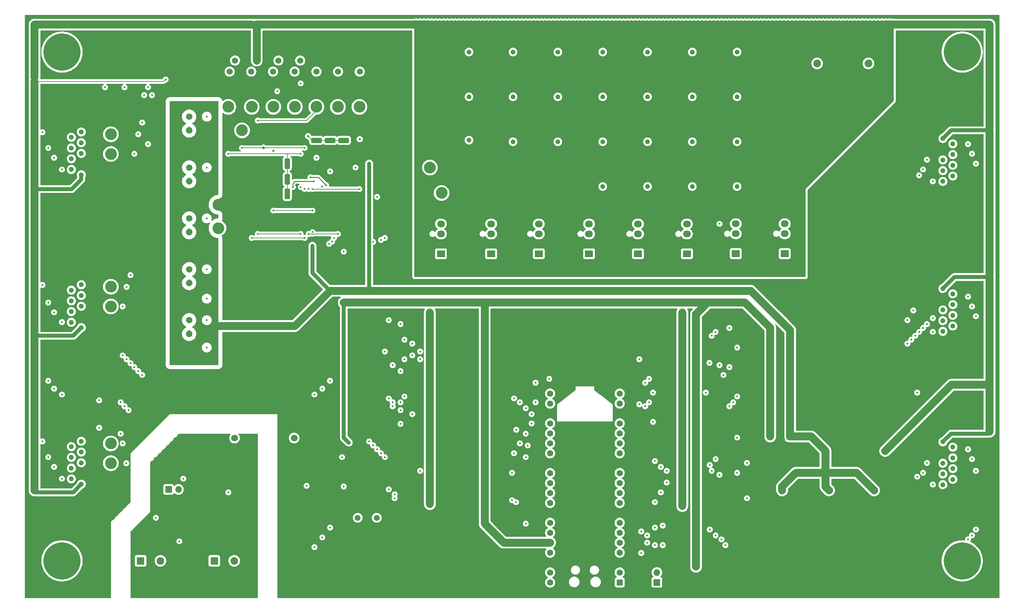
<source format=gbr>
%TF.GenerationSoftware,KiCad,Pcbnew,9.0.0*%
%TF.CreationDate,2025-04-28T14:03:09-07:00*%
%TF.ProjectId,ControlBoard,436f6e74-726f-46c4-926f-6172642e6b69,rev?*%
%TF.SameCoordinates,Original*%
%TF.FileFunction,Copper,L4,Bot*%
%TF.FilePolarity,Positive*%
%FSLAX46Y46*%
G04 Gerber Fmt 4.6, Leading zero omitted, Abs format (unit mm)*
G04 Created by KiCad (PCBNEW 9.0.0) date 2025-04-28 14:03:09*
%MOMM*%
%LPD*%
G01*
G04 APERTURE LIST*
G04 Aperture macros list*
%AMRoundRect*
0 Rectangle with rounded corners*
0 $1 Rounding radius*
0 $2 $3 $4 $5 $6 $7 $8 $9 X,Y pos of 4 corners*
0 Add a 4 corners polygon primitive as box body*
4,1,4,$2,$3,$4,$5,$6,$7,$8,$9,$2,$3,0*
0 Add four circle primitives for the rounded corners*
1,1,$1+$1,$2,$3*
1,1,$1+$1,$4,$5*
1,1,$1+$1,$6,$7*
1,1,$1+$1,$8,$9*
0 Add four rect primitives between the rounded corners*
20,1,$1+$1,$2,$3,$4,$5,0*
20,1,$1+$1,$4,$5,$6,$7,0*
20,1,$1+$1,$6,$7,$8,$9,0*
20,1,$1+$1,$8,$9,$2,$3,0*%
%AMFreePoly0*
4,1,37,0.603843,0.796157,0.639018,0.796157,0.711114,0.766294,0.766294,0.711114,0.796157,0.639018,0.796157,0.603843,0.800000,0.600000,0.800000,-0.600000,0.796157,-0.603843,0.796157,-0.639018,0.766294,-0.711114,0.711114,-0.766294,0.639018,-0.796157,0.603843,-0.796157,0.600000,-0.800000,0.000000,-0.800000,0.000000,-0.796148,-0.078414,-0.796148,-0.232228,-0.765552,-0.377117,-0.705537,
-0.507515,-0.618408,-0.618408,-0.507515,-0.705537,-0.377117,-0.765552,-0.232228,-0.796148,-0.078414,-0.796148,0.078414,-0.765552,0.232228,-0.705537,0.377117,-0.618408,0.507515,-0.507515,0.618408,-0.377117,0.705537,-0.232228,0.765552,-0.078414,0.796148,0.000000,0.796148,0.000000,0.800000,0.600000,0.800000,0.603843,0.796157,0.603843,0.796157,$1*%
%AMFreePoly1*
4,1,37,0.000000,0.796148,0.078414,0.796148,0.232228,0.765552,0.377117,0.705537,0.507515,0.618408,0.618408,0.507515,0.705537,0.377117,0.765552,0.232228,0.796148,0.078414,0.796148,-0.078414,0.765552,-0.232228,0.705537,-0.377117,0.618408,-0.507515,0.507515,-0.618408,0.377117,-0.705537,0.232228,-0.765552,0.078414,-0.796148,0.000000,-0.796148,0.000000,-0.800000,-0.600000,-0.800000,
-0.603843,-0.796157,-0.639018,-0.796157,-0.711114,-0.766294,-0.766294,-0.711114,-0.796157,-0.639018,-0.796157,-0.603843,-0.800000,-0.600000,-0.800000,0.600000,-0.796157,0.603843,-0.796157,0.639018,-0.766294,0.711114,-0.711114,0.766294,-0.639018,0.796157,-0.603843,0.796157,-0.600000,0.800000,0.000000,0.800000,0.000000,0.796148,0.000000,0.796148,$1*%
G04 Aperture macros list end*
%TA.AperFunction,ComponentPad*%
%ADD10C,3.000000*%
%TD*%
%TA.AperFunction,ComponentPad*%
%ADD11R,1.200000X1.200000*%
%TD*%
%TA.AperFunction,ComponentPad*%
%ADD12C,1.200000*%
%TD*%
%TA.AperFunction,ComponentPad*%
%ADD13R,1.950000X1.950000*%
%TD*%
%TA.AperFunction,ComponentPad*%
%ADD14C,1.950000*%
%TD*%
%TA.AperFunction,ComponentPad*%
%ADD15C,1.300000*%
%TD*%
%TA.AperFunction,ComponentPad*%
%ADD16C,4.800000*%
%TD*%
%TA.AperFunction,ComponentPad*%
%ADD17C,9.500000*%
%TD*%
%TA.AperFunction,ComponentPad*%
%ADD18RoundRect,0.200000X0.600000X0.600000X-0.600000X0.600000X-0.600000X-0.600000X0.600000X-0.600000X0*%
%TD*%
%TA.AperFunction,ComponentPad*%
%ADD19C,1.600000*%
%TD*%
%TA.AperFunction,ComponentPad*%
%ADD20FreePoly0,180.000000*%
%TD*%
%TA.AperFunction,ComponentPad*%
%ADD21FreePoly1,180.000000*%
%TD*%
%TA.AperFunction,ComponentPad*%
%ADD22R,1.650000X1.650000*%
%TD*%
%TA.AperFunction,ComponentPad*%
%ADD23C,1.650000*%
%TD*%
%TA.AperFunction,ComponentPad*%
%ADD24R,2.030000X1.730000*%
%TD*%
%TA.AperFunction,ComponentPad*%
%ADD25O,2.030000X1.730000*%
%TD*%
%TA.AperFunction,ComponentPad*%
%ADD26R,1.700000X1.700000*%
%TD*%
%TA.AperFunction,ComponentPad*%
%ADD27O,1.700000X1.700000*%
%TD*%
%TA.AperFunction,ComponentPad*%
%ADD28C,1.725000*%
%TD*%
%TA.AperFunction,ComponentPad*%
%ADD29R,1.665000X1.665000*%
%TD*%
%TA.AperFunction,ComponentPad*%
%ADD30C,1.665000*%
%TD*%
%TA.AperFunction,ComponentPad*%
%ADD31C,1.575000*%
%TD*%
%TA.AperFunction,ComponentPad*%
%ADD32C,4.650000*%
%TD*%
%TA.AperFunction,ComponentPad*%
%ADD33C,1.500000*%
%TD*%
%TA.AperFunction,SMDPad,CuDef*%
%ADD34RoundRect,0.250000X1.100000X-0.412500X1.100000X0.412500X-1.100000X0.412500X-1.100000X-0.412500X0*%
%TD*%
%TA.AperFunction,SMDPad,CuDef*%
%ADD35RoundRect,0.250000X0.412500X1.100000X-0.412500X1.100000X-0.412500X-1.100000X0.412500X-1.100000X0*%
%TD*%
%TA.AperFunction,ViaPad*%
%ADD36C,1.000000*%
%TD*%
%TA.AperFunction,ViaPad*%
%ADD37C,0.500000*%
%TD*%
%TA.AperFunction,ViaPad*%
%ADD38C,0.700000*%
%TD*%
%TA.AperFunction,ViaPad*%
%ADD39C,0.600000*%
%TD*%
%TA.AperFunction,Conductor*%
%ADD40C,2.000000*%
%TD*%
%TA.AperFunction,Conductor*%
%ADD41C,1.000000*%
%TD*%
%TA.AperFunction,Conductor*%
%ADD42C,0.200000*%
%TD*%
%TA.AperFunction,Conductor*%
%ADD43C,0.250000*%
%TD*%
G04 APERTURE END LIST*
D10*
%TO.P,TP23,1,1*%
%TO.N,GND*%
X129000000Y-64500000D03*
%TD*%
D11*
%TO.P,C39,1,+*%
%TO.N,+12V*%
X139000000Y-41450000D03*
D12*
%TO.P,C39,2,-*%
%TO.N,GND*%
X139000000Y-46450000D03*
%TD*%
D13*
%TO.P,J16,1,1*%
%TO.N,+12V*%
X236050000Y-37900000D03*
D14*
%TO.P,J16,2,2*%
%TO.N,GND*%
X241050000Y-37900000D03*
%TD*%
D10*
%TO.P,TP9,1,1*%
%TO.N,PHASE_U_ISENSE*%
X83500000Y-49000000D03*
%TD*%
%TO.P,TP10,1,1*%
%TO.N,PHASE_V_ISENSE*%
X89000000Y-49000000D03*
%TD*%
%TO.P,TP27,1,1*%
%TO.N,GND*%
X47550000Y-130000000D03*
%TD*%
%TO.P,TP24,1,1*%
%TO.N,GND*%
X75000000Y-74000000D03*
%TD*%
D15*
%TO.P,J11,1,1*%
%TO.N,+12V*%
X260059610Y-95410000D03*
%TO.P,J11,2,2*%
%TO.N,GND*%
X260059610Y-98150000D03*
%TO.P,J11,3,3*%
%TO.N,PH_PWM_V_H*%
X260059610Y-100890000D03*
%TO.P,J11,4,4*%
%TO.N,PH_PWM_V_L*%
X260059610Y-103630000D03*
%TO.P,J11,5,5*%
%TO.N,FAULT_INPUT*%
X260059610Y-106370000D03*
%TO.P,J11,6,6*%
%TO.N,GATE_SPI_RX*%
X262599610Y-96780000D03*
%TO.P,J11,7,7*%
%TO.N,GATE_SPI_TX*%
X262599610Y-99520000D03*
%TO.P,J11,8,8*%
%TO.N,GATE_SPI_SCK*%
X262599610Y-102260000D03*
%TO.P,J11,9,9*%
%TO.N,GATE_V_H_CS*%
X262599610Y-105000000D03*
D16*
%TO.P,J11,10,10*%
%TO.N,GND*%
X261329610Y-88390000D03*
%TO.P,J11,11,11*%
X261329610Y-113390000D03*
%TD*%
D10*
%TO.P,TP21,1,1*%
%TO.N,1WIRE_DATA*%
X75000000Y-80000000D03*
%TD*%
D13*
%TO.P,J17,1,1*%
%TO.N,CanL_External*%
X73920000Y-165000000D03*
D14*
%TO.P,J17,2,2*%
%TO.N,CanH_External*%
X79000000Y-165000000D03*
%TO.P,J17,3,3*%
%TO.N,CANBUS_ISO_GND*%
X84080000Y-165000000D03*
%TD*%
D11*
%TO.P,C60,1,+*%
%TO.N,+12V*%
X150250000Y-52900000D03*
D12*
%TO.P,C60,2,-*%
%TO.N,GND*%
X150250000Y-57900000D03*
%TD*%
D10*
%TO.P,TP25,1,1*%
%TO.N,GND*%
X47500000Y-50500000D03*
%TD*%
%TO.P,TP20,1,1*%
%TO.N,PH_PWM_U_L*%
X47500000Y-61050000D03*
%TD*%
D11*
%TO.P,C64,1,+*%
%TO.N,+12V*%
X173150000Y-64350000D03*
D12*
%TO.P,C64,2,-*%
%TO.N,GND*%
X173150000Y-69350000D03*
%TD*%
D11*
%TO.P,C63,1,+*%
%TO.N,+12V*%
X184600000Y-64350000D03*
D12*
%TO.P,C63,2,-*%
%TO.N,GND*%
X184600000Y-69350000D03*
%TD*%
D17*
%TO.P,H3,1,1*%
%TO.N,unconnected-(H3-Pad1)*%
X35000000Y-35000000D03*
%TD*%
D11*
%TO.P,C47,1,+*%
%TO.N,+12V*%
X161700000Y-30000000D03*
D12*
%TO.P,C47,2,-*%
%TO.N,GND*%
X161700000Y-35000000D03*
%TD*%
D18*
%TO.P,A1,1,GPIO0*%
%TO.N,Net-(A1-GPIO0)*%
X177500000Y-170520000D03*
D19*
%TO.P,A1,2,GPIO1*%
%TO.N,Net-(A1-GPIO1)*%
X177500000Y-167980000D03*
D20*
%TO.P,A1,3,GND*%
%TO.N,GND*%
X177500000Y-165440000D03*
D19*
%TO.P,A1,4,GPIO2*%
%TO.N,GATE_SPI_3v3_SCK*%
X177500000Y-162900000D03*
%TO.P,A1,5,GPIO3*%
%TO.N,GATE_SPI_3v3_TX*%
X177500000Y-160360000D03*
%TO.P,A1,6,GPIO4*%
%TO.N,GATE_SPI_3v3_RX*%
X177500000Y-157820000D03*
%TO.P,A1,7,GPIO5*%
%TO.N,GATE_U_3v3_L_CS*%
X177500000Y-155280000D03*
D20*
%TO.P,A1,8,GND*%
%TO.N,GND*%
X177500000Y-152740000D03*
D19*
%TO.P,A1,9,GPIO6*%
%TO.N,GATE_U_3v3_H_CS*%
X177500000Y-150200000D03*
%TO.P,A1,10,GPIO7*%
%TO.N,GATE_V_3v3_L_CS*%
X177500000Y-147660000D03*
%TO.P,A1,11,GPIO8*%
%TO.N,GATE_V_3v3_H_CS*%
X177500000Y-145120000D03*
%TO.P,A1,12,GPIO9*%
%TO.N,GATE_W_3v3_L_CS*%
X177500000Y-142580000D03*
D20*
%TO.P,A1,13,GND*%
%TO.N,GND*%
X177500000Y-140040000D03*
D19*
%TO.P,A1,14,GPIO10*%
%TO.N,SPI2_SCK*%
X177500000Y-137500000D03*
%TO.P,A1,15,GPIO11*%
%TO.N,SPI2_TX*%
X177500000Y-134960000D03*
%TO.P,A1,16,GPIO12*%
%TO.N,SPI2_RX*%
X177500000Y-132420000D03*
%TO.P,A1,17,GPIO13*%
%TO.N,GATE_W_3v3_H_CS*%
X177500000Y-129880000D03*
D20*
%TO.P,A1,18,GND*%
%TO.N,GND*%
X177500000Y-127340000D03*
D19*
%TO.P,A1,19,GPIO14*%
%TO.N,ADC_SPI_CS*%
X177500000Y-124800000D03*
%TO.P,A1,20,GPIO15*%
%TO.N,1WIRE_3v3_DATA*%
X177500000Y-122260000D03*
%TO.P,A1,21,GPIO16*%
%TO.N,FAN_3v3_PWM*%
X159720000Y-122260000D03*
%TO.P,A1,22,GPIO17*%
%TO.N,PH_3v3_PWM_U_L*%
X159720000Y-124800000D03*
D21*
%TO.P,A1,23,GND*%
%TO.N,GND*%
X159720000Y-127340000D03*
D19*
%TO.P,A1,24,GPIO18*%
%TO.N,PH_3v3_PWM_V_L*%
X159720000Y-129880000D03*
%TO.P,A1,25,GPIO19*%
%TO.N,PH_3v3_PWM_W_L*%
X159720000Y-132420000D03*
%TO.P,A1,26,GPIO20*%
%TO.N,PH_3v3_PWM_U_H*%
X159720000Y-134960000D03*
%TO.P,A1,27,GPIO21*%
%TO.N,PH_3v3_PWM_V_H*%
X159720000Y-137500000D03*
D21*
%TO.P,A1,28,GND*%
%TO.N,GND*%
X159720000Y-140040000D03*
D19*
%TO.P,A1,29,GPIO22*%
%TO.N,PH_3v3_PWM_W_H*%
X159720000Y-142580000D03*
%TO.P,A1,30,RUN*%
%TO.N,unconnected-(A1-RUN-Pad30)*%
X159720000Y-145120000D03*
%TO.P,A1,31,GPIO26_ADC0*%
%TO.N,FAULT_3v3_INPUT*%
X159720000Y-147660000D03*
%TO.P,A1,32,GPIO27_ADC1*%
%TO.N,CAN_CS*%
X159720000Y-150200000D03*
D21*
%TO.P,A1,33,AGND*%
%TO.N,GND*%
X159720000Y-152740000D03*
D19*
%TO.P,A1,34,GPIO28_ADC2*%
%TO.N,CAN_INT*%
X159720000Y-155280000D03*
%TO.P,A1,35,ADC_VREF*%
%TO.N,unconnected-(A1-ADC_VREF-Pad35)*%
X159720000Y-157820000D03*
%TO.P,A1,36,3V3*%
%TO.N,+3.3V*%
X159720000Y-160360000D03*
%TO.P,A1,37,3V3_EN*%
%TO.N,unconnected-(A1-3V3_EN-Pad37)*%
X159720000Y-162900000D03*
D21*
%TO.P,A1,38,GND*%
%TO.N,GND*%
X159720000Y-165440000D03*
D19*
%TO.P,A1,39,VSYS*%
%TO.N,unconnected-(A1-VSYS-Pad39)*%
X159720000Y-167980000D03*
%TO.P,A1,40,VBUS*%
%TO.N,unconnected-(A1-VBUS-Pad40)*%
X159720000Y-170520000D03*
%TD*%
D22*
%TO.P,J5,1,1*%
%TO.N,+5V*%
X67500000Y-58500000D03*
D23*
%TO.P,J5,2,2*%
%TO.N,GND*%
X67500000Y-55000000D03*
%TO.P,J5,3,3*%
%TO.N,1WIRE_DATA*%
X67500000Y-51500000D03*
%TD*%
D10*
%TO.P,TP8,1,1*%
%TO.N,DC_LINK_BUS_CURRENT_SENSE*%
X77500000Y-49000000D03*
%TD*%
D24*
%TO.P,M4,1,-*%
%TO.N,GND*%
X169660000Y-86540000D03*
D25*
%TO.P,M4,2,+*%
%TO.N,+12V*%
X169660000Y-84000000D03*
%TO.P,M4,3,Tacho*%
%TO.N,unconnected-(M4-Tacho-Pad3)*%
X169660000Y-81460000D03*
%TO.P,M4,4,PWM*%
%TO.N,FAN_PWM*%
X169660000Y-78920000D03*
%TD*%
D22*
%TO.P,J7,1,1*%
%TO.N,+5V*%
X67500000Y-71500000D03*
D23*
%TO.P,J7,2,2*%
%TO.N,GND*%
X67500000Y-68000000D03*
%TO.P,J7,3,3*%
%TO.N,1WIRE_DATA*%
X67500000Y-64500000D03*
%TD*%
D11*
%TO.P,C55,1,+*%
%TO.N,+12V*%
X207500000Y-52900000D03*
D12*
%TO.P,C55,2,-*%
%TO.N,GND*%
X207500000Y-57900000D03*
%TD*%
D26*
%TO.P,J1,1,Pin_1*%
%TO.N,Net-(A1-GPIO0)*%
X187000000Y-170500000D03*
D27*
%TO.P,J1,2,Pin_2*%
%TO.N,Net-(A1-GPIO1)*%
X187000000Y-167960000D03*
%TD*%
D11*
%TO.P,C59,1,+*%
%TO.N,+12V*%
X161700000Y-52900000D03*
D12*
%TO.P,C59,2,-*%
%TO.N,GND*%
X161700000Y-57900000D03*
%TD*%
D10*
%TO.P,TP15,1,1*%
%TO.N,PH_PWM_W_H*%
X47500000Y-135000000D03*
%TD*%
D24*
%TO.P,M3,1,-*%
%TO.N,GND*%
X156820000Y-86540000D03*
D25*
%TO.P,M3,2,+*%
%TO.N,+12V*%
X156820000Y-84000000D03*
%TO.P,M3,3,Tacho*%
%TO.N,unconnected-(M3-Tacho-Pad3)*%
X156820000Y-81460000D03*
%TO.P,M3,4,PWM*%
%TO.N,FAN_PWM*%
X156820000Y-78920000D03*
%TD*%
D11*
%TO.P,C52,1,+*%
%TO.N,+12V*%
X173150000Y-41450000D03*
D12*
%TO.P,C52,2,-*%
%TO.N,GND*%
X173150000Y-46450000D03*
%TD*%
D28*
%TO.P,PS1,1,+VIN*%
%TO.N,+12V*%
X245325000Y-136915000D03*
%TO.P,PS1,2,-VIN*%
%TO.N,GND*%
X242785000Y-136915000D03*
%TO.P,PS1,5,-VOUT*%
X235165000Y-136915000D03*
%TO.P,PS1,7,+VOUT*%
%TO.N,+5V*%
X230085000Y-136915000D03*
%TD*%
D11*
%TO.P,C48,1,+*%
%TO.N,+12V*%
X150250000Y-30000000D03*
D12*
%TO.P,C48,2,-*%
%TO.N,GND*%
X150250000Y-35000000D03*
%TD*%
D15*
%TO.P,J13,1,1*%
%TO.N,+12V*%
X260059610Y-134581500D03*
%TO.P,J13,2,2*%
%TO.N,GND*%
X260059610Y-137321500D03*
%TO.P,J13,3,3*%
%TO.N,PH_PWM_W_H*%
X260059610Y-140061500D03*
%TO.P,J13,4,4*%
%TO.N,PH_PWM_W_L*%
X260059610Y-142801500D03*
%TO.P,J13,5,5*%
%TO.N,FAULT_INPUT*%
X260059610Y-145541500D03*
%TO.P,J13,6,6*%
%TO.N,GATE_SPI_RX*%
X262599610Y-135951500D03*
%TO.P,J13,7,7*%
%TO.N,GATE_SPI_TX*%
X262599610Y-138691500D03*
%TO.P,J13,8,8*%
%TO.N,GATE_SPI_SCK*%
X262599610Y-141431500D03*
%TO.P,J13,9,9*%
%TO.N,GATE_W_H_CS*%
X262599610Y-144171500D03*
D16*
%TO.P,J13,10,10*%
%TO.N,GND*%
X261329610Y-127561500D03*
%TO.P,J13,11,11*%
X261329610Y-152561500D03*
%TD*%
D24*
%TO.P,M5,1,-*%
%TO.N,GND*%
X182160000Y-86540000D03*
D25*
%TO.P,M5,2,+*%
%TO.N,+12V*%
X182160000Y-84000000D03*
%TO.P,M5,3,Tacho*%
%TO.N,unconnected-(M5-Tacho-Pad3)*%
X182160000Y-81460000D03*
%TO.P,M5,4,PWM*%
%TO.N,FAN_PWM*%
X182160000Y-78920000D03*
%TD*%
D11*
%TO.P,C49,1,+*%
%TO.N,+12V*%
X207500000Y-41450000D03*
D12*
%TO.P,C49,2,-*%
%TO.N,GND*%
X207500000Y-46450000D03*
%TD*%
D11*
%TO.P,C53,1,+*%
%TO.N,+12V*%
X161700000Y-41450000D03*
D12*
%TO.P,C53,2,-*%
%TO.N,GND*%
X161700000Y-46450000D03*
%TD*%
D15*
%TO.P,J10,1,1*%
%TO.N,+12V*%
X39940390Y-66370000D03*
%TO.P,J10,2,2*%
%TO.N,GND*%
X39940390Y-63630000D03*
%TO.P,J10,3,3*%
%TO.N,PH_PWM_U_L*%
X39940390Y-60890000D03*
%TO.P,J10,4,4*%
%TO.N,PH_PWM_U_H*%
X39940390Y-58150000D03*
%TO.P,J10,5,5*%
%TO.N,FAULT_INPUT*%
X39940390Y-55410000D03*
%TO.P,J10,6,6*%
%TO.N,GATE_SPI_RX*%
X37400390Y-65000000D03*
%TO.P,J10,7,7*%
%TO.N,GATE_SPI_TX*%
X37400390Y-62260000D03*
%TO.P,J10,8,8*%
%TO.N,GATE_SPI_SCK*%
X37400390Y-59520000D03*
%TO.P,J10,9,9*%
%TO.N,GATE_U_L_CS*%
X37400390Y-56780000D03*
D16*
%TO.P,J10,10,10*%
%TO.N,GND*%
X38670390Y-73390000D03*
%TO.P,J10,11,11*%
X38670390Y-48390000D03*
%TD*%
D17*
%TO.P,H1,1,1*%
%TO.N,unconnected-(H1-Pad1)*%
X265000000Y-35000000D03*
%TD*%
D11*
%TO.P,C51,1,+*%
%TO.N,+12V*%
X184600000Y-41450000D03*
D12*
%TO.P,C51,2,-*%
%TO.N,GND*%
X184600000Y-46450000D03*
%TD*%
D11*
%TO.P,C62,1,+*%
%TO.N,+12V*%
X196050000Y-64350000D03*
D12*
%TO.P,C62,2,-*%
%TO.N,GND*%
X196050000Y-69350000D03*
%TD*%
D11*
%TO.P,C42,1,+*%
%TO.N,+5V*%
X242500000Y-147000000D03*
D12*
%TO.P,C42,2,-*%
%TO.N,GND*%
X237500000Y-147000000D03*
%TD*%
D22*
%TO.P,J24,1,1*%
%TO.N,+5V*%
X67500000Y-110500000D03*
D23*
%TO.P,J24,2,2*%
%TO.N,GND*%
X67500000Y-107000000D03*
%TO.P,J24,3,3*%
%TO.N,1WIRE_DATA*%
X67500000Y-103500000D03*
%TD*%
D11*
%TO.P,C43,1,+*%
%TO.N,+12V*%
X207500000Y-30000000D03*
D12*
%TO.P,C43,2,-*%
%TO.N,GND*%
X207500000Y-35000000D03*
%TD*%
D24*
%TO.P,M1,1,-*%
%TO.N,GND*%
X131820000Y-86540000D03*
D25*
%TO.P,M1,2,+*%
%TO.N,+12V*%
X131820000Y-84000000D03*
%TO.P,M1,3,Tacho*%
%TO.N,unconnected-(M1-Tacho-Pad3)*%
X131820000Y-81460000D03*
%TO.P,M1,4,PWM*%
%TO.N,FAN_PWM*%
X131820000Y-78920000D03*
%TD*%
D11*
%TO.P,C57,1,+*%
%TO.N,+12V*%
X184600000Y-52900000D03*
D12*
%TO.P,C57,2,-*%
%TO.N,GND*%
X184600000Y-57900000D03*
%TD*%
D11*
%TO.P,C45,1,+*%
%TO.N,+12V*%
X184600000Y-30000000D03*
D12*
%TO.P,C45,2,-*%
%TO.N,GND*%
X184600000Y-35000000D03*
%TD*%
D28*
%TO.P,PS3,1,+VIN*%
%TO.N,+5V*%
X94325000Y-133615000D03*
%TO.P,PS3,2,-VIN*%
%TO.N,GND*%
X91785000Y-133615000D03*
%TO.P,PS3,5,-VOUT*%
%TO.N,CANBUS_ISO_GND*%
X84165000Y-133615000D03*
%TO.P,PS3,7,+VOUT*%
%TO.N,CANBUS_ISO_5V*%
X79085000Y-133615000D03*
%TD*%
D10*
%TO.P,TP19,1,1*%
%TO.N,PH_PWM_U_H*%
X47500000Y-56000000D03*
%TD*%
D15*
%TO.P,J4,1,1*%
%TO.N,+12V*%
X260059610Y-57081500D03*
%TO.P,J4,2,2*%
%TO.N,GND*%
X260059610Y-59821500D03*
%TO.P,J4,3,3*%
%TO.N,PH_PWM_U_H*%
X260059610Y-62561500D03*
%TO.P,J4,4,4*%
%TO.N,PH_PWM_U_L*%
X260059610Y-65301500D03*
%TO.P,J4,5,5*%
%TO.N,FAULT_INPUT*%
X260059610Y-68041500D03*
%TO.P,J4,6,6*%
%TO.N,GATE_SPI_RX*%
X262599610Y-58451500D03*
%TO.P,J4,7,7*%
%TO.N,GATE_SPI_TX*%
X262599610Y-61191500D03*
%TO.P,J4,8,8*%
%TO.N,GATE_SPI_SCK*%
X262599610Y-63931500D03*
%TO.P,J4,9,9*%
%TO.N,GATE_U_H_CS*%
X262599610Y-66671500D03*
D16*
%TO.P,J4,10,10*%
%TO.N,GND*%
X261329610Y-50061500D03*
%TO.P,J4,11,11*%
X261329610Y-75061500D03*
%TD*%
D10*
%TO.P,TP11,1,1*%
%TO.N,PHASE_W_ISENSE*%
X94500000Y-49000000D03*
%TD*%
D29*
%TO.P,PS2,1,+VIN*%
%TO.N,+5V*%
X221040000Y-133225000D03*
D30*
%TO.P,PS2,2,GND*%
%TO.N,GND*%
X218500000Y-133225000D03*
%TO.P,PS2,3,+VOUT*%
%TO.N,+3.3V*%
X215960000Y-133225000D03*
%TD*%
D17*
%TO.P,H4,1,1*%
%TO.N,unconnected-(H4-Pad1)*%
X35000000Y-165000000D03*
%TD*%
D11*
%TO.P,C54,1,+*%
%TO.N,+12V*%
X150250000Y-41450000D03*
D12*
%TO.P,C54,2,-*%
%TO.N,GND*%
X150250000Y-46450000D03*
%TD*%
D11*
%TO.P,C37,1,+*%
%TO.N,+12V*%
X139000000Y-30000000D03*
D12*
%TO.P,C37,2,-*%
%TO.N,GND*%
X139000000Y-35000000D03*
%TD*%
D11*
%TO.P,C41,1,+*%
%TO.N,+5V*%
X231000000Y-147000000D03*
D12*
%TO.P,C41,2,-*%
%TO.N,GND*%
X226000000Y-147000000D03*
%TD*%
D17*
%TO.P,H2,1,1*%
%TO.N,unconnected-(H2-Pad1)*%
X265000000Y-165000000D03*
%TD*%
D10*
%TO.P,TP12,1,1*%
%TO.N,PHASE_U_ISOLATED_VSENSE*%
X100000000Y-49000000D03*
%TD*%
D11*
%TO.P,C40,1,+*%
%TO.N,+5V*%
X219000000Y-147000000D03*
D12*
%TO.P,C40,2,-*%
%TO.N,GND*%
X214000000Y-147000000D03*
%TD*%
D10*
%TO.P,TP7,1,1*%
%TO.N,DC_LINK_BUS_ISOLATED_VSENSE*%
X81000000Y-55000000D03*
%TD*%
D11*
%TO.P,C50,1,+*%
%TO.N,+12V*%
X196050000Y-41450000D03*
D12*
%TO.P,C50,2,-*%
%TO.N,GND*%
X196050000Y-46450000D03*
%TD*%
D13*
%TO.P,J3,1,1*%
%TO.N,CanL_External*%
X55080000Y-165000000D03*
D14*
%TO.P,J3,2,2*%
%TO.N,CanH_External*%
X60160000Y-165000000D03*
%TO.P,J3,3,3*%
%TO.N,CANBUS_ISO_GND*%
X65240000Y-165000000D03*
%TD*%
D31*
%TO.P,J6,1,1*%
%TO.N,DC_LINK_BUS_CURRENT_SENSE*%
X77840000Y-40000000D03*
%TO.P,J6,2,2*%
%TO.N,GND*%
X80610000Y-40000000D03*
%TO.P,J6,3,3*%
%TO.N,PHASE_U_ISENSE*%
X83380000Y-40000000D03*
%TO.P,J6,4,4*%
%TO.N,GND*%
X86150000Y-40000000D03*
%TO.P,J6,5,5*%
%TO.N,PHASE_V_ISENSE*%
X88920000Y-40000000D03*
%TO.P,J6,6,6*%
%TO.N,GND*%
X91690000Y-40000000D03*
%TO.P,J6,7,7*%
%TO.N,PHASE_W_ISENSE*%
X94460000Y-40000000D03*
%TO.P,J6,8,8*%
%TO.N,GND*%
X97230000Y-40000000D03*
%TO.P,J6,9,9*%
%TO.N,PHASE_U_ISOLATED_VSENSE*%
X100000000Y-40000000D03*
%TO.P,J6,10,10*%
%TO.N,GND*%
X102770000Y-40000000D03*
%TO.P,J6,11,11*%
%TO.N,PHASE_V_ISOLATED_VSENSE*%
X105540000Y-40000000D03*
%TO.P,J6,12,12*%
%TO.N,GND*%
X108310000Y-40000000D03*
%TO.P,J6,13,13*%
%TO.N,PHASE_W_ISOLATED_VSENSE*%
X111080000Y-40000000D03*
%TO.P,J6,14,14*%
%TO.N,GND*%
X109695000Y-37160000D03*
%TO.P,J6,15,15*%
X106925000Y-37160000D03*
%TO.P,J6,16,16*%
X104155000Y-37160000D03*
%TO.P,J6,17,17*%
X101385000Y-37160000D03*
%TO.P,J6,18,18*%
X98615000Y-37160000D03*
%TO.P,J6,19,19*%
%TO.N,StatusLED*%
X95845000Y-37160000D03*
%TO.P,J6,20,20*%
%TO.N,GND*%
X93075000Y-37160000D03*
%TO.P,J6,21,21*%
%TO.N,FAULT_LED*%
X90305000Y-37160000D03*
%TO.P,J6,22,22*%
%TO.N,GND*%
X87535000Y-37160000D03*
%TO.P,J6,23,23*%
%TO.N,+12V*%
X84765000Y-37160000D03*
%TO.P,J6,24,24*%
%TO.N,GND*%
X81995000Y-37160000D03*
%TO.P,J6,25,25*%
%TO.N,DC_LINK_BUS_ISOLATED_VSENSE*%
X79225000Y-37160000D03*
D32*
%TO.P,J6,MH1,MH1*%
%TO.N,GND*%
X70940000Y-38580000D03*
%TO.P,J6,MH2,MH2*%
X117980000Y-38580000D03*
%TD*%
D24*
%TO.P,M6,1,-*%
%TO.N,GND*%
X194660000Y-86540000D03*
D25*
%TO.P,M6,2,+*%
%TO.N,+12V*%
X194660000Y-84000000D03*
%TO.P,M6,3,Tacho*%
%TO.N,unconnected-(M6-Tacho-Pad3)*%
X194660000Y-81460000D03*
%TO.P,M6,4,PWM*%
%TO.N,FAN_PWM*%
X194660000Y-78920000D03*
%TD*%
D24*
%TO.P,M7,1,-*%
%TO.N,GND*%
X207160000Y-86500000D03*
D25*
%TO.P,M7,2,+*%
%TO.N,+12V*%
X207160000Y-83960000D03*
%TO.P,M7,3,Tacho*%
%TO.N,unconnected-(M7-Tacho-Pad3)*%
X207160000Y-81420000D03*
%TO.P,M7,4,PWM*%
%TO.N,FAN_PWM*%
X207160000Y-78880000D03*
%TD*%
D26*
%TO.P,JP1,1,A*%
%TO.N,Net-(JP1-A)*%
X62225000Y-146750000D03*
D27*
%TO.P,JP1,2,B*%
%TO.N,CanH_External*%
X64765000Y-146750000D03*
%TD*%
D10*
%TO.P,TP26,1,1*%
%TO.N,GND*%
X47500000Y-89500000D03*
%TD*%
%TO.P,TP17,1,1*%
%TO.N,PH_PWM_V_H*%
X47500000Y-94950000D03*
%TD*%
D11*
%TO.P,C38,1,+*%
%TO.N,+12V*%
X139000000Y-52500000D03*
D12*
%TO.P,C38,2,-*%
%TO.N,GND*%
X139000000Y-57500000D03*
%TD*%
D10*
%TO.P,TP28,1,1*%
%TO.N,GND*%
X95500000Y-55500000D03*
%TD*%
%TO.P,TP13,1,1*%
%TO.N,PHASE_V_ISOLATED_VSENSE*%
X105500000Y-49000000D03*
%TD*%
D11*
%TO.P,C56,1,+*%
%TO.N,+12V*%
X196050000Y-52900000D03*
D12*
%TO.P,C56,2,-*%
%TO.N,GND*%
X196050000Y-57900000D03*
%TD*%
D24*
%TO.P,M8,1,-*%
%TO.N,GND*%
X219660000Y-86500000D03*
D25*
%TO.P,M8,2,+*%
%TO.N,+12V*%
X219660000Y-83960000D03*
%TO.P,M8,3,Tacho*%
%TO.N,unconnected-(M8-Tacho-Pad3)*%
X219660000Y-81420000D03*
%TO.P,M8,4,PWM*%
%TO.N,FAN_PWM*%
X219660000Y-78880000D03*
%TD*%
D15*
%TO.P,J12,1,1*%
%TO.N,+12V*%
X39940390Y-105418500D03*
%TO.P,J12,2,2*%
%TO.N,GND*%
X39940390Y-102678500D03*
%TO.P,J12,3,3*%
%TO.N,PH_PWM_V_L*%
X39940390Y-99938500D03*
%TO.P,J12,4,4*%
%TO.N,PH_PWM_V_H*%
X39940390Y-97198500D03*
%TO.P,J12,5,5*%
%TO.N,FAULT_INPUT*%
X39940390Y-94458500D03*
%TO.P,J12,6,6*%
%TO.N,GATE_SPI_RX*%
X37400390Y-104048500D03*
%TO.P,J12,7,7*%
%TO.N,GATE_SPI_TX*%
X37400390Y-101308500D03*
%TO.P,J12,8,8*%
%TO.N,GATE_SPI_SCK*%
X37400390Y-98568500D03*
%TO.P,J12,9,9*%
%TO.N,GATE_V_L_CS*%
X37400390Y-95828500D03*
D16*
%TO.P,J12,10,10*%
%TO.N,GND*%
X38670390Y-112438500D03*
%TO.P,J12,11,11*%
X38670390Y-87438500D03*
%TD*%
D24*
%TO.P,M2,1,-*%
%TO.N,GND*%
X144660000Y-86540000D03*
D25*
%TO.P,M2,2,+*%
%TO.N,+12V*%
X144660000Y-84000000D03*
%TO.P,M2,3,Tacho*%
%TO.N,unconnected-(M2-Tacho-Pad3)*%
X144660000Y-81460000D03*
%TO.P,M2,4,PWM*%
%TO.N,FAN_PWM*%
X144660000Y-78920000D03*
%TD*%
D10*
%TO.P,TP18,1,1*%
%TO.N,PH_PWM_V_L*%
X47500000Y-100000000D03*
%TD*%
D22*
%TO.P,J8,1,1*%
%TO.N,+5V*%
X67500000Y-84500000D03*
D23*
%TO.P,J8,2,2*%
%TO.N,GND*%
X67500000Y-81000000D03*
%TO.P,J8,3,3*%
%TO.N,1WIRE_DATA*%
X67500000Y-77500000D03*
%TD*%
D33*
%TO.P,Y1,1,1*%
%TO.N,Net-(IC6-OSC2)*%
X110550000Y-154000000D03*
%TO.P,Y1,2,2*%
%TO.N,Net-(IC6-OSC1)*%
X115430000Y-154000000D03*
%TD*%
D13*
%TO.P,J15,1,1*%
%TO.N,+12V*%
X222950000Y-37900000D03*
D14*
%TO.P,J15,2,2*%
%TO.N,GND*%
X227950000Y-37900000D03*
%TD*%
D22*
%TO.P,J9,1,1*%
%TO.N,+5V*%
X67500000Y-97500000D03*
D23*
%TO.P,J9,2,2*%
%TO.N,GND*%
X67500000Y-94000000D03*
%TO.P,J9,3,3*%
%TO.N,1WIRE_DATA*%
X67500000Y-90500000D03*
%TD*%
D15*
%TO.P,J14,1,1*%
%TO.N,+12V*%
X39940390Y-145418500D03*
%TO.P,J14,2,2*%
%TO.N,GND*%
X39940390Y-142678500D03*
%TO.P,J14,3,3*%
%TO.N,PH_PWM_W_L*%
X39940390Y-139938500D03*
%TO.P,J14,4,4*%
%TO.N,PH_PWM_W_H*%
X39940390Y-137198500D03*
%TO.P,J14,5,5*%
%TO.N,FAULT_INPUT*%
X39940390Y-134458500D03*
%TO.P,J14,6,6*%
%TO.N,GATE_SPI_RX*%
X37400390Y-144048500D03*
%TO.P,J14,7,7*%
%TO.N,GATE_SPI_TX*%
X37400390Y-141308500D03*
%TO.P,J14,8,8*%
%TO.N,GATE_SPI_SCK*%
X37400390Y-138568500D03*
%TO.P,J14,9,9*%
%TO.N,GATE_W_L_CS*%
X37400390Y-135828500D03*
D16*
%TO.P,J14,10,10*%
%TO.N,GND*%
X38670390Y-152438500D03*
%TO.P,J14,11,11*%
X38670390Y-127438500D03*
%TD*%
D11*
%TO.P,C61,1,+*%
%TO.N,+12V*%
X207500000Y-64350000D03*
D12*
%TO.P,C61,2,-*%
%TO.N,GND*%
X207500000Y-69350000D03*
%TD*%
D11*
%TO.P,C44,1,+*%
%TO.N,+12V*%
X196050000Y-30000000D03*
D12*
%TO.P,C44,2,-*%
%TO.N,GND*%
X196050000Y-35000000D03*
%TD*%
D10*
%TO.P,TP16,1,1*%
%TO.N,PH_PWM_W_L*%
X47500000Y-140050000D03*
%TD*%
D11*
%TO.P,C58,1,+*%
%TO.N,+12V*%
X173150000Y-52900000D03*
D12*
%TO.P,C58,2,-*%
%TO.N,GND*%
X173150000Y-57900000D03*
%TD*%
D11*
%TO.P,C46,1,+*%
%TO.N,+12V*%
X173150000Y-30000000D03*
D12*
%TO.P,C46,2,-*%
%TO.N,GND*%
X173150000Y-35000000D03*
%TD*%
D10*
%TO.P,TP22,1,1*%
%TO.N,FAN_PWM*%
X132000000Y-71000000D03*
%TD*%
%TO.P,TP14,1,1*%
%TO.N,PHASE_W_ISOLATED_VSENSE*%
X111000000Y-49000000D03*
%TD*%
D34*
%TO.P,C114,1*%
%TO.N,PHASE_W_ISENSE*%
X107000000Y-57562500D03*
%TO.P,C114,2*%
%TO.N,GND*%
X107000000Y-54437500D03*
%TD*%
D35*
%TO.P,C36,1*%
%TO.N,DC_LINK_BUS_CURRENT_SENSE*%
X92562500Y-63500000D03*
%TO.P,C36,2*%
%TO.N,GND*%
X89437500Y-63500000D03*
%TD*%
D34*
%TO.P,C112,1*%
%TO.N,PHASE_W_ISENSE*%
X100000000Y-57562500D03*
%TO.P,C112,2*%
%TO.N,GND*%
X100000000Y-54437500D03*
%TD*%
%TO.P,C113,1*%
%TO.N,PHASE_W_ISENSE*%
X103500000Y-57562500D03*
%TO.P,C113,2*%
%TO.N,GND*%
X103500000Y-54437500D03*
%TD*%
D35*
%TO.P,C35,1*%
%TO.N,DC_LINK_BUS_CURRENT_SENSE*%
X92562500Y-71250000D03*
%TO.P,C35,2*%
%TO.N,GND*%
X89437500Y-71250000D03*
%TD*%
%TO.P,C96,1*%
%TO.N,DC_LINK_BUS_CURRENT_SENSE*%
X92562500Y-67500000D03*
%TO.P,C96,2*%
%TO.N,GND*%
X89437500Y-67500000D03*
%TD*%
D36*
%TO.N,GND*%
X59000000Y-26000000D03*
X205000000Y-140000000D03*
X235000000Y-26000000D03*
X249000000Y-174000000D03*
X26000000Y-149000000D03*
X140000000Y-155000000D03*
X274000000Y-110000000D03*
X219000000Y-26000000D03*
X91000000Y-167000000D03*
X274000000Y-88000000D03*
X59000000Y-130000000D03*
X45000000Y-50000000D03*
X232000000Y-26000000D03*
X253000000Y-26000000D03*
X274000000Y-101000000D03*
X79000000Y-26000000D03*
X270019253Y-44965709D03*
X95000000Y-85000000D03*
X265000000Y-75000000D03*
X26000000Y-95000000D03*
X270000000Y-155000000D03*
X125000000Y-170000000D03*
X220000000Y-95000000D03*
X135000000Y-174000000D03*
X232000000Y-174000000D03*
X255000000Y-155000000D03*
X262000000Y-174000000D03*
X230000000Y-100000000D03*
X250000000Y-60000000D03*
X52000000Y-143000000D03*
X119982762Y-79899329D03*
X274000000Y-87000000D03*
X274000000Y-108000000D03*
X26000000Y-114000000D03*
X240000000Y-170000000D03*
X210000000Y-115000000D03*
X166000000Y-174000000D03*
X228000000Y-174000000D03*
X274000000Y-72000000D03*
X209796457Y-154963508D03*
X274000000Y-48000000D03*
X250000000Y-174000000D03*
X69000000Y-26000000D03*
X91000000Y-137000000D03*
X274000000Y-112000000D03*
X27000000Y-174000000D03*
X67000000Y-26000000D03*
X251000000Y-174000000D03*
X91000000Y-164000000D03*
X120000000Y-60000000D03*
X265000000Y-115000000D03*
X166000000Y-26000000D03*
X85000000Y-100000000D03*
X128000000Y-26000000D03*
X26000000Y-115000000D03*
X192000000Y-26000000D03*
X274000000Y-148000000D03*
X26000000Y-91000000D03*
X210000000Y-165000000D03*
X245000000Y-145000000D03*
X93000000Y-174000000D03*
X61000000Y-128000000D03*
X160000000Y-174000000D03*
X274000000Y-166000000D03*
X274000000Y-45000000D03*
X60000000Y-110000000D03*
X91000000Y-131000000D03*
X110000000Y-170000000D03*
X26000000Y-131000000D03*
X245000000Y-130000000D03*
X203000000Y-174000000D03*
X243000000Y-26000000D03*
X91000000Y-150000000D03*
X26000000Y-46000000D03*
X44000000Y-174000000D03*
X203000000Y-26000000D03*
X107000000Y-26000000D03*
X245000000Y-70000000D03*
X188000000Y-26000000D03*
X26000000Y-128000000D03*
X245000000Y-165000000D03*
X26000000Y-35000000D03*
X250000000Y-55000000D03*
X274000000Y-114000000D03*
X52000000Y-145000000D03*
X58000000Y-26000000D03*
X120000000Y-75000000D03*
X209000000Y-174000000D03*
X100000000Y-105000000D03*
X235000000Y-125000000D03*
X235000000Y-75000000D03*
X197000000Y-174000000D03*
X240000000Y-174000000D03*
X110000000Y-26000000D03*
X274000000Y-133000000D03*
X59999999Y-64856419D03*
X83000000Y-26000000D03*
X250000000Y-70000000D03*
X65000000Y-35000000D03*
X270000000Y-145000000D03*
X26000000Y-45000000D03*
X137000000Y-26000000D03*
X214000000Y-26000000D03*
X45000000Y-80000000D03*
X218000000Y-26000000D03*
X260000000Y-85000000D03*
X88000000Y-26000000D03*
X240000000Y-90000000D03*
X245000000Y-90000000D03*
X33000000Y-26000000D03*
X60000000Y-26000000D03*
X120000000Y-160000000D03*
X61000000Y-26000000D03*
X240000000Y-75000000D03*
X174000000Y-26000000D03*
X189000000Y-26000000D03*
X274000000Y-27000000D03*
X26000000Y-81000000D03*
X268000000Y-26000000D03*
X224796017Y-124957971D03*
X110000000Y-174000000D03*
X26000000Y-119000000D03*
X157000000Y-174000000D03*
X30000000Y-174000000D03*
X215000000Y-150000000D03*
X230000000Y-165000000D03*
X274000000Y-52000000D03*
X26000000Y-88000000D03*
X170000000Y-174000000D03*
X198000000Y-174000000D03*
X40000000Y-174000000D03*
X168000000Y-174000000D03*
X245000000Y-170000000D03*
X259786685Y-79951555D03*
X80000000Y-65000000D03*
X274000000Y-171000000D03*
X190000000Y-26000000D03*
X40000000Y-80000000D03*
X274000000Y-127000000D03*
X120000000Y-90000000D03*
X235000000Y-70002108D03*
X75000000Y-26000000D03*
X26000000Y-57000000D03*
X274000000Y-170000000D03*
X273000000Y-174000000D03*
X155000000Y-174000000D03*
X250000000Y-90000000D03*
X230000000Y-95000000D03*
X274000000Y-119000000D03*
X26000000Y-171000000D03*
X163000000Y-174000000D03*
X26000000Y-103000000D03*
X130000000Y-26000000D03*
X186000000Y-26000000D03*
X101000000Y-174000000D03*
X274000000Y-73000000D03*
X26000000Y-126000000D03*
X26000000Y-30000000D03*
X247000000Y-174000000D03*
X26000000Y-170000000D03*
X158000000Y-174000000D03*
X109000000Y-26000000D03*
X257000000Y-26000000D03*
X274000000Y-71000000D03*
X151000000Y-174000000D03*
X98000000Y-174000000D03*
X26000000Y-102000000D03*
X274000000Y-58000000D03*
X95000000Y-140000000D03*
X211000000Y-174000000D03*
X255000000Y-40000000D03*
X274000000Y-139000000D03*
X250000000Y-50000000D03*
X130000000Y-174000000D03*
X194000000Y-26000000D03*
X50000000Y-120000000D03*
X117000000Y-174000000D03*
X159000000Y-174000000D03*
X235000000Y-90000000D03*
X71000000Y-26000000D03*
X60000000Y-75000000D03*
X129000000Y-26000000D03*
X255000000Y-170000000D03*
X155000000Y-26000000D03*
X152000000Y-26000000D03*
X26000000Y-166000000D03*
X91000000Y-148000000D03*
X261000000Y-26000000D03*
X104000000Y-174000000D03*
X270000000Y-150000000D03*
X60000000Y-45000000D03*
X37000000Y-174000000D03*
X274000000Y-85000000D03*
X106000000Y-174000000D03*
X274000000Y-169000000D03*
X213000000Y-174000000D03*
X60000000Y-60000000D03*
X230000000Y-80000000D03*
X40000000Y-160000000D03*
X45000000Y-75000000D03*
X227000000Y-26000000D03*
X91000000Y-161000000D03*
X200000000Y-174000000D03*
X230000000Y-90000000D03*
X220000000Y-155000000D03*
X55000000Y-130000000D03*
X250000000Y-45000000D03*
X26000000Y-113000000D03*
X26000000Y-153000000D03*
X52000000Y-148000000D03*
X240000000Y-150000000D03*
X60000000Y-85000000D03*
X250000000Y-100000000D03*
X127000000Y-174000000D03*
X274000000Y-129000000D03*
X120000000Y-45000000D03*
X50000000Y-70000000D03*
X26000000Y-62000000D03*
X274000000Y-115000000D03*
X75000000Y-35000000D03*
X132000000Y-26000000D03*
X105000000Y-174000000D03*
X274000000Y-149000000D03*
X184000000Y-26000000D03*
X26000000Y-56000000D03*
X91000000Y-140000000D03*
X233000000Y-174000000D03*
X269000000Y-26000000D03*
X208000000Y-174000000D03*
X40000000Y-120000000D03*
X114000000Y-26000000D03*
X200000000Y-170000000D03*
X148000000Y-174000000D03*
X55117908Y-120002200D03*
X231000000Y-26000000D03*
X274000000Y-145000000D03*
X274000000Y-164000000D03*
X26000000Y-140000000D03*
X201000000Y-26000000D03*
X250000000Y-170000000D03*
X274000000Y-131000000D03*
X124855717Y-154976187D03*
X249000000Y-26000000D03*
X26000000Y-36000000D03*
X91000000Y-162000000D03*
X210000000Y-130000000D03*
X190000000Y-165000000D03*
X80000000Y-80000000D03*
X240000000Y-26000000D03*
X31000000Y-174000000D03*
X274000000Y-118000000D03*
X35000000Y-26000000D03*
X250000000Y-165000000D03*
X26000000Y-39000000D03*
X195000000Y-170000000D03*
X70000000Y-26000000D03*
X234773242Y-170019253D03*
X26000000Y-96000000D03*
X87000000Y-26000000D03*
X274000000Y-160000000D03*
X30000000Y-155000000D03*
X91000000Y-128000000D03*
X185000000Y-135000000D03*
X159000000Y-26000000D03*
X26000000Y-110000000D03*
X47000000Y-168000000D03*
X49000000Y-26000000D03*
X215000000Y-26000000D03*
X126000000Y-26000000D03*
X250000000Y-145000000D03*
X26000000Y-50000000D03*
X231000000Y-174000000D03*
X274000000Y-95000000D03*
X218000000Y-174000000D03*
X215145340Y-165163714D03*
X55000000Y-134000000D03*
X261000000Y-174000000D03*
X99000000Y-26000000D03*
X206000000Y-174000000D03*
X91000000Y-166000000D03*
X135000000Y-155000000D03*
X226000000Y-174000000D03*
X93000000Y-26000000D03*
X173000000Y-174000000D03*
X26000000Y-127000000D03*
X240000000Y-60000000D03*
X274000000Y-146000000D03*
X274000000Y-94000000D03*
X274000000Y-154000000D03*
X255000000Y-60000000D03*
X49000000Y-153000000D03*
X99000000Y-174000000D03*
X80000000Y-75000000D03*
X161000000Y-26000000D03*
X274000000Y-40000000D03*
X274000000Y-89000000D03*
X156000000Y-174000000D03*
X168000000Y-26000000D03*
X104000000Y-26000000D03*
X274000000Y-155000000D03*
X135500000Y-131000000D03*
X155000000Y-165000000D03*
X227000000Y-174000000D03*
X116000000Y-174000000D03*
X111000000Y-26000000D03*
X274000000Y-136000000D03*
X249999297Y-64972830D03*
X26000000Y-159000000D03*
X235000000Y-155000000D03*
X274000000Y-66000000D03*
X26000000Y-100000000D03*
X270000000Y-26000000D03*
X115000000Y-174000000D03*
X171000000Y-174000000D03*
X110000000Y-120000000D03*
X242000000Y-174000000D03*
X274000000Y-59000000D03*
X70000000Y-35000000D03*
X84000000Y-26000000D03*
X248000000Y-174000000D03*
X178000000Y-26000000D03*
X26000000Y-130000000D03*
X137000000Y-174000000D03*
X222000000Y-174000000D03*
X26000000Y-108000000D03*
X271000000Y-26000000D03*
X115000000Y-26000000D03*
X230000000Y-70000000D03*
X47000000Y-166000000D03*
X47000000Y-158000000D03*
X50021454Y-75760809D03*
X26000000Y-161000000D03*
X195000000Y-174000000D03*
X245000000Y-80000000D03*
X221000000Y-174000000D03*
X28000000Y-174000000D03*
X135000000Y-165000000D03*
X245000000Y-100000000D03*
X274000000Y-157000000D03*
X130000000Y-155000000D03*
X255000000Y-135000000D03*
X26000000Y-155000000D03*
X44000000Y-26000000D03*
X244000000Y-26000000D03*
X240000000Y-100000000D03*
X274000000Y-29000000D03*
X163000000Y-26000000D03*
X274000000Y-111000000D03*
X274000000Y-143000000D03*
X245000000Y-150000000D03*
X274000000Y-140000000D03*
X50000000Y-115000000D03*
X240000000Y-130000000D03*
X264978545Y-44965709D03*
X55000000Y-50000000D03*
X123000000Y-26000000D03*
X274000000Y-43000000D03*
X274000000Y-126000000D03*
X274000000Y-28000000D03*
X30000000Y-145000000D03*
X235000000Y-130000000D03*
X26000000Y-48000000D03*
X26000000Y-26000000D03*
X65000000Y-40000000D03*
X274000000Y-168000000D03*
X47000000Y-157000000D03*
X77000000Y-26000000D03*
X46000000Y-26000000D03*
X265000000Y-110000000D03*
X51000000Y-26000000D03*
X274000000Y-107000000D03*
X274000000Y-37000000D03*
X240000000Y-70000000D03*
X205000000Y-174000000D03*
X26000000Y-86000000D03*
X50000000Y-152000000D03*
X245000000Y-75000000D03*
X274000000Y-163000000D03*
X26000000Y-129000000D03*
X91000000Y-155000000D03*
X116000000Y-26000000D03*
X269000000Y-174000000D03*
X183000000Y-26000000D03*
X210000000Y-120000000D03*
X239979865Y-114958851D03*
X274000000Y-100000000D03*
X39822129Y-169999999D03*
X102000000Y-26000000D03*
X140000000Y-170000000D03*
X210000000Y-174000000D03*
X235000000Y-100000000D03*
X169000000Y-174000000D03*
X154000000Y-174000000D03*
X143000000Y-26000000D03*
X274000000Y-60000000D03*
X47000000Y-161000000D03*
X55000000Y-35000000D03*
X103000000Y-26000000D03*
X245000000Y-55000000D03*
X45000000Y-70000000D03*
X95000000Y-165000000D03*
X48000000Y-154000000D03*
X274000000Y-91000000D03*
X28000000Y-26000000D03*
X249959291Y-39993582D03*
X146000000Y-174000000D03*
X40000000Y-26000000D03*
X222000000Y-26000000D03*
X45000000Y-145000000D03*
X246000000Y-26000000D03*
X274000000Y-150000000D03*
X51989422Y-144004533D03*
X95000000Y-155000000D03*
X230000000Y-75000000D03*
X60000000Y-70000000D03*
X274000000Y-75000000D03*
X26000000Y-154000000D03*
X274000000Y-102000000D03*
X174000000Y-174000000D03*
X204000000Y-174000000D03*
X107000000Y-174000000D03*
X270000000Y-135000000D03*
X91000000Y-174000000D03*
X113000000Y-26000000D03*
X103000000Y-174000000D03*
X26000000Y-64000000D03*
X26000000Y-98000000D03*
X85000000Y-90000000D03*
X221000000Y-26000000D03*
X26000000Y-51000000D03*
X149000000Y-26000000D03*
X274000000Y-57000000D03*
X91000000Y-172000000D03*
X152000000Y-174000000D03*
X260000000Y-174000000D03*
X26000000Y-31000000D03*
X274000000Y-130000000D03*
X274000000Y-80000000D03*
X215000000Y-155000000D03*
X34000000Y-174000000D03*
X141000000Y-174000000D03*
X30000000Y-160000000D03*
X274000000Y-173000000D03*
X55000000Y-26000000D03*
X26000000Y-76000000D03*
X60000000Y-105000000D03*
X197000000Y-26000000D03*
X274000000Y-117000000D03*
X214000000Y-174000000D03*
X216000000Y-26000000D03*
X91000000Y-159000000D03*
X26000000Y-157000000D03*
X80000000Y-70000000D03*
X105000000Y-26000000D03*
X235000000Y-115000000D03*
X215000000Y-170019253D03*
X150000000Y-174000000D03*
X179000000Y-174000000D03*
X274000000Y-124000000D03*
X130000000Y-165000000D03*
X65000000Y-26000000D03*
X225000000Y-95000000D03*
X247000000Y-26000000D03*
X176000000Y-174000000D03*
X255000000Y-55012835D03*
X91000000Y-170000000D03*
X146000000Y-26000000D03*
X26000000Y-75000000D03*
X210000000Y-125000000D03*
X144000000Y-26000000D03*
X267000000Y-174000000D03*
X26000000Y-53000000D03*
X185000000Y-26000000D03*
X47000000Y-163000000D03*
X51000000Y-151000000D03*
X26000000Y-163000000D03*
X122000000Y-174000000D03*
X274000000Y-113000000D03*
X110000000Y-150000000D03*
X234000000Y-26000000D03*
X144977224Y-169994718D03*
X260000000Y-170000000D03*
X237000000Y-26000000D03*
X235000000Y-80000000D03*
X26000000Y-142000000D03*
X250000000Y-26000000D03*
X26000000Y-80000000D03*
X151000000Y-26000000D03*
X250000000Y-125000000D03*
X245000000Y-95000000D03*
X224979865Y-164999119D03*
X91000000Y-138000000D03*
X172000000Y-174000000D03*
X26000000Y-92000000D03*
X45000000Y-150000000D03*
X235000000Y-165000000D03*
X108000000Y-174000000D03*
X144000000Y-174000000D03*
X52000000Y-150000000D03*
X274000000Y-137000000D03*
X270000000Y-40000000D03*
X230000000Y-174000000D03*
X271000000Y-174000000D03*
X26000000Y-151000000D03*
X80000000Y-95000000D03*
X250000000Y-150000000D03*
X264000000Y-174000000D03*
X274000000Y-67000000D03*
X245000000Y-65000000D03*
X193000000Y-26000000D03*
X259972127Y-44965709D03*
X58006950Y-130958902D03*
X245000000Y-26000000D03*
X45000000Y-160000000D03*
X74902888Y-44980155D03*
X250000000Y-85000000D03*
X26000000Y-90000000D03*
X240000000Y-135000000D03*
X272000000Y-174000000D03*
X26000000Y-162000000D03*
X255000000Y-35000000D03*
X274000000Y-81000000D03*
X172000000Y-26000000D03*
X114000000Y-174000000D03*
X120017053Y-49963692D03*
X122000000Y-26000000D03*
X47000000Y-172000000D03*
X274000000Y-65000000D03*
X161000000Y-174000000D03*
X140121685Y-159954449D03*
X63000000Y-26000000D03*
X274000000Y-38000000D03*
X26000000Y-144000000D03*
X100000000Y-174000000D03*
X212000000Y-26000000D03*
X26000000Y-73000000D03*
X274000000Y-134000000D03*
X68000000Y-26000000D03*
X26000000Y-169000000D03*
X96000000Y-26000000D03*
X140000000Y-165000000D03*
X148000000Y-26000000D03*
X258000000Y-174000000D03*
X254000000Y-26000000D03*
X26000000Y-37000000D03*
X131000000Y-174000000D03*
X110000000Y-105000000D03*
X30000000Y-170000000D03*
X241000000Y-174000000D03*
X76000000Y-26000000D03*
X97000000Y-26000000D03*
X64000000Y-26000000D03*
X155000000Y-140000000D03*
X240000000Y-155000000D03*
X91000000Y-156000000D03*
X210000000Y-26000000D03*
X26000000Y-77000000D03*
X26000000Y-158000000D03*
X235000000Y-85000000D03*
X179000000Y-26000000D03*
X200000000Y-26000000D03*
X26000000Y-65000000D03*
X90000000Y-26000000D03*
X26000000Y-145000000D03*
X26000000Y-40000000D03*
X238000000Y-174000000D03*
X26000000Y-120000000D03*
X53000000Y-136000000D03*
X274000000Y-68000000D03*
X115000000Y-45000000D03*
X270000000Y-160000000D03*
X97000000Y-174000000D03*
X202000000Y-174000000D03*
X91000000Y-168000000D03*
X26000000Y-138000000D03*
X230000000Y-115000000D03*
X245000000Y-174000000D03*
X109000000Y-174000000D03*
X26000000Y-148000000D03*
X274000000Y-142000000D03*
X26000000Y-28000000D03*
X26000000Y-82000000D03*
X134000000Y-174000000D03*
X274000000Y-32000000D03*
X167000000Y-26000000D03*
X52000000Y-146000000D03*
X270000000Y-50000000D03*
X110000000Y-80000000D03*
X94000000Y-26000000D03*
X274000000Y-44000000D03*
X26000000Y-43000000D03*
X268000000Y-174000000D03*
X91000000Y-141000000D03*
X120000000Y-26000000D03*
X45000000Y-26000000D03*
X96000000Y-174000000D03*
X274000000Y-26000000D03*
X133000000Y-174000000D03*
X274000000Y-63000000D03*
X245000000Y-60000000D03*
X124000000Y-174000000D03*
X26000000Y-87000000D03*
X245000000Y-155000000D03*
X220000000Y-165000000D03*
X121000000Y-26000000D03*
X236000000Y-26000000D03*
X150000000Y-26000000D03*
X47000000Y-156000000D03*
X274000000Y-90000000D03*
X243000000Y-174000000D03*
X274000000Y-162000000D03*
X26000000Y-72000000D03*
X43000000Y-26000000D03*
X274000000Y-50000000D03*
X39000000Y-26000000D03*
X117000000Y-26000000D03*
X265000000Y-70000000D03*
X100000000Y-26000000D03*
X162000000Y-26000000D03*
X274000000Y-98000000D03*
X153000000Y-174000000D03*
X240000000Y-85000000D03*
X123000000Y-174000000D03*
X225000000Y-150000000D03*
X26000000Y-29000000D03*
X274000000Y-138000000D03*
X121000000Y-174000000D03*
X180000000Y-26000000D03*
X118000000Y-174000000D03*
X260000000Y-26000000D03*
X26000000Y-132000000D03*
X60000000Y-55000000D03*
X230000000Y-170000000D03*
X274000000Y-92000000D03*
X210000000Y-135000000D03*
X182000000Y-26000000D03*
X219000000Y-174000000D03*
X32000000Y-174000000D03*
X274000000Y-120000000D03*
X165000000Y-26000000D03*
X240000000Y-95000000D03*
X60000000Y-95000000D03*
X119000000Y-174000000D03*
X265000000Y-85000000D03*
X91000000Y-151000000D03*
X262000000Y-26000000D03*
X253000000Y-174000000D03*
X274000000Y-64000000D03*
X50000000Y-26000000D03*
X91000000Y-169000000D03*
X274000000Y-96000000D03*
X52000000Y-142000000D03*
X178000000Y-174000000D03*
X263000000Y-174000000D03*
X196000000Y-174000000D03*
X239000000Y-174000000D03*
X224000000Y-174000000D03*
X185000000Y-174000000D03*
X95000000Y-174000000D03*
X26000000Y-107000000D03*
X91000000Y-158000000D03*
X50000000Y-150000000D03*
X92000000Y-174000000D03*
X274000000Y-83000000D03*
X91000000Y-171000000D03*
X26000000Y-54000000D03*
X91000000Y-26000000D03*
X26000000Y-117000000D03*
X26000000Y-55000000D03*
X229822129Y-155032089D03*
X219836285Y-169978105D03*
X91000000Y-129000000D03*
X274000000Y-97000000D03*
X47000000Y-159000000D03*
X274000000Y-69000000D03*
X226000000Y-26000000D03*
X274000000Y-31000000D03*
X250000000Y-80000000D03*
X164000000Y-26000000D03*
X239000000Y-26000000D03*
X225000000Y-115000000D03*
X60000000Y-80000000D03*
X250000000Y-155000000D03*
X98000000Y-26000000D03*
X147000000Y-174000000D03*
X31000000Y-26000000D03*
X270000000Y-174000000D03*
X33000000Y-174000000D03*
X36000000Y-174000000D03*
X170000000Y-26000000D03*
X225000000Y-100000000D03*
X133000000Y-26000000D03*
X119917702Y-170077015D03*
X26000000Y-122000000D03*
X95000000Y-26000000D03*
X26000000Y-104000000D03*
X102000000Y-174000000D03*
X26000000Y-42000000D03*
X62000000Y-26000000D03*
X171000000Y-26000000D03*
X100000000Y-165000000D03*
X125000000Y-145000000D03*
X225000000Y-26000000D03*
X274000000Y-49000000D03*
X274000000Y-33000000D03*
X246000000Y-174000000D03*
X54000000Y-26000000D03*
X26000000Y-44000000D03*
X181000000Y-26000000D03*
X139000000Y-174000000D03*
X187000000Y-174000000D03*
X95000000Y-160000000D03*
X47000000Y-162000000D03*
X44913570Y-64855717D03*
X274000000Y-128000000D03*
X265000000Y-80000000D03*
X38000000Y-174000000D03*
X255000000Y-174000000D03*
X202000000Y-26000000D03*
X274000000Y-54000000D03*
X138000000Y-26000000D03*
X47000000Y-173000000D03*
X66000000Y-26000000D03*
X263000000Y-26000000D03*
X45000000Y-115000000D03*
X26000000Y-63000000D03*
X274000000Y-132000000D03*
X26000000Y-173000000D03*
X120000000Y-65000000D03*
X235000000Y-174000000D03*
X132000000Y-174000000D03*
X95000000Y-95000000D03*
X274000000Y-47000000D03*
X175000000Y-26000000D03*
X115000000Y-170000000D03*
X274000000Y-122000000D03*
X173000000Y-26000000D03*
X274000000Y-51000000D03*
X26000000Y-68000000D03*
X26000000Y-59000000D03*
X26000000Y-136000000D03*
X29000000Y-26000000D03*
X26000000Y-141000000D03*
X223000000Y-26000000D03*
X265000000Y-65000000D03*
X47000000Y-155000000D03*
X150000000Y-170000000D03*
X128000000Y-174000000D03*
X92000000Y-26000000D03*
X30000000Y-26000000D03*
X250000000Y-95000000D03*
X250000000Y-75000000D03*
X184000000Y-174000000D03*
X110000000Y-165000000D03*
X274000000Y-34000000D03*
X273000000Y-26000000D03*
X182000000Y-174000000D03*
X91000000Y-136000000D03*
X213000000Y-26000000D03*
X54000000Y-135000000D03*
X60000000Y-50000000D03*
X26000000Y-85000000D03*
X188000000Y-174000000D03*
X220000000Y-174000000D03*
X27000000Y-26000000D03*
X26000000Y-60000000D03*
X255000000Y-50000000D03*
X274000000Y-74000000D03*
X225000000Y-174000000D03*
X131000000Y-26000000D03*
X52000000Y-26000000D03*
X134000000Y-26000000D03*
X175000000Y-174000000D03*
X235000000Y-65000000D03*
X274000000Y-86000000D03*
X177000000Y-26000000D03*
X274000000Y-109000000D03*
X240000000Y-165000000D03*
X241000000Y-26000000D03*
X50000000Y-65000000D03*
X191000000Y-174000000D03*
X91000000Y-157000000D03*
X150000000Y-165000000D03*
X245000000Y-115000000D03*
X26000000Y-143000000D03*
X274000000Y-76000000D03*
X125000000Y-174000000D03*
X126000000Y-174000000D03*
X274000000Y-167000000D03*
X206000000Y-26000000D03*
X145000000Y-26000000D03*
X86000000Y-26000000D03*
X26000000Y-94000000D03*
X238000000Y-26000000D03*
X224000000Y-26000000D03*
X274000000Y-70000000D03*
X217000000Y-26000000D03*
X26000000Y-70000000D03*
X26000000Y-61000000D03*
X26000000Y-160000000D03*
X26000000Y-89000000D03*
X41000000Y-174000000D03*
X244000000Y-174000000D03*
X255000000Y-26000000D03*
X274000000Y-39000000D03*
X42000000Y-174000000D03*
X209000000Y-26000000D03*
X259000000Y-174000000D03*
X135000000Y-170000000D03*
X274000000Y-41000000D03*
X274000000Y-106000000D03*
X176000000Y-26000000D03*
X42000000Y-26000000D03*
X32000000Y-26000000D03*
X45000000Y-120000000D03*
X145000000Y-174000000D03*
X50000000Y-85000000D03*
X274000000Y-159000000D03*
X91000000Y-163000000D03*
X29000000Y-174000000D03*
X26000000Y-79000000D03*
X120123445Y-165015732D03*
X26000000Y-69000000D03*
X94981626Y-170241610D03*
X124000000Y-26000000D03*
X220000000Y-26000000D03*
X190000000Y-174000000D03*
X267000000Y-26000000D03*
X91000000Y-152000000D03*
X274000000Y-53000000D03*
X45000000Y-105000000D03*
X274000000Y-78000000D03*
X195000000Y-26000000D03*
X119000000Y-26000000D03*
X26000000Y-78000000D03*
X26000000Y-139000000D03*
X274000000Y-161000000D03*
X26000000Y-83000000D03*
X45000000Y-170000000D03*
X225000000Y-170000000D03*
X53000000Y-26000000D03*
X274000000Y-35000000D03*
X115000000Y-60000000D03*
X91000000Y-149000000D03*
X59987164Y-119967910D03*
X130000000Y-160000000D03*
X193000000Y-174000000D03*
X35000000Y-174000000D03*
X26000000Y-112000000D03*
X230000000Y-125000000D03*
X26000000Y-97000000D03*
X70041093Y-44999999D03*
X145000000Y-165000000D03*
X112000000Y-26000000D03*
X80000000Y-85000000D03*
X181000000Y-174000000D03*
X136000000Y-26000000D03*
X205000000Y-170101551D03*
X26000000Y-66000000D03*
X142000000Y-174000000D03*
X237000000Y-174000000D03*
X215000000Y-174000000D03*
X129000000Y-174000000D03*
X255000000Y-165000000D03*
X265000000Y-26000000D03*
X26000000Y-33000000D03*
X223000000Y-174000000D03*
X47000000Y-169000000D03*
X26000000Y-150000000D03*
X149000000Y-174000000D03*
X26000000Y-34000000D03*
X112000000Y-174000000D03*
X85000000Y-95000000D03*
X52000000Y-149000000D03*
X36000000Y-26000000D03*
X274000000Y-77000000D03*
X274000000Y-174000000D03*
X26000000Y-172000000D03*
X26000000Y-116000000D03*
X274000000Y-46000000D03*
X127000000Y-26000000D03*
X274000000Y-125000000D03*
X140000000Y-26000000D03*
X26000000Y-125000000D03*
X89000000Y-26000000D03*
X229000000Y-174000000D03*
X266000000Y-174000000D03*
X270000000Y-170000000D03*
X41000000Y-26000000D03*
X26000000Y-123000000D03*
X100000000Y-170000000D03*
X26000000Y-32000000D03*
X164000000Y-174000000D03*
X274000000Y-104000000D03*
X233000000Y-26000000D03*
X201000000Y-174000000D03*
X274000000Y-147000000D03*
X235000000Y-135000000D03*
X252000000Y-174000000D03*
X215000000Y-145000000D03*
X45000000Y-85000000D03*
X258000000Y-26000000D03*
X194000000Y-174000000D03*
X47000000Y-164000000D03*
X143000000Y-174000000D03*
X167000000Y-174000000D03*
X274000000Y-36000000D03*
X26000000Y-84000000D03*
X135000000Y-26000000D03*
X140000000Y-174000000D03*
X274000000Y-82000000D03*
X48000000Y-26000000D03*
X225000000Y-155000000D03*
X160000000Y-26000000D03*
X239856419Y-124957971D03*
X177000000Y-174000000D03*
X26000000Y-121000000D03*
X26000000Y-58000000D03*
X199000000Y-174000000D03*
X212000000Y-174000000D03*
X47000000Y-26000000D03*
X274000000Y-103000000D03*
X183000000Y-174000000D03*
X155000000Y-145000000D03*
X155000000Y-170000000D03*
X274000000Y-165000000D03*
X110000000Y-130000000D03*
X91000000Y-130000000D03*
X120000000Y-70000000D03*
X266000000Y-26000000D03*
X72000000Y-26000000D03*
X47000000Y-165000000D03*
X57000000Y-26000000D03*
X91000000Y-154000000D03*
X250000000Y-35000000D03*
X26000000Y-93000000D03*
X111000000Y-174000000D03*
X270000000Y-140000000D03*
X135000000Y-160000000D03*
X274000000Y-42000000D03*
X101000000Y-26000000D03*
X235000000Y-150000000D03*
X26000000Y-47000000D03*
X80000000Y-100000000D03*
X50000000Y-35000000D03*
X82000000Y-26000000D03*
X34000000Y-26000000D03*
X196000000Y-26000000D03*
X251000000Y-26000000D03*
X274000000Y-152000000D03*
X85000000Y-85000000D03*
X255000000Y-115000000D03*
X220000000Y-150000000D03*
X106000000Y-26000000D03*
X162000000Y-174000000D03*
X274000000Y-172000000D03*
X47000000Y-160000000D03*
X142000000Y-26000000D03*
X91000000Y-165000000D03*
X255000000Y-150000000D03*
X190000000Y-170000000D03*
X265000000Y-50000000D03*
X199000000Y-26000000D03*
X250000000Y-115000000D03*
X156000000Y-26000000D03*
X274000000Y-99000000D03*
X120000000Y-174000000D03*
X242000000Y-26000000D03*
X139000000Y-26000000D03*
X37000000Y-26000000D03*
X115000000Y-165000000D03*
X136000000Y-174000000D03*
X192000000Y-174000000D03*
X256000000Y-26000000D03*
X46000000Y-174000000D03*
X208000000Y-26000000D03*
X105000000Y-170000000D03*
X230000000Y-150000000D03*
X240000000Y-65000000D03*
X257000000Y-174000000D03*
X274000000Y-153000000D03*
X255000000Y-45000000D03*
X211000000Y-26000000D03*
X236000000Y-174000000D03*
X94000000Y-174000000D03*
X26000000Y-165000000D03*
X50000000Y-145000000D03*
X274000000Y-141000000D03*
X26000000Y-38000000D03*
X157000000Y-26000000D03*
X91000000Y-160000000D03*
X80000000Y-26000000D03*
X26000000Y-167000000D03*
X91000000Y-153000000D03*
X39000000Y-174000000D03*
X26000000Y-105000000D03*
X26000000Y-106000000D03*
X26000000Y-146000000D03*
X81000000Y-26000000D03*
X154000000Y-26000000D03*
X245000000Y-85000000D03*
X274000000Y-151000000D03*
X26000000Y-124000000D03*
X130000000Y-170000000D03*
X274000000Y-123000000D03*
X60000000Y-90000000D03*
X274000000Y-56000000D03*
X26000000Y-174000000D03*
X186000000Y-174000000D03*
X30000000Y-140000000D03*
X274000000Y-55000000D03*
X26000000Y-168000000D03*
X274000000Y-84000000D03*
X26000000Y-135000000D03*
X220000000Y-100000000D03*
X204000000Y-26000000D03*
X56000000Y-26000000D03*
X65000000Y-45000000D03*
X230000000Y-85000000D03*
X26000000Y-99000000D03*
X26000000Y-101000000D03*
X90000000Y-90000000D03*
X85000000Y-26000000D03*
X265000000Y-174000000D03*
X26000000Y-27000000D03*
X264000000Y-26000000D03*
X90000000Y-95000000D03*
X189000000Y-174000000D03*
X113000000Y-174000000D03*
X26000000Y-134000000D03*
X240000000Y-80000000D03*
X120000000Y-85000000D03*
X60000000Y-100000000D03*
X26000000Y-137000000D03*
X74000000Y-26000000D03*
X26000000Y-74000000D03*
X108000000Y-26000000D03*
X47000000Y-170000000D03*
X274000000Y-144000000D03*
X234000000Y-174000000D03*
X147000000Y-26000000D03*
X274000000Y-61000000D03*
X47000000Y-174000000D03*
X45000000Y-155000000D03*
X73000000Y-26000000D03*
X274000000Y-121000000D03*
X26000000Y-111000000D03*
X274000000Y-116000000D03*
X119807388Y-155000000D03*
X274000000Y-105000000D03*
X260000000Y-40000000D03*
X207000000Y-174000000D03*
X26000000Y-156000000D03*
X274000000Y-158000000D03*
X274000000Y-93000000D03*
X165000000Y-174000000D03*
X252000000Y-26000000D03*
X26000000Y-118000000D03*
X110000000Y-75000000D03*
X141000000Y-26000000D03*
X118000000Y-26000000D03*
X207000000Y-26000000D03*
X26000000Y-147000000D03*
X35000000Y-155000000D03*
X217000000Y-174000000D03*
X205000000Y-26000000D03*
X153000000Y-26000000D03*
X91000000Y-139000000D03*
X245000000Y-125000000D03*
X115000000Y-50000000D03*
X95000000Y-90000000D03*
X43000000Y-174000000D03*
X187000000Y-26000000D03*
X228000000Y-26000000D03*
X216000000Y-174000000D03*
X52000000Y-147000000D03*
X169000000Y-26000000D03*
X191000000Y-26000000D03*
X26000000Y-109000000D03*
X254000000Y-174000000D03*
X50000000Y-50000000D03*
X248000000Y-26000000D03*
X45000000Y-110000000D03*
X272000000Y-26000000D03*
X78000000Y-26000000D03*
X274000000Y-62000000D03*
X125000000Y-165000000D03*
X91000000Y-173000000D03*
X45000000Y-174000000D03*
X26000000Y-67000000D03*
X230000000Y-130000000D03*
X26000000Y-152000000D03*
X235000000Y-95000000D03*
X26000000Y-133000000D03*
X91000000Y-132000000D03*
X274000000Y-156000000D03*
X47000000Y-171000000D03*
X265000000Y-125000000D03*
X26000000Y-52000000D03*
X56000000Y-133000000D03*
X180000000Y-174000000D03*
X90000000Y-100000000D03*
X38000000Y-26000000D03*
X274000000Y-79000000D03*
X60000000Y-35000000D03*
X125000000Y-26000000D03*
X138000000Y-174000000D03*
X198000000Y-26000000D03*
X274000000Y-135000000D03*
X230000000Y-26000000D03*
X256000000Y-174000000D03*
X60000000Y-129000000D03*
X274000000Y-30000000D03*
X229000000Y-26000000D03*
X265000000Y-105000000D03*
X26000000Y-71000000D03*
X80000000Y-90000000D03*
X209960611Y-169978105D03*
X158000000Y-26000000D03*
X26000000Y-41000000D03*
X105000000Y-165000000D03*
X125000000Y-160000000D03*
X57000000Y-132000000D03*
X26000000Y-49000000D03*
X110000000Y-90000000D03*
X259000000Y-26000000D03*
X47000000Y-167000000D03*
X50000000Y-80000000D03*
X26000000Y-164000000D03*
D37*
%TO.N,SPI2_SCK*%
X116500000Y-83000000D03*
X104000000Y-83450000D03*
X116500000Y-137500000D03*
%TO.N,PH_3v3_PWM_W_H*%
X150000000Y-142500000D03*
X150000000Y-149500000D03*
%TO.N,CAN_CS*%
X113500000Y-134500000D03*
X151000000Y-150000000D03*
X151075000Y-131500000D03*
%TO.N,FAN_3v3_PWM*%
X185000000Y-124500000D03*
X159500000Y-118500000D03*
X185000000Y-118500000D03*
%TO.N,GATE_V_3v3_L_CS*%
X188000000Y-141000000D03*
X188000000Y-147500000D03*
%TO.N,PH_3v3_PWM_V_L*%
X155000000Y-129880000D03*
X155000000Y-127500000D03*
%TO.N,CAN_INT*%
X117500000Y-138500000D03*
X153500000Y-138500000D03*
X153500000Y-155500000D03*
%TO.N,GATE_SPI_3v3_RX*%
X186500000Y-161000000D03*
X186500000Y-156500000D03*
%TO.N,SPI2_TX*%
X154000000Y-135535000D03*
X115500000Y-72000000D03*
X115500000Y-136500000D03*
%TO.N,PH_3v3_PWM_U_L*%
X184000000Y-125500000D03*
X184000000Y-119500000D03*
X156000000Y-119500000D03*
X156000000Y-124500000D03*
%TO.N,GATE_SPI_3v3_SCK*%
X183000000Y-157500000D03*
X183000000Y-163000000D03*
%TO.N,ADC_SPI_CS*%
X104500000Y-82500000D03*
X126500000Y-113500000D03*
X117500000Y-82500000D03*
X182500000Y-125000000D03*
X182500000Y-113500000D03*
X117500000Y-111500000D03*
X126500000Y-111500000D03*
%TO.N,GATE_W_3v3_H_CS*%
X186000000Y-122000000D03*
X186000000Y-129500000D03*
%TO.N,PH_3v3_PWM_V_H*%
X150500000Y-137500000D03*
X150500000Y-123500000D03*
%TO.N,GATE_U_3v3_L_CS*%
X188500000Y-161000000D03*
X188500000Y-156000000D03*
%TO.N,GATE_SPI_3v3_TX*%
X184500000Y-160360000D03*
X184500000Y-158500000D03*
%TO.N,PH_3v3_PWM_U_H*%
X152000000Y-135000000D03*
X152000000Y-124500000D03*
%TO.N,+3.3V*%
X143000000Y-155500000D03*
X107000000Y-99000000D03*
X197000000Y-134000000D03*
X97500000Y-145843000D03*
X197000000Y-132000000D03*
X197000000Y-150000000D03*
X197000000Y-116151000D03*
X197000000Y-152500000D03*
X107000000Y-86000000D03*
X143000000Y-140500000D03*
X106562500Y-138500000D03*
X107000000Y-146000000D03*
X126500000Y-142000000D03*
X108281250Y-134781250D03*
X143000000Y-133500000D03*
X143000000Y-116500000D03*
X197000000Y-166500000D03*
%TO.N,PH_3v3_PWM_W_L*%
X153500000Y-132500000D03*
X153500000Y-126000000D03*
%TO.N,GATE_V_3v3_H_CS*%
X189500000Y-142000000D03*
X189500000Y-145000000D03*
%TO.N,GATE_U_3v3_H_CS*%
X186500000Y-150000000D03*
X186500000Y-139500000D03*
%TO.N,SPI2_RX*%
X103250000Y-84000000D03*
X114500000Y-83500000D03*
X114500000Y-135500000D03*
%TO.N,+12V*%
X61500000Y-42000000D03*
%TO.N,+5V*%
X129000000Y-128500000D03*
X129000000Y-150500000D03*
X129000000Y-101500000D03*
X99000000Y-84500000D03*
X110000000Y-64500000D03*
X73500000Y-84500000D03*
X74000000Y-102500000D03*
X193500000Y-135500000D03*
X193500000Y-151000000D03*
X129000000Y-96000000D03*
X57000000Y-58500000D03*
X193500000Y-101500000D03*
X113500000Y-63500000D03*
X193500000Y-119000000D03*
X193500000Y-96000000D03*
X57000000Y-44000000D03*
X103500000Y-65500000D03*
X94500000Y-105000000D03*
%TO.N,Net-(IC2-REFCAP)*%
X101500000Y-69400000D03*
X100000000Y-62000000D03*
%TO.N,Net-(IC2-REFIO)*%
X102500000Y-69000000D03*
X98500000Y-67000000D03*
%TO.N,Net-(IC2-AUX_IN)*%
X99375000Y-68000000D03*
X94000000Y-69500000D03*
D36*
%TO.N,CANBUS_ISO_GND*%
X84000000Y-137000000D03*
X84000000Y-160000000D03*
X74999456Y-132995829D03*
X84000000Y-174000000D03*
X84000000Y-148000000D03*
X80000000Y-140000000D03*
X84000000Y-152000000D03*
X70000000Y-155000000D03*
X53000000Y-159000000D03*
X60000000Y-174000000D03*
X64980155Y-134995079D03*
X59000000Y-139000000D03*
X70000000Y-145000000D03*
X53000000Y-172000000D03*
X52972684Y-158000251D03*
X70999456Y-132995829D03*
X65000000Y-133000000D03*
X57976250Y-147988760D03*
X68000000Y-174000000D03*
X56992025Y-154012810D03*
X58000000Y-142000000D03*
X58000000Y-153000000D03*
X53000000Y-165000000D03*
X60000000Y-140000000D03*
X75000000Y-135000000D03*
X74000000Y-133000000D03*
X53000000Y-168000000D03*
X72000000Y-133000000D03*
X57962469Y-145122396D03*
X65000000Y-170000000D03*
X83995829Y-171000544D03*
X58000000Y-147000000D03*
X58000000Y-150000000D03*
X84000000Y-149000000D03*
X57000000Y-174000000D03*
X78000000Y-174000000D03*
X64000000Y-174000000D03*
X58999456Y-173995829D03*
X84000000Y-155000000D03*
X83995829Y-163000544D03*
X83995829Y-139000544D03*
X84000000Y-150000000D03*
X80000000Y-170000000D03*
X66999456Y-173995829D03*
X62000000Y-136000000D03*
X83995829Y-147000544D03*
X73000000Y-174000000D03*
X84000000Y-141000000D03*
X60000000Y-150000000D03*
X58000000Y-149000000D03*
X75000000Y-170000000D03*
X54000000Y-157000000D03*
X65000000Y-174000000D03*
X66000000Y-133000000D03*
X81000000Y-174000000D03*
X83995829Y-167000544D03*
X70000000Y-140000000D03*
X58000000Y-152000000D03*
X53000000Y-162000000D03*
X53000000Y-170000000D03*
X70999456Y-173995829D03*
X53000000Y-169000000D03*
X55000000Y-170000000D03*
X76000000Y-174000000D03*
X70000000Y-174000000D03*
X80000000Y-155000000D03*
X69000000Y-174000000D03*
X83995829Y-151000544D03*
X75000000Y-140000000D03*
X53000000Y-161000000D03*
X53000000Y-167000000D03*
X84000000Y-138000000D03*
X83995829Y-143000544D03*
X58000000Y-141000000D03*
X58000000Y-143000000D03*
X68000000Y-133000000D03*
X60000000Y-145000000D03*
X77000000Y-174000000D03*
X83995829Y-159000544D03*
X84000000Y-146000000D03*
X84000000Y-153000000D03*
X54999456Y-173995829D03*
X82000000Y-174000000D03*
X53000000Y-166000000D03*
X84000000Y-140000000D03*
X69941170Y-134995079D03*
X66000000Y-174000000D03*
X83995829Y-135000544D03*
X84000000Y-172000000D03*
X84000000Y-142000000D03*
X66999456Y-132995829D03*
X58000000Y-174000000D03*
X57990030Y-144075070D03*
X84000000Y-169000000D03*
X70000000Y-165000000D03*
X64000000Y-134000000D03*
X56000000Y-174000000D03*
X84004171Y-155999456D03*
X54000000Y-174000000D03*
X60000000Y-160000000D03*
X69000000Y-133000000D03*
X84000000Y-136000000D03*
X84000000Y-173000000D03*
X70000000Y-170000000D03*
X84000000Y-168000000D03*
X84000000Y-145000000D03*
X70000000Y-133000000D03*
X53000000Y-171000000D03*
X65000000Y-140000000D03*
X53000000Y-164000000D03*
X73000000Y-133000000D03*
X54942480Y-156038430D03*
X62000000Y-174000000D03*
X84000000Y-157000000D03*
X61000000Y-174000000D03*
X52996609Y-160041821D03*
X80000000Y-174000000D03*
X55000000Y-160000000D03*
X84000000Y-170000000D03*
X74000000Y-174000000D03*
X55947315Y-155057519D03*
X58000000Y-151000000D03*
X84000000Y-161000000D03*
X84000000Y-158000000D03*
X60000000Y-138000000D03*
X70000000Y-150000000D03*
X72000000Y-174000000D03*
X58000000Y-140000000D03*
X82999456Y-173995829D03*
X84000000Y-154000000D03*
X84000000Y-144000000D03*
X84000000Y-162000000D03*
X53000000Y-174000000D03*
X76000000Y-133000000D03*
X61000000Y-137000000D03*
X53000000Y-163000000D03*
X58000000Y-146000000D03*
X62999456Y-173995829D03*
X63000000Y-135000000D03*
X74999456Y-173995829D03*
X78999456Y-173995829D03*
X80000000Y-160000000D03*
X60000000Y-170000000D03*
X53000000Y-173000000D03*
D37*
%TO.N,CANBUS_ISO_5V*%
X77500000Y-147500000D03*
%TO.N,CanH_External*%
X65000000Y-160000000D03*
%TO.N,CanL_External*%
X59000000Y-154000000D03*
X66000000Y-144000000D03*
%TO.N,GATE_U_L_CS*%
X55500000Y-53000000D03*
X55500000Y-117500000D03*
X204500000Y-161000000D03*
X204000000Y-117500000D03*
%TO.N,GATE_SPI_SCK*%
X268500000Y-102500000D03*
X268500000Y-63500000D03*
X103486360Y-119000000D03*
X31500000Y-59500000D03*
X103500000Y-156500000D03*
X268500000Y-142000000D03*
X31500000Y-138500000D03*
X31500000Y-99000000D03*
X268500000Y-157000000D03*
X31500000Y-119000000D03*
X200500000Y-157000000D03*
%TO.N,GATE_SPI_RX*%
X99500000Y-122500000D03*
X35000000Y-65000000D03*
X266500000Y-159500000D03*
X266500000Y-58500000D03*
X266500000Y-136500000D03*
X35000000Y-122500000D03*
X35000000Y-144000000D03*
X266500000Y-97500000D03*
X35000000Y-104000000D03*
X203500000Y-159500000D03*
X99500000Y-161500000D03*
%TO.N,GATE_SPI_TX*%
X202000000Y-158500000D03*
X267500000Y-158500000D03*
X101500000Y-121000000D03*
X267500000Y-61000000D03*
X33000000Y-121000000D03*
X267500000Y-100000000D03*
X267500000Y-139000000D03*
X33000000Y-141000000D03*
X33000000Y-101500000D03*
X101500000Y-159000000D03*
X33000000Y-62000000D03*
D38*
%TO.N,DC_LINK_BUS_ISOLATED_VSENSE*%
X86500000Y-59500000D03*
D37*
X97000000Y-59500000D03*
X97000000Y-69975000D03*
X81000000Y-59500000D03*
%TO.N,PHASE_V_ISENSE*%
X89000000Y-75500000D03*
D39*
X89000000Y-60250000D03*
D37*
X99000000Y-75500000D03*
X99000000Y-81000000D03*
%TO.N,DC_LINK_BUS_CURRENT_SENSE*%
X96000000Y-61000000D03*
X96000000Y-69500000D03*
X77500000Y-61000000D03*
%TO.N,PHASE_U_ISOLATED_VSENSE*%
X85000000Y-81500000D03*
X85000000Y-52500000D03*
X96000000Y-81500000D03*
%TO.N,PHASE_V_ISOLATED_VSENSE*%
X98000000Y-81500000D03*
X105500000Y-81500000D03*
%TO.N,PHASE_W_ISOLATED_VSENSE*%
X98975000Y-70000000D03*
D39*
X111080000Y-57250000D03*
D37*
X111000000Y-70000000D03*
%TO.N,PHASE_U_ISENSE*%
X97000000Y-82500000D03*
X83500000Y-82500000D03*
D39*
%TO.N,PHASE_W_ISENSE*%
X97899000Y-56500000D03*
D37*
X98000000Y-69975000D03*
%TO.N,GATE_V_L_CS*%
X200424000Y-114424000D03*
X52500000Y-92000000D03*
X52500000Y-114500000D03*
X200500000Y-140500000D03*
%TO.N,GATE_U_H_CS*%
X254000000Y-106500000D03*
X202000000Y-106500000D03*
X254000000Y-66500000D03*
X202000000Y-139000000D03*
%TO.N,GATE_W_L_CS*%
X119500000Y-115000000D03*
X50000000Y-124500000D03*
X203000000Y-115000000D03*
X50000000Y-132500000D03*
X119500000Y-124500000D03*
X203000000Y-143000000D03*
%TO.N,GATE_V_H_CS*%
X253000000Y-107500000D03*
X201000000Y-107500000D03*
X201000000Y-142000000D03*
%TO.N,PH_PWM_U_L*%
X205500000Y-105500000D03*
X53500000Y-61000000D03*
X255000000Y-105500000D03*
X205500000Y-115500000D03*
X255000000Y-65000000D03*
X205500000Y-125500000D03*
X53500000Y-115500000D03*
%TO.N,1WIRE_DATA*%
X72000000Y-90500000D03*
X72000000Y-103500000D03*
X72000000Y-110500000D03*
X72000000Y-98000000D03*
X207500000Y-123000000D03*
X207500000Y-110500000D03*
X72000000Y-77500000D03*
X72000000Y-51500000D03*
X72000000Y-64500000D03*
%TO.N,FAN_PWM*%
X203000000Y-78880000D03*
X206500000Y-124500000D03*
%TO.N,GATE_W_H_CS*%
X253500000Y-143500000D03*
X253500000Y-122000000D03*
X199500000Y-122000000D03*
%TO.N,PH_PWM_V_L*%
X124500000Y-127500000D03*
X50500000Y-112500000D03*
X50500000Y-100000000D03*
X251000000Y-103500000D03*
X251000000Y-109500000D03*
X124500000Y-109500000D03*
X124500000Y-112500000D03*
%TO.N,PH_PWM_U_H*%
X121500000Y-104500000D03*
X54500000Y-116500000D03*
X121500000Y-124500000D03*
X121500000Y-116500000D03*
X256000000Y-104500000D03*
X54500000Y-56000000D03*
X256000000Y-62500000D03*
%TO.N,PH_PWM_V_H*%
X122500000Y-113500000D03*
X51500000Y-95000000D03*
X122500000Y-108500000D03*
X252000000Y-108500000D03*
X122500000Y-123000000D03*
X51500000Y-113500000D03*
X252500000Y-101000000D03*
%TO.N,PH_PWM_W_L*%
X121500000Y-130000000D03*
X207500000Y-142500000D03*
X52000000Y-126500000D03*
X207500000Y-133500000D03*
X255000000Y-142500000D03*
X121500000Y-126500000D03*
X51450000Y-140050000D03*
%TO.N,FAULT_INPUT*%
X30000000Y-55500000D03*
X30000000Y-94500000D03*
X118500000Y-103500000D03*
X44500000Y-124000000D03*
X257500000Y-68041500D03*
X118500000Y-146730000D03*
X257500000Y-103000000D03*
X257500000Y-145500000D03*
X118500000Y-123500000D03*
X30000000Y-134500000D03*
X44500000Y-131000000D03*
X257500000Y-106500000D03*
%TO.N,PH_PWM_W_H*%
X50500000Y-135000000D03*
X256000000Y-140000000D03*
X119500000Y-125500000D03*
X210000000Y-149000000D03*
X120000000Y-148000000D03*
X120000000Y-149000000D03*
X210000000Y-140000000D03*
X51000000Y-125500000D03*
%TO.N,FAULT_LED*%
X58000000Y-46000000D03*
X90000000Y-45000000D03*
X56000000Y-46000000D03*
X46000000Y-44000000D03*
%TO.N,StatusLED*%
X96000000Y-43000000D03*
X51000000Y-44000000D03*
%TD*%
D40*
%TO.N,+3.3V*%
X159720000Y-160360000D02*
X147860000Y-160360000D01*
X197000000Y-132000000D02*
X197000000Y-134000000D01*
X143000000Y-133500000D02*
X143000000Y-140500000D01*
X215960000Y-105460000D02*
X209500000Y-99000000D01*
X197000000Y-150000000D02*
X197000000Y-152500000D01*
X143000000Y-99000000D02*
X143000000Y-116500000D01*
X209500000Y-99000000D02*
X200000000Y-99000000D01*
X215960000Y-133225000D02*
X215960000Y-105460000D01*
D41*
X108281250Y-134781250D02*
X107000000Y-133500000D01*
D40*
X143000000Y-116500000D02*
X143000000Y-133500000D01*
X197000000Y-134000000D02*
X197000000Y-150000000D01*
X200000000Y-99000000D02*
X143000000Y-99000000D01*
D41*
X107000000Y-133500000D02*
X107000000Y-99000000D01*
D40*
X143000000Y-99000000D02*
X107000000Y-99000000D01*
X200000000Y-99000000D02*
X197000000Y-102000000D01*
X147860000Y-160360000D02*
X143000000Y-155500000D01*
X143000000Y-140500000D02*
X143000000Y-155500000D01*
X197000000Y-152500000D02*
X197000000Y-166500000D01*
X197000000Y-102000000D02*
X197000000Y-132000000D01*
D41*
%TO.N,+12V*%
X28500000Y-70000000D02*
X37500000Y-70000000D01*
D40*
X84765000Y-28265000D02*
X84765000Y-37160000D01*
D41*
X37858890Y-107500000D02*
X27500000Y-107500000D01*
X271500000Y-132500000D02*
X272000000Y-132000000D01*
X37500000Y-70000000D02*
X39940390Y-67559610D01*
X28000000Y-69500000D02*
X28500000Y-70000000D01*
D42*
X28000000Y-42500000D02*
X27500000Y-42000000D01*
D40*
X272000000Y-119500000D02*
X272000000Y-132000000D01*
X28000000Y-69500000D02*
X28000000Y-42500000D01*
X272000000Y-93000000D02*
X272000000Y-119500000D01*
D41*
X28000000Y-147000000D02*
X28500000Y-147500000D01*
D40*
X272000000Y-28000000D02*
X272000000Y-54500000D01*
D41*
X260059610Y-95410000D02*
X262969610Y-92500000D01*
X37858890Y-147500000D02*
X39940390Y-145418500D01*
X28500000Y-147500000D02*
X37858890Y-147500000D01*
D40*
X272000000Y-55500000D02*
X272000000Y-92000000D01*
D41*
X260059610Y-134581500D02*
X262141110Y-132500000D01*
D42*
X61000000Y-42500000D02*
X28000000Y-42500000D01*
D40*
X245325000Y-136915000D02*
X262240000Y-120000000D01*
X128000000Y-28000000D02*
X84500000Y-28000000D01*
D41*
X262141110Y-55000000D02*
X272500000Y-55000000D01*
D42*
X61500000Y-42000000D02*
X61000000Y-42500000D01*
D40*
X262240000Y-120000000D02*
X271500000Y-120000000D01*
X28000000Y-69500000D02*
X28000000Y-147000000D01*
D41*
X262141110Y-132500000D02*
X271500000Y-132500000D01*
X39940390Y-105418500D02*
X37858890Y-107500000D01*
D40*
X245500000Y-28000000D02*
X272000000Y-28000000D01*
D41*
X262969610Y-92500000D02*
X272500000Y-92500000D01*
D40*
X271500000Y-120000000D02*
X272000000Y-119500000D01*
D41*
X260059610Y-57081500D02*
X262141110Y-55000000D01*
X39940390Y-67559610D02*
X39940390Y-66370000D01*
D40*
X83500000Y-28000000D02*
X28000000Y-28000000D01*
X28000000Y-28000000D02*
X28000000Y-41500000D01*
%TO.N,+5V*%
X230085000Y-142500000D02*
X230085000Y-146085000D01*
X219000000Y-146000000D02*
X219000000Y-147000000D01*
X222500000Y-142500000D02*
X219000000Y-146000000D01*
X221040000Y-133225000D02*
X221040000Y-106040000D01*
X226395000Y-133225000D02*
X230085000Y-136915000D01*
X221040000Y-106040000D02*
X211000000Y-96000000D01*
X129000000Y-128500000D02*
X129000000Y-150500000D01*
X193500000Y-135500000D02*
X193500000Y-151000000D01*
D41*
X99000000Y-91500000D02*
X103500000Y-96000000D01*
D40*
X238000000Y-142500000D02*
X242500000Y-147000000D01*
X94500000Y-105000000D02*
X75000000Y-105000000D01*
X193500000Y-119000000D02*
X193500000Y-135500000D01*
X230085000Y-136915000D02*
X230085000Y-142500000D01*
X103500000Y-96000000D02*
X94500000Y-105000000D01*
X230085000Y-142500000D02*
X238000000Y-142500000D01*
X113500000Y-96000000D02*
X103500000Y-96000000D01*
D41*
X99000000Y-84500000D02*
X99000000Y-91500000D01*
D40*
X211000000Y-96000000D02*
X193500000Y-96000000D01*
D41*
X113500000Y-63500000D02*
X113500000Y-96000000D01*
D40*
X129000000Y-101500000D02*
X129000000Y-128500000D01*
X193500000Y-96000000D02*
X129000000Y-96000000D01*
X129000000Y-96000000D02*
X113500000Y-96000000D01*
X193500000Y-101500000D02*
X193500000Y-119000000D01*
X221040000Y-133225000D02*
X226395000Y-133225000D01*
X230085000Y-146085000D02*
X231000000Y-147000000D01*
X230085000Y-142500000D02*
X222500000Y-142500000D01*
D43*
%TO.N,Net-(IC2-REFIO)*%
X102500000Y-69000000D02*
X100500000Y-67000000D01*
X100500000Y-67000000D02*
X98500000Y-67000000D01*
%TO.N,Net-(IC2-AUX_IN)*%
X94500000Y-68000000D02*
X94000000Y-68500000D01*
X94000000Y-68500000D02*
X94000000Y-69500000D01*
X99375000Y-68000000D02*
X94500000Y-68000000D01*
D42*
%TO.N,DC_LINK_BUS_ISOLATED_VSENSE*%
X97000000Y-59500000D02*
X81000000Y-59500000D01*
%TO.N,PHASE_V_ISENSE*%
X99000000Y-75500000D02*
X89000000Y-75500000D01*
%TO.N,DC_LINK_BUS_CURRENT_SENSE*%
X92500000Y-61000000D02*
X77500000Y-61000000D01*
X92562500Y-61062500D02*
X92500000Y-61000000D01*
X96000000Y-61000000D02*
X92500000Y-61000000D01*
X92562500Y-70250000D02*
X92562500Y-61062500D01*
%TO.N,PHASE_U_ISOLATED_VSENSE*%
X85000000Y-52500000D02*
X97500000Y-52500000D01*
X85000000Y-81500000D02*
X96000000Y-81500000D01*
X97500000Y-52500000D02*
X100000000Y-50000000D01*
%TO.N,PHASE_V_ISOLATED_VSENSE*%
X99228232Y-81551000D02*
X98771768Y-81551000D01*
X98771768Y-81551000D02*
X98720768Y-81500000D01*
X99279232Y-81500000D02*
X99228232Y-81551000D01*
X105500000Y-81500000D02*
X99279232Y-81500000D01*
X98720768Y-81500000D02*
X98000000Y-81500000D01*
%TO.N,PHASE_W_ISOLATED_VSENSE*%
X111000000Y-70000000D02*
X98975000Y-70000000D01*
%TO.N,PHASE_U_ISENSE*%
X83500000Y-82500000D02*
X97000000Y-82500000D01*
%TO.N,PHASE_W_ISENSE*%
X98961500Y-57562500D02*
X97899000Y-56500000D01*
X107000000Y-57562500D02*
X98961500Y-57562500D01*
%TD*%
%TA.AperFunction,Conductor*%
%TO.N,CANBUS_ISO_GND*%
G36*
X78040104Y-132519685D02*
G01*
X78085859Y-132572489D01*
X78095803Y-132641647D01*
X78066778Y-132705203D01*
X78060746Y-132711681D01*
X78045364Y-132727062D01*
X78045364Y-132727063D01*
X78045362Y-132727065D01*
X78008981Y-132777139D01*
X77919258Y-132900631D01*
X77821859Y-133091784D01*
X77755560Y-133295829D01*
X77722000Y-133507724D01*
X77722000Y-133722275D01*
X77755560Y-133934170D01*
X77821859Y-134138215D01*
X77900134Y-134291835D01*
X77919258Y-134329368D01*
X78045362Y-134502935D01*
X78197065Y-134654638D01*
X78370632Y-134780742D01*
X78460943Y-134826758D01*
X78561784Y-134878140D01*
X78561786Y-134878140D01*
X78561789Y-134878142D01*
X78671160Y-134913678D01*
X78765829Y-134944439D01*
X78977725Y-134978000D01*
X78977730Y-134978000D01*
X79192275Y-134978000D01*
X79404170Y-134944439D01*
X79608211Y-134878142D01*
X79799368Y-134780742D01*
X79972935Y-134654638D01*
X80124638Y-134502935D01*
X80250742Y-134329368D01*
X80348142Y-134138211D01*
X80414439Y-133934170D01*
X80439310Y-133777139D01*
X80448000Y-133722275D01*
X80448000Y-133507724D01*
X80414439Y-133295829D01*
X80348140Y-133091784D01*
X80250741Y-132900631D01*
X80240570Y-132886632D01*
X80124638Y-132727065D01*
X80109254Y-132711681D01*
X80075769Y-132650358D01*
X80080753Y-132580666D01*
X80122625Y-132524733D01*
X80188089Y-132500316D01*
X80196935Y-132500000D01*
X84876000Y-132500000D01*
X84943039Y-132519685D01*
X84988794Y-132572489D01*
X85000000Y-132624000D01*
X85000000Y-174375500D01*
X84980315Y-174442539D01*
X84927511Y-174488294D01*
X84876000Y-174499500D01*
X52624000Y-174499500D01*
X52556961Y-174479815D01*
X52511206Y-174427011D01*
X52500000Y-174375500D01*
X52500000Y-163977135D01*
X53604500Y-163977135D01*
X53604500Y-166022870D01*
X53604501Y-166022876D01*
X53610908Y-166082483D01*
X53661202Y-166217328D01*
X53661206Y-166217335D01*
X53747452Y-166332544D01*
X53747455Y-166332547D01*
X53862664Y-166418793D01*
X53862671Y-166418797D01*
X53997517Y-166469091D01*
X53997516Y-166469091D01*
X54004444Y-166469835D01*
X54057127Y-166475500D01*
X56102872Y-166475499D01*
X56162483Y-166469091D01*
X56297331Y-166418796D01*
X56412546Y-166332546D01*
X56498796Y-166217331D01*
X56549091Y-166082483D01*
X56555500Y-166022873D01*
X56555499Y-164883870D01*
X58684500Y-164883870D01*
X58684500Y-165116129D01*
X58720831Y-165345514D01*
X58792601Y-165566400D01*
X58898039Y-165773331D01*
X59034551Y-165961224D01*
X59198776Y-166125449D01*
X59386669Y-166261961D01*
X59484436Y-166311776D01*
X59593599Y-166367398D01*
X59593601Y-166367398D01*
X59593604Y-166367400D01*
X59814486Y-166439169D01*
X59932668Y-166457886D01*
X60043871Y-166475500D01*
X60043876Y-166475500D01*
X60276129Y-166475500D01*
X60377502Y-166459443D01*
X60505514Y-166439169D01*
X60726396Y-166367400D01*
X60933331Y-166261961D01*
X61121224Y-166125449D01*
X61285449Y-165961224D01*
X61421961Y-165773331D01*
X61527400Y-165566396D01*
X61599169Y-165345514D01*
X61619443Y-165217502D01*
X61635500Y-165116129D01*
X61635500Y-164883870D01*
X61616232Y-164762222D01*
X61599169Y-164654486D01*
X61527400Y-164433604D01*
X61527398Y-164433601D01*
X61527398Y-164433599D01*
X61489145Y-164358526D01*
X61421961Y-164226669D01*
X61285449Y-164038776D01*
X61223808Y-163977135D01*
X72444500Y-163977135D01*
X72444500Y-166022870D01*
X72444501Y-166022876D01*
X72450908Y-166082483D01*
X72501202Y-166217328D01*
X72501206Y-166217335D01*
X72587452Y-166332544D01*
X72587455Y-166332547D01*
X72702664Y-166418793D01*
X72702671Y-166418797D01*
X72837517Y-166469091D01*
X72837516Y-166469091D01*
X72844444Y-166469835D01*
X72897127Y-166475500D01*
X74942872Y-166475499D01*
X75002483Y-166469091D01*
X75137331Y-166418796D01*
X75252546Y-166332546D01*
X75338796Y-166217331D01*
X75389091Y-166082483D01*
X75395500Y-166022873D01*
X75395499Y-164883870D01*
X77524500Y-164883870D01*
X77524500Y-165116129D01*
X77560831Y-165345514D01*
X77632601Y-165566400D01*
X77738039Y-165773331D01*
X77874551Y-165961224D01*
X78038776Y-166125449D01*
X78226669Y-166261961D01*
X78324436Y-166311776D01*
X78433599Y-166367398D01*
X78433601Y-166367398D01*
X78433604Y-166367400D01*
X78654486Y-166439169D01*
X78772668Y-166457886D01*
X78883871Y-166475500D01*
X78883876Y-166475500D01*
X79116129Y-166475500D01*
X79217502Y-166459443D01*
X79345514Y-166439169D01*
X79566396Y-166367400D01*
X79773331Y-166261961D01*
X79961224Y-166125449D01*
X80125449Y-165961224D01*
X80261961Y-165773331D01*
X80367400Y-165566396D01*
X80439169Y-165345514D01*
X80459443Y-165217502D01*
X80475500Y-165116129D01*
X80475500Y-164883870D01*
X80456232Y-164762222D01*
X80439169Y-164654486D01*
X80367400Y-164433604D01*
X80367398Y-164433601D01*
X80367398Y-164433599D01*
X80261960Y-164226668D01*
X80261958Y-164226665D01*
X80125449Y-164038776D01*
X79961224Y-163874551D01*
X79773331Y-163738039D01*
X79566400Y-163632601D01*
X79345514Y-163560831D01*
X79116129Y-163524500D01*
X79116124Y-163524500D01*
X78883876Y-163524500D01*
X78883871Y-163524500D01*
X78654485Y-163560831D01*
X78433599Y-163632601D01*
X78226668Y-163738039D01*
X78038773Y-163874553D01*
X77874553Y-164038773D01*
X77738039Y-164226668D01*
X77632601Y-164433599D01*
X77560831Y-164654485D01*
X77524500Y-164883870D01*
X75395499Y-164883870D01*
X75395499Y-163977128D01*
X75389091Y-163917517D01*
X75373066Y-163874553D01*
X75338797Y-163782671D01*
X75338793Y-163782664D01*
X75252547Y-163667455D01*
X75252544Y-163667452D01*
X75137335Y-163581206D01*
X75137328Y-163581202D01*
X75002482Y-163530908D01*
X75002483Y-163530908D01*
X74942883Y-163524501D01*
X74942881Y-163524500D01*
X74942873Y-163524500D01*
X74942864Y-163524500D01*
X72897129Y-163524500D01*
X72897123Y-163524501D01*
X72837516Y-163530908D01*
X72702671Y-163581202D01*
X72702664Y-163581206D01*
X72587455Y-163667452D01*
X72587452Y-163667455D01*
X72501206Y-163782664D01*
X72501202Y-163782671D01*
X72450908Y-163917517D01*
X72444501Y-163977116D01*
X72444501Y-163977123D01*
X72444500Y-163977135D01*
X61223808Y-163977135D01*
X61121224Y-163874551D01*
X60933331Y-163738039D01*
X60726400Y-163632601D01*
X60505514Y-163560831D01*
X60276129Y-163524500D01*
X60276124Y-163524500D01*
X60043876Y-163524500D01*
X60043871Y-163524500D01*
X59814485Y-163560831D01*
X59593599Y-163632601D01*
X59386668Y-163738039D01*
X59198773Y-163874553D01*
X59034553Y-164038773D01*
X58898039Y-164226668D01*
X58792601Y-164433599D01*
X58720831Y-164654485D01*
X58684500Y-164883870D01*
X56555499Y-164883870D01*
X56555499Y-163977128D01*
X56549091Y-163917517D01*
X56533066Y-163874553D01*
X56498797Y-163782671D01*
X56498793Y-163782664D01*
X56412547Y-163667455D01*
X56412544Y-163667452D01*
X56297335Y-163581206D01*
X56297328Y-163581202D01*
X56162482Y-163530908D01*
X56162483Y-163530908D01*
X56102883Y-163524501D01*
X56102881Y-163524500D01*
X56102873Y-163524500D01*
X56102864Y-163524500D01*
X54057129Y-163524500D01*
X54057123Y-163524501D01*
X53997516Y-163530908D01*
X53862671Y-163581202D01*
X53862664Y-163581206D01*
X53747455Y-163667452D01*
X53747452Y-163667455D01*
X53661206Y-163782664D01*
X53661202Y-163782671D01*
X53610908Y-163917517D01*
X53604501Y-163977116D01*
X53604501Y-163977123D01*
X53604500Y-163977135D01*
X52500000Y-163977135D01*
X52500000Y-160073920D01*
X64249499Y-160073920D01*
X64278340Y-160218907D01*
X64278343Y-160218917D01*
X64334912Y-160355488D01*
X64334919Y-160355501D01*
X64417048Y-160478415D01*
X64417051Y-160478419D01*
X64521580Y-160582948D01*
X64521584Y-160582951D01*
X64644498Y-160665080D01*
X64644511Y-160665087D01*
X64781082Y-160721656D01*
X64781087Y-160721658D01*
X64781091Y-160721658D01*
X64781092Y-160721659D01*
X64926079Y-160750500D01*
X64926082Y-160750500D01*
X65073920Y-160750500D01*
X65171462Y-160731096D01*
X65218913Y-160721658D01*
X65355495Y-160665084D01*
X65478416Y-160582951D01*
X65582951Y-160478416D01*
X65665084Y-160355495D01*
X65721658Y-160218913D01*
X65750500Y-160073918D01*
X65750500Y-159926082D01*
X65750500Y-159926079D01*
X65721659Y-159781092D01*
X65721658Y-159781091D01*
X65721658Y-159781087D01*
X65721656Y-159781082D01*
X65665087Y-159644511D01*
X65665080Y-159644498D01*
X65582951Y-159521584D01*
X65582948Y-159521580D01*
X65478419Y-159417051D01*
X65478415Y-159417048D01*
X65355501Y-159334919D01*
X65355488Y-159334912D01*
X65218917Y-159278343D01*
X65218907Y-159278340D01*
X65073920Y-159249500D01*
X65073918Y-159249500D01*
X64926082Y-159249500D01*
X64926080Y-159249500D01*
X64781092Y-159278340D01*
X64781082Y-159278343D01*
X64644511Y-159334912D01*
X64644498Y-159334919D01*
X64521584Y-159417048D01*
X64521580Y-159417051D01*
X64417051Y-159521580D01*
X64417048Y-159521584D01*
X64334919Y-159644498D01*
X64334912Y-159644511D01*
X64278343Y-159781082D01*
X64278340Y-159781092D01*
X64249500Y-159926079D01*
X64249500Y-159926082D01*
X64249500Y-160073918D01*
X64249500Y-160073920D01*
X64249499Y-160073920D01*
X52500000Y-160073920D01*
X52500000Y-157551362D01*
X52519685Y-157484323D01*
X52536319Y-157463681D01*
X55926080Y-154073920D01*
X58249499Y-154073920D01*
X58278340Y-154218907D01*
X58278343Y-154218917D01*
X58334912Y-154355488D01*
X58334919Y-154355501D01*
X58417048Y-154478415D01*
X58417051Y-154478419D01*
X58521580Y-154582948D01*
X58521584Y-154582951D01*
X58644498Y-154665080D01*
X58644511Y-154665087D01*
X58781082Y-154721656D01*
X58781087Y-154721658D01*
X58781091Y-154721658D01*
X58781092Y-154721659D01*
X58926079Y-154750500D01*
X58926082Y-154750500D01*
X59073920Y-154750500D01*
X59171462Y-154731096D01*
X59218913Y-154721658D01*
X59355495Y-154665084D01*
X59478416Y-154582951D01*
X59582951Y-154478416D01*
X59665084Y-154355495D01*
X59721658Y-154218913D01*
X59750500Y-154073918D01*
X59750500Y-153926082D01*
X59750500Y-153926079D01*
X59721659Y-153781092D01*
X59721658Y-153781091D01*
X59721658Y-153781087D01*
X59721656Y-153781082D01*
X59665087Y-153644511D01*
X59665080Y-153644498D01*
X59582951Y-153521584D01*
X59582948Y-153521580D01*
X59478419Y-153417051D01*
X59478415Y-153417048D01*
X59355501Y-153334919D01*
X59355488Y-153334912D01*
X59218917Y-153278343D01*
X59218907Y-153278340D01*
X59073920Y-153249500D01*
X59073918Y-153249500D01*
X58926082Y-153249500D01*
X58926080Y-153249500D01*
X58781092Y-153278340D01*
X58781082Y-153278343D01*
X58644511Y-153334912D01*
X58644498Y-153334919D01*
X58521584Y-153417048D01*
X58521580Y-153417051D01*
X58417051Y-153521580D01*
X58417048Y-153521584D01*
X58334919Y-153644498D01*
X58334912Y-153644511D01*
X58278343Y-153781082D01*
X58278340Y-153781092D01*
X58249500Y-153926079D01*
X58249500Y-153926082D01*
X58249500Y-154073918D01*
X58249500Y-154073920D01*
X58249499Y-154073920D01*
X55926080Y-154073920D01*
X56167691Y-153832309D01*
X56750500Y-153249500D01*
X57500000Y-152500000D01*
X57500000Y-145852135D01*
X60874500Y-145852135D01*
X60874500Y-147647870D01*
X60874501Y-147647876D01*
X60880908Y-147707483D01*
X60931202Y-147842328D01*
X60931206Y-147842335D01*
X61017452Y-147957544D01*
X61017455Y-147957547D01*
X61132664Y-148043793D01*
X61132671Y-148043797D01*
X61267517Y-148094091D01*
X61267516Y-148094091D01*
X61274444Y-148094835D01*
X61327127Y-148100500D01*
X63122872Y-148100499D01*
X63182483Y-148094091D01*
X63317331Y-148043796D01*
X63432546Y-147957546D01*
X63518796Y-147842331D01*
X63567810Y-147710916D01*
X63609681Y-147654984D01*
X63675145Y-147630566D01*
X63743418Y-147645417D01*
X63771673Y-147666569D01*
X63885213Y-147780109D01*
X64057179Y-147905048D01*
X64057181Y-147905049D01*
X64057184Y-147905051D01*
X64246588Y-148001557D01*
X64448757Y-148067246D01*
X64658713Y-148100500D01*
X64658714Y-148100500D01*
X64871286Y-148100500D01*
X64871287Y-148100500D01*
X65081243Y-148067246D01*
X65283412Y-148001557D01*
X65472816Y-147905051D01*
X65541016Y-147855501D01*
X65644786Y-147780109D01*
X65644788Y-147780106D01*
X65644792Y-147780104D01*
X65795104Y-147629792D01*
X65795106Y-147629788D01*
X65795109Y-147629786D01*
X65835697Y-147573920D01*
X76749499Y-147573920D01*
X76778340Y-147718907D01*
X76778343Y-147718917D01*
X76834912Y-147855488D01*
X76834919Y-147855501D01*
X76917048Y-147978415D01*
X76917051Y-147978419D01*
X77021580Y-148082948D01*
X77021584Y-148082951D01*
X77144498Y-148165080D01*
X77144511Y-148165087D01*
X77281082Y-148221656D01*
X77281087Y-148221658D01*
X77281091Y-148221658D01*
X77281092Y-148221659D01*
X77426079Y-148250500D01*
X77426082Y-148250500D01*
X77573920Y-148250500D01*
X77671462Y-148231096D01*
X77718913Y-148221658D01*
X77855495Y-148165084D01*
X77978416Y-148082951D01*
X78082951Y-147978416D01*
X78165084Y-147855495D01*
X78221658Y-147718913D01*
X78234375Y-147654984D01*
X78250500Y-147573920D01*
X78250500Y-147426079D01*
X78221659Y-147281092D01*
X78221658Y-147281091D01*
X78221658Y-147281087D01*
X78216408Y-147268412D01*
X78165087Y-147144511D01*
X78165080Y-147144498D01*
X78082951Y-147021584D01*
X78082948Y-147021580D01*
X77978419Y-146917051D01*
X77978415Y-146917048D01*
X77855501Y-146834919D01*
X77855488Y-146834912D01*
X77718917Y-146778343D01*
X77718907Y-146778340D01*
X77573920Y-146749500D01*
X77573918Y-146749500D01*
X77426082Y-146749500D01*
X77426080Y-146749500D01*
X77281092Y-146778340D01*
X77281082Y-146778343D01*
X77144511Y-146834912D01*
X77144498Y-146834919D01*
X77021584Y-146917048D01*
X77021580Y-146917051D01*
X76917051Y-147021580D01*
X76917048Y-147021584D01*
X76834919Y-147144498D01*
X76834912Y-147144511D01*
X76778343Y-147281082D01*
X76778340Y-147281092D01*
X76749500Y-147426079D01*
X76749500Y-147426082D01*
X76749500Y-147573918D01*
X76749500Y-147573920D01*
X76749499Y-147573920D01*
X65835697Y-147573920D01*
X65870450Y-147526086D01*
X65920051Y-147457816D01*
X66016557Y-147268412D01*
X66082246Y-147066243D01*
X66115500Y-146856287D01*
X66115500Y-146643713D01*
X66082246Y-146433757D01*
X66016557Y-146231588D01*
X65920051Y-146042184D01*
X65920049Y-146042181D01*
X65920048Y-146042179D01*
X65795109Y-145870213D01*
X65644786Y-145719890D01*
X65472820Y-145594951D01*
X65283414Y-145498444D01*
X65283413Y-145498443D01*
X65283412Y-145498443D01*
X65081243Y-145432754D01*
X65081241Y-145432753D01*
X65081240Y-145432753D01*
X64919957Y-145407208D01*
X64871287Y-145399500D01*
X64658713Y-145399500D01*
X64610042Y-145407208D01*
X64448760Y-145432753D01*
X64246585Y-145498444D01*
X64057179Y-145594951D01*
X63885215Y-145719889D01*
X63771673Y-145833431D01*
X63710350Y-145866915D01*
X63640658Y-145861931D01*
X63584725Y-145820059D01*
X63567810Y-145789082D01*
X63518797Y-145657671D01*
X63518793Y-145657664D01*
X63432547Y-145542455D01*
X63432544Y-145542452D01*
X63317335Y-145456206D01*
X63317328Y-145456202D01*
X63182482Y-145405908D01*
X63182483Y-145405908D01*
X63122883Y-145399501D01*
X63122881Y-145399500D01*
X63122873Y-145399500D01*
X63122864Y-145399500D01*
X61327129Y-145399500D01*
X61327123Y-145399501D01*
X61267516Y-145405908D01*
X61132671Y-145456202D01*
X61132664Y-145456206D01*
X61017455Y-145542452D01*
X61017452Y-145542455D01*
X60931206Y-145657664D01*
X60931202Y-145657671D01*
X60880908Y-145792517D01*
X60874501Y-145852116D01*
X60874500Y-145852135D01*
X57500000Y-145852135D01*
X57500000Y-144073920D01*
X65249499Y-144073920D01*
X65278340Y-144218907D01*
X65278343Y-144218917D01*
X65334912Y-144355488D01*
X65334919Y-144355501D01*
X65417048Y-144478415D01*
X65417051Y-144478419D01*
X65521580Y-144582948D01*
X65521584Y-144582951D01*
X65644498Y-144665080D01*
X65644511Y-144665087D01*
X65748512Y-144708165D01*
X65781087Y-144721658D01*
X65781091Y-144721658D01*
X65781092Y-144721659D01*
X65926079Y-144750500D01*
X65926082Y-144750500D01*
X66073920Y-144750500D01*
X66171462Y-144731096D01*
X66218913Y-144721658D01*
X66355495Y-144665084D01*
X66478416Y-144582951D01*
X66582951Y-144478416D01*
X66665084Y-144355495D01*
X66721658Y-144218913D01*
X66731096Y-144171462D01*
X66750500Y-144073920D01*
X66750500Y-143926079D01*
X66721659Y-143781092D01*
X66721658Y-143781091D01*
X66721658Y-143781087D01*
X66721656Y-143781082D01*
X66665087Y-143644511D01*
X66665080Y-143644498D01*
X66582951Y-143521584D01*
X66582948Y-143521580D01*
X66478419Y-143417051D01*
X66478415Y-143417048D01*
X66355501Y-143334919D01*
X66355488Y-143334912D01*
X66218917Y-143278343D01*
X66218907Y-143278340D01*
X66073920Y-143249500D01*
X66073918Y-143249500D01*
X65926082Y-143249500D01*
X65926080Y-143249500D01*
X65781092Y-143278340D01*
X65781082Y-143278343D01*
X65644511Y-143334912D01*
X65644498Y-143334919D01*
X65521584Y-143417048D01*
X65521580Y-143417051D01*
X65417051Y-143521580D01*
X65417048Y-143521584D01*
X65334919Y-143644498D01*
X65334912Y-143644511D01*
X65278343Y-143781082D01*
X65278340Y-143781092D01*
X65249500Y-143926079D01*
X65249500Y-143926082D01*
X65249500Y-144073918D01*
X65249500Y-144073920D01*
X65249499Y-144073920D01*
X57500000Y-144073920D01*
X57500000Y-140051362D01*
X57519685Y-139984323D01*
X57536319Y-139963681D01*
X64963681Y-132536319D01*
X65025004Y-132502834D01*
X65051362Y-132500000D01*
X77973065Y-132500000D01*
X78040104Y-132519685D01*
G37*
%TD.AperFunction*%
%TD*%
%TA.AperFunction,Conductor*%
%TO.N,+12V*%
G36*
X246547449Y-26895480D02*
G01*
X246708165Y-26962051D01*
X246708169Y-26962051D01*
X246708170Y-26962052D01*
X246901456Y-27000500D01*
X246901459Y-27000500D01*
X247098543Y-27000500D01*
X247248605Y-26970650D01*
X247291835Y-26962051D01*
X247328548Y-26946843D01*
X247398016Y-26939375D01*
X247460495Y-26970650D01*
X247496148Y-27030739D01*
X247500000Y-27061405D01*
X247500000Y-47448638D01*
X247480315Y-47515677D01*
X247463681Y-47536319D01*
X225000000Y-69999999D01*
X225000000Y-92376000D01*
X224980315Y-92443039D01*
X224927511Y-92488794D01*
X224876000Y-92500000D01*
X125124000Y-92500000D01*
X125056961Y-92480315D01*
X125011206Y-92427511D01*
X125000000Y-92376000D01*
X125000000Y-85627135D01*
X130304500Y-85627135D01*
X130304500Y-87452870D01*
X130304501Y-87452876D01*
X130310908Y-87512483D01*
X130361202Y-87647328D01*
X130361206Y-87647335D01*
X130447452Y-87762544D01*
X130447455Y-87762547D01*
X130562664Y-87848793D01*
X130562671Y-87848797D01*
X130697517Y-87899091D01*
X130697516Y-87899091D01*
X130704444Y-87899835D01*
X130757127Y-87905500D01*
X132882872Y-87905499D01*
X132942483Y-87899091D01*
X133077331Y-87848796D01*
X133192546Y-87762546D01*
X133278796Y-87647331D01*
X133329091Y-87512483D01*
X133335500Y-87452873D01*
X133335499Y-85627135D01*
X143144500Y-85627135D01*
X143144500Y-87452870D01*
X143144501Y-87452876D01*
X143150908Y-87512483D01*
X143201202Y-87647328D01*
X143201206Y-87647335D01*
X143287452Y-87762544D01*
X143287455Y-87762547D01*
X143402664Y-87848793D01*
X143402671Y-87848797D01*
X143537517Y-87899091D01*
X143537516Y-87899091D01*
X143544444Y-87899835D01*
X143597127Y-87905500D01*
X145722872Y-87905499D01*
X145782483Y-87899091D01*
X145917331Y-87848796D01*
X146032546Y-87762546D01*
X146118796Y-87647331D01*
X146169091Y-87512483D01*
X146175500Y-87452873D01*
X146175499Y-85627135D01*
X155304500Y-85627135D01*
X155304500Y-87452870D01*
X155304501Y-87452876D01*
X155310908Y-87512483D01*
X155361202Y-87647328D01*
X155361206Y-87647335D01*
X155447452Y-87762544D01*
X155447455Y-87762547D01*
X155562664Y-87848793D01*
X155562671Y-87848797D01*
X155697517Y-87899091D01*
X155697516Y-87899091D01*
X155704444Y-87899835D01*
X155757127Y-87905500D01*
X157882872Y-87905499D01*
X157942483Y-87899091D01*
X158077331Y-87848796D01*
X158192546Y-87762546D01*
X158278796Y-87647331D01*
X158329091Y-87512483D01*
X158335500Y-87452873D01*
X158335499Y-85627135D01*
X168144500Y-85627135D01*
X168144500Y-87452870D01*
X168144501Y-87452876D01*
X168150908Y-87512483D01*
X168201202Y-87647328D01*
X168201206Y-87647335D01*
X168287452Y-87762544D01*
X168287455Y-87762547D01*
X168402664Y-87848793D01*
X168402671Y-87848797D01*
X168537517Y-87899091D01*
X168537516Y-87899091D01*
X168544444Y-87899835D01*
X168597127Y-87905500D01*
X170722872Y-87905499D01*
X170782483Y-87899091D01*
X170917331Y-87848796D01*
X171032546Y-87762546D01*
X171118796Y-87647331D01*
X171169091Y-87512483D01*
X171175500Y-87452873D01*
X171175499Y-85627135D01*
X180644500Y-85627135D01*
X180644500Y-87452870D01*
X180644501Y-87452876D01*
X180650908Y-87512483D01*
X180701202Y-87647328D01*
X180701206Y-87647335D01*
X180787452Y-87762544D01*
X180787455Y-87762547D01*
X180902664Y-87848793D01*
X180902671Y-87848797D01*
X181037517Y-87899091D01*
X181037516Y-87899091D01*
X181044444Y-87899835D01*
X181097127Y-87905500D01*
X183222872Y-87905499D01*
X183282483Y-87899091D01*
X183417331Y-87848796D01*
X183532546Y-87762546D01*
X183618796Y-87647331D01*
X183669091Y-87512483D01*
X183675500Y-87452873D01*
X183675499Y-85627135D01*
X193144500Y-85627135D01*
X193144500Y-87452870D01*
X193144501Y-87452876D01*
X193150908Y-87512483D01*
X193201202Y-87647328D01*
X193201206Y-87647335D01*
X193287452Y-87762544D01*
X193287455Y-87762547D01*
X193402664Y-87848793D01*
X193402671Y-87848797D01*
X193537517Y-87899091D01*
X193537516Y-87899091D01*
X193544444Y-87899835D01*
X193597127Y-87905500D01*
X195722872Y-87905499D01*
X195782483Y-87899091D01*
X195917331Y-87848796D01*
X196032546Y-87762546D01*
X196118796Y-87647331D01*
X196169091Y-87512483D01*
X196175500Y-87452873D01*
X196175499Y-85627128D01*
X196171200Y-85587135D01*
X205644500Y-85587135D01*
X205644500Y-87412870D01*
X205644501Y-87412876D01*
X205650908Y-87472483D01*
X205701202Y-87607328D01*
X205701206Y-87607335D01*
X205787452Y-87722544D01*
X205787455Y-87722547D01*
X205902664Y-87808793D01*
X205902671Y-87808797D01*
X206037517Y-87859091D01*
X206037516Y-87859091D01*
X206044444Y-87859835D01*
X206097127Y-87865500D01*
X208222872Y-87865499D01*
X208282483Y-87859091D01*
X208417331Y-87808796D01*
X208532546Y-87722546D01*
X208618796Y-87607331D01*
X208669091Y-87472483D01*
X208675500Y-87412873D01*
X208675499Y-85587135D01*
X218144500Y-85587135D01*
X218144500Y-87412870D01*
X218144501Y-87412876D01*
X218150908Y-87472483D01*
X218201202Y-87607328D01*
X218201206Y-87607335D01*
X218287452Y-87722544D01*
X218287455Y-87722547D01*
X218402664Y-87808793D01*
X218402671Y-87808797D01*
X218537517Y-87859091D01*
X218537516Y-87859091D01*
X218544444Y-87859835D01*
X218597127Y-87865500D01*
X220722872Y-87865499D01*
X220782483Y-87859091D01*
X220917331Y-87808796D01*
X221032546Y-87722546D01*
X221118796Y-87607331D01*
X221169091Y-87472483D01*
X221175500Y-87412873D01*
X221175499Y-85587128D01*
X221169091Y-85527517D01*
X221149098Y-85473914D01*
X221118797Y-85392671D01*
X221118793Y-85392664D01*
X221032547Y-85277455D01*
X221032544Y-85277452D01*
X220917335Y-85191206D01*
X220917328Y-85191202D01*
X220782482Y-85140908D01*
X220782483Y-85140908D01*
X220722883Y-85134501D01*
X220722881Y-85134500D01*
X220722873Y-85134500D01*
X220722864Y-85134500D01*
X218597129Y-85134500D01*
X218597123Y-85134501D01*
X218537516Y-85140908D01*
X218402671Y-85191202D01*
X218402664Y-85191206D01*
X218287455Y-85277452D01*
X218287452Y-85277455D01*
X218201206Y-85392664D01*
X218201202Y-85392671D01*
X218150908Y-85527517D01*
X218146608Y-85567516D01*
X218144501Y-85587123D01*
X218144500Y-85587135D01*
X208675499Y-85587135D01*
X208675499Y-85587128D01*
X208669091Y-85527517D01*
X208649098Y-85473914D01*
X208618797Y-85392671D01*
X208618793Y-85392664D01*
X208532547Y-85277455D01*
X208532544Y-85277452D01*
X208417335Y-85191206D01*
X208417328Y-85191202D01*
X208282482Y-85140908D01*
X208282483Y-85140908D01*
X208222883Y-85134501D01*
X208222881Y-85134500D01*
X208222873Y-85134500D01*
X208222864Y-85134500D01*
X206097129Y-85134500D01*
X206097123Y-85134501D01*
X206037516Y-85140908D01*
X205902671Y-85191202D01*
X205902664Y-85191206D01*
X205787455Y-85277452D01*
X205787452Y-85277455D01*
X205701206Y-85392664D01*
X205701202Y-85392671D01*
X205650908Y-85527517D01*
X205646608Y-85567516D01*
X205644501Y-85587123D01*
X205644500Y-85587135D01*
X196171200Y-85587135D01*
X196169091Y-85567517D01*
X196118796Y-85432669D01*
X196118795Y-85432668D01*
X196118793Y-85432664D01*
X196032547Y-85317455D01*
X196032544Y-85317452D01*
X195917335Y-85231206D01*
X195917328Y-85231202D01*
X195782482Y-85180908D01*
X195782483Y-85180908D01*
X195722883Y-85174501D01*
X195722881Y-85174500D01*
X195722873Y-85174500D01*
X195722864Y-85174500D01*
X193597129Y-85174500D01*
X193597123Y-85174501D01*
X193537516Y-85180908D01*
X193402671Y-85231202D01*
X193402664Y-85231206D01*
X193287455Y-85317452D01*
X193287452Y-85317455D01*
X193201206Y-85432664D01*
X193201202Y-85432671D01*
X193150908Y-85567517D01*
X193144501Y-85627116D01*
X193144501Y-85627123D01*
X193144500Y-85627135D01*
X183675499Y-85627135D01*
X183675499Y-85627128D01*
X183669091Y-85567517D01*
X183634179Y-85473914D01*
X183618797Y-85432671D01*
X183618793Y-85432664D01*
X183532547Y-85317455D01*
X183532544Y-85317452D01*
X183417335Y-85231206D01*
X183417328Y-85231202D01*
X183282482Y-85180908D01*
X183282483Y-85180908D01*
X183222883Y-85174501D01*
X183222881Y-85174500D01*
X183222873Y-85174500D01*
X183222864Y-85174500D01*
X181097129Y-85174500D01*
X181097123Y-85174501D01*
X181037516Y-85180908D01*
X180902671Y-85231202D01*
X180902664Y-85231206D01*
X180787455Y-85317452D01*
X180787452Y-85317455D01*
X180701206Y-85432664D01*
X180701202Y-85432671D01*
X180650908Y-85567517D01*
X180644501Y-85627116D01*
X180644501Y-85627123D01*
X180644500Y-85627135D01*
X171175499Y-85627135D01*
X171175499Y-85627128D01*
X171169091Y-85567517D01*
X171134179Y-85473914D01*
X171118797Y-85432671D01*
X171118793Y-85432664D01*
X171032547Y-85317455D01*
X171032544Y-85317452D01*
X170917335Y-85231206D01*
X170917328Y-85231202D01*
X170782482Y-85180908D01*
X170782483Y-85180908D01*
X170722883Y-85174501D01*
X170722881Y-85174500D01*
X170722873Y-85174500D01*
X170722864Y-85174500D01*
X168597129Y-85174500D01*
X168597123Y-85174501D01*
X168537516Y-85180908D01*
X168402671Y-85231202D01*
X168402664Y-85231206D01*
X168287455Y-85317452D01*
X168287452Y-85317455D01*
X168201206Y-85432664D01*
X168201202Y-85432671D01*
X168150908Y-85567517D01*
X168144501Y-85627116D01*
X168144501Y-85627123D01*
X168144500Y-85627135D01*
X158335499Y-85627135D01*
X158335499Y-85627128D01*
X158329091Y-85567517D01*
X158294179Y-85473914D01*
X158278797Y-85432671D01*
X158278793Y-85432664D01*
X158192547Y-85317455D01*
X158192544Y-85317452D01*
X158077335Y-85231206D01*
X158077328Y-85231202D01*
X157942482Y-85180908D01*
X157942483Y-85180908D01*
X157882883Y-85174501D01*
X157882881Y-85174500D01*
X157882873Y-85174500D01*
X157882864Y-85174500D01*
X155757129Y-85174500D01*
X155757123Y-85174501D01*
X155697516Y-85180908D01*
X155562671Y-85231202D01*
X155562664Y-85231206D01*
X155447455Y-85317452D01*
X155447452Y-85317455D01*
X155361206Y-85432664D01*
X155361202Y-85432671D01*
X155310908Y-85567517D01*
X155304501Y-85627116D01*
X155304501Y-85627123D01*
X155304500Y-85627135D01*
X146175499Y-85627135D01*
X146175499Y-85627128D01*
X146169091Y-85567517D01*
X146134179Y-85473914D01*
X146118797Y-85432671D01*
X146118793Y-85432664D01*
X146032547Y-85317455D01*
X146032544Y-85317452D01*
X145917335Y-85231206D01*
X145917328Y-85231202D01*
X145782482Y-85180908D01*
X145782483Y-85180908D01*
X145722883Y-85174501D01*
X145722881Y-85174500D01*
X145722873Y-85174500D01*
X145722864Y-85174500D01*
X143597129Y-85174500D01*
X143597123Y-85174501D01*
X143537516Y-85180908D01*
X143402671Y-85231202D01*
X143402664Y-85231206D01*
X143287455Y-85317452D01*
X143287452Y-85317455D01*
X143201206Y-85432664D01*
X143201202Y-85432671D01*
X143150908Y-85567517D01*
X143144501Y-85627116D01*
X143144501Y-85627123D01*
X143144500Y-85627135D01*
X133335499Y-85627135D01*
X133335499Y-85627128D01*
X133329091Y-85567517D01*
X133294179Y-85473914D01*
X133278797Y-85432671D01*
X133278793Y-85432664D01*
X133192547Y-85317455D01*
X133192544Y-85317452D01*
X133077335Y-85231206D01*
X133077328Y-85231202D01*
X132942482Y-85180908D01*
X132942483Y-85180908D01*
X132882883Y-85174501D01*
X132882881Y-85174500D01*
X132882873Y-85174500D01*
X132882864Y-85174500D01*
X130757129Y-85174500D01*
X130757123Y-85174501D01*
X130697516Y-85180908D01*
X130562671Y-85231202D01*
X130562664Y-85231206D01*
X130447455Y-85317452D01*
X130447452Y-85317455D01*
X130361206Y-85432664D01*
X130361202Y-85432671D01*
X130310908Y-85567517D01*
X130304501Y-85627116D01*
X130304501Y-85627123D01*
X130304500Y-85627135D01*
X125000000Y-85627135D01*
X125000000Y-81381153D01*
X128859500Y-81381153D01*
X128859500Y-81538846D01*
X128890261Y-81693489D01*
X128890264Y-81693501D01*
X128950602Y-81839172D01*
X128950609Y-81839185D01*
X129038210Y-81970288D01*
X129038213Y-81970292D01*
X129149707Y-82081786D01*
X129149711Y-82081789D01*
X129280814Y-82169390D01*
X129280827Y-82169397D01*
X129426498Y-82229735D01*
X129426503Y-82229737D01*
X129581153Y-82260499D01*
X129581156Y-82260500D01*
X129581158Y-82260500D01*
X129738844Y-82260500D01*
X129738845Y-82260499D01*
X129893497Y-82229737D01*
X130039179Y-82169394D01*
X130170289Y-82081789D01*
X130237740Y-82014337D01*
X130299061Y-81980854D01*
X130368753Y-81985838D01*
X130424687Y-82027709D01*
X130435905Y-82045725D01*
X130481739Y-82135678D01*
X130502120Y-82175678D01*
X130628455Y-82349563D01*
X130780437Y-82501545D01*
X130954322Y-82627880D01*
X131048251Y-82675739D01*
X131145829Y-82725458D01*
X131145832Y-82725459D01*
X131330622Y-82785500D01*
X131350245Y-82791876D01*
X131562533Y-82825500D01*
X131562534Y-82825500D01*
X132077466Y-82825500D01*
X132077467Y-82825500D01*
X132289755Y-82791876D01*
X132289758Y-82791875D01*
X132289759Y-82791875D01*
X132494167Y-82725459D01*
X132494170Y-82725458D01*
X132685678Y-82627880D01*
X132859563Y-82501545D01*
X133011545Y-82349563D01*
X133137880Y-82175678D01*
X133235458Y-81984170D01*
X133252965Y-81930288D01*
X133301875Y-81779759D01*
X133301875Y-81779758D01*
X133301876Y-81779755D01*
X133335500Y-81567467D01*
X133335500Y-81381153D01*
X141699500Y-81381153D01*
X141699500Y-81538846D01*
X141730261Y-81693489D01*
X141730264Y-81693501D01*
X141790602Y-81839172D01*
X141790609Y-81839185D01*
X141878210Y-81970288D01*
X141878213Y-81970292D01*
X141989707Y-82081786D01*
X141989711Y-82081789D01*
X142120814Y-82169390D01*
X142120827Y-82169397D01*
X142266498Y-82229735D01*
X142266503Y-82229737D01*
X142421153Y-82260499D01*
X142421156Y-82260500D01*
X142421158Y-82260500D01*
X142578844Y-82260500D01*
X142578845Y-82260499D01*
X142733497Y-82229737D01*
X142879179Y-82169394D01*
X143010289Y-82081789D01*
X143077740Y-82014337D01*
X143139061Y-81980854D01*
X143208753Y-81985838D01*
X143264687Y-82027709D01*
X143275905Y-82045725D01*
X143321739Y-82135678D01*
X143342120Y-82175678D01*
X143468455Y-82349563D01*
X143620437Y-82501545D01*
X143794322Y-82627880D01*
X143888251Y-82675739D01*
X143985829Y-82725458D01*
X143985832Y-82725459D01*
X144170622Y-82785500D01*
X144190245Y-82791876D01*
X144402533Y-82825500D01*
X144402534Y-82825500D01*
X144917466Y-82825500D01*
X144917467Y-82825500D01*
X145129755Y-82791876D01*
X145129758Y-82791875D01*
X145129759Y-82791875D01*
X145334167Y-82725459D01*
X145334170Y-82725458D01*
X145525678Y-82627880D01*
X145699563Y-82501545D01*
X145851545Y-82349563D01*
X145977880Y-82175678D01*
X146075458Y-81984170D01*
X146092965Y-81930288D01*
X146141875Y-81779759D01*
X146141875Y-81779758D01*
X146141876Y-81779755D01*
X146175500Y-81567467D01*
X146175500Y-81381153D01*
X153859500Y-81381153D01*
X153859500Y-81538846D01*
X153890261Y-81693489D01*
X153890264Y-81693501D01*
X153950602Y-81839172D01*
X153950609Y-81839185D01*
X154038210Y-81970288D01*
X154038213Y-81970292D01*
X154149707Y-82081786D01*
X154149711Y-82081789D01*
X154280814Y-82169390D01*
X154280827Y-82169397D01*
X154426498Y-82229735D01*
X154426503Y-82229737D01*
X154581153Y-82260499D01*
X154581156Y-82260500D01*
X154581158Y-82260500D01*
X154738844Y-82260500D01*
X154738845Y-82260499D01*
X154893497Y-82229737D01*
X155039179Y-82169394D01*
X155170289Y-82081789D01*
X155237740Y-82014337D01*
X155299061Y-81980854D01*
X155368753Y-81985838D01*
X155424687Y-82027709D01*
X155435905Y-82045725D01*
X155481739Y-82135678D01*
X155502120Y-82175678D01*
X155628455Y-82349563D01*
X155780437Y-82501545D01*
X155954322Y-82627880D01*
X156048251Y-82675739D01*
X156145829Y-82725458D01*
X156145832Y-82725459D01*
X156330622Y-82785500D01*
X156350245Y-82791876D01*
X156562533Y-82825500D01*
X156562534Y-82825500D01*
X157077466Y-82825500D01*
X157077467Y-82825500D01*
X157289755Y-82791876D01*
X157289758Y-82791875D01*
X157289759Y-82791875D01*
X157494167Y-82725459D01*
X157494170Y-82725458D01*
X157685678Y-82627880D01*
X157859563Y-82501545D01*
X158011545Y-82349563D01*
X158137880Y-82175678D01*
X158235458Y-81984170D01*
X158252965Y-81930288D01*
X158301875Y-81779759D01*
X158301875Y-81779758D01*
X158301876Y-81779755D01*
X158335500Y-81567467D01*
X158335500Y-81381153D01*
X166699500Y-81381153D01*
X166699500Y-81538846D01*
X166730261Y-81693489D01*
X166730264Y-81693501D01*
X166790602Y-81839172D01*
X166790609Y-81839185D01*
X166878210Y-81970288D01*
X166878213Y-81970292D01*
X166989707Y-82081786D01*
X166989711Y-82081789D01*
X167120814Y-82169390D01*
X167120827Y-82169397D01*
X167266498Y-82229735D01*
X167266503Y-82229737D01*
X167421153Y-82260499D01*
X167421156Y-82260500D01*
X167421158Y-82260500D01*
X167578844Y-82260500D01*
X167578845Y-82260499D01*
X167733497Y-82229737D01*
X167879179Y-82169394D01*
X168010289Y-82081789D01*
X168077740Y-82014337D01*
X168139061Y-81980854D01*
X168208753Y-81985838D01*
X168264687Y-82027709D01*
X168275905Y-82045725D01*
X168321739Y-82135678D01*
X168342120Y-82175678D01*
X168468455Y-82349563D01*
X168620437Y-82501545D01*
X168794322Y-82627880D01*
X168888251Y-82675739D01*
X168985829Y-82725458D01*
X168985832Y-82725459D01*
X169170622Y-82785500D01*
X169190245Y-82791876D01*
X169402533Y-82825500D01*
X169402534Y-82825500D01*
X169917466Y-82825500D01*
X169917467Y-82825500D01*
X170129755Y-82791876D01*
X170129758Y-82791875D01*
X170129759Y-82791875D01*
X170334167Y-82725459D01*
X170334170Y-82725458D01*
X170525678Y-82627880D01*
X170699563Y-82501545D01*
X170851545Y-82349563D01*
X170977880Y-82175678D01*
X171075458Y-81984170D01*
X171092965Y-81930288D01*
X171141875Y-81779759D01*
X171141875Y-81779758D01*
X171141876Y-81779755D01*
X171175500Y-81567467D01*
X171175500Y-81381153D01*
X179199500Y-81381153D01*
X179199500Y-81538846D01*
X179230261Y-81693489D01*
X179230264Y-81693501D01*
X179290602Y-81839172D01*
X179290609Y-81839185D01*
X179378210Y-81970288D01*
X179378213Y-81970292D01*
X179489707Y-82081786D01*
X179489711Y-82081789D01*
X179620814Y-82169390D01*
X179620827Y-82169397D01*
X179766498Y-82229735D01*
X179766503Y-82229737D01*
X179921153Y-82260499D01*
X179921156Y-82260500D01*
X179921158Y-82260500D01*
X180078844Y-82260500D01*
X180078845Y-82260499D01*
X180233497Y-82229737D01*
X180379179Y-82169394D01*
X180510289Y-82081789D01*
X180577740Y-82014337D01*
X180639061Y-81980854D01*
X180708753Y-81985838D01*
X180764687Y-82027709D01*
X180775905Y-82045725D01*
X180821739Y-82135678D01*
X180842120Y-82175678D01*
X180968455Y-82349563D01*
X181120437Y-82501545D01*
X181294322Y-82627880D01*
X181388251Y-82675739D01*
X181485829Y-82725458D01*
X181485832Y-82725459D01*
X181670622Y-82785500D01*
X181690245Y-82791876D01*
X181902533Y-82825500D01*
X181902534Y-82825500D01*
X182417466Y-82825500D01*
X182417467Y-82825500D01*
X182629755Y-82791876D01*
X182629758Y-82791875D01*
X182629759Y-82791875D01*
X182834167Y-82725459D01*
X182834170Y-82725458D01*
X183025678Y-82627880D01*
X183199563Y-82501545D01*
X183351545Y-82349563D01*
X183477880Y-82175678D01*
X183575458Y-81984170D01*
X183592965Y-81930288D01*
X183641875Y-81779759D01*
X183641875Y-81779758D01*
X183641876Y-81779755D01*
X183675500Y-81567467D01*
X183675500Y-81381153D01*
X191699500Y-81381153D01*
X191699500Y-81538846D01*
X191730261Y-81693489D01*
X191730264Y-81693501D01*
X191790602Y-81839172D01*
X191790609Y-81839185D01*
X191878210Y-81970288D01*
X191878213Y-81970292D01*
X191989707Y-82081786D01*
X191989711Y-82081789D01*
X192120814Y-82169390D01*
X192120827Y-82169397D01*
X192266498Y-82229735D01*
X192266503Y-82229737D01*
X192421153Y-82260499D01*
X192421156Y-82260500D01*
X192421158Y-82260500D01*
X192578844Y-82260500D01*
X192578845Y-82260499D01*
X192733497Y-82229737D01*
X192879179Y-82169394D01*
X193010289Y-82081789D01*
X193077740Y-82014337D01*
X193139061Y-81980854D01*
X193208753Y-81985838D01*
X193264687Y-82027709D01*
X193275905Y-82045725D01*
X193321739Y-82135678D01*
X193342120Y-82175678D01*
X193468455Y-82349563D01*
X193620437Y-82501545D01*
X193794322Y-82627880D01*
X193888251Y-82675739D01*
X193985829Y-82725458D01*
X193985832Y-82725459D01*
X194170622Y-82785500D01*
X194190245Y-82791876D01*
X194402533Y-82825500D01*
X194402534Y-82825500D01*
X194917466Y-82825500D01*
X194917467Y-82825500D01*
X195129755Y-82791876D01*
X195129758Y-82791875D01*
X195129759Y-82791875D01*
X195334167Y-82725459D01*
X195334170Y-82725458D01*
X195525678Y-82627880D01*
X195699563Y-82501545D01*
X195851545Y-82349563D01*
X195977880Y-82175678D01*
X196075458Y-81984170D01*
X196092965Y-81930288D01*
X196141875Y-81779759D01*
X196141875Y-81779758D01*
X196141876Y-81779755D01*
X196175500Y-81567467D01*
X196175500Y-81352533D01*
X196173698Y-81341153D01*
X204199500Y-81341153D01*
X204199500Y-81498846D01*
X204230261Y-81653489D01*
X204230264Y-81653501D01*
X204290602Y-81799172D01*
X204290609Y-81799185D01*
X204378210Y-81930288D01*
X204378213Y-81930292D01*
X204489707Y-82041786D01*
X204489711Y-82041789D01*
X204620814Y-82129390D01*
X204620827Y-82129397D01*
X204732561Y-82175678D01*
X204766503Y-82189737D01*
X204921153Y-82220499D01*
X204921156Y-82220500D01*
X204921158Y-82220500D01*
X205078844Y-82220500D01*
X205078845Y-82220499D01*
X205233497Y-82189737D01*
X205379179Y-82129394D01*
X205510289Y-82041789D01*
X205577740Y-81974337D01*
X205639061Y-81940854D01*
X205708753Y-81945838D01*
X205764687Y-81987709D01*
X205775905Y-82005725D01*
X205838916Y-82129390D01*
X205842120Y-82135678D01*
X205968455Y-82309563D01*
X206120437Y-82461545D01*
X206294322Y-82587880D01*
X206372825Y-82627879D01*
X206485829Y-82685458D01*
X206485832Y-82685459D01*
X206608938Y-82725458D01*
X206690245Y-82751876D01*
X206902533Y-82785500D01*
X206902534Y-82785500D01*
X207417466Y-82785500D01*
X207417467Y-82785500D01*
X207629755Y-82751876D01*
X207629758Y-82751875D01*
X207629759Y-82751875D01*
X207834167Y-82685459D01*
X207834170Y-82685458D01*
X208025678Y-82587880D01*
X208199563Y-82461545D01*
X208351545Y-82309563D01*
X208477880Y-82135678D01*
X208575458Y-81944170D01*
X208605658Y-81851224D01*
X208641875Y-81739759D01*
X208641875Y-81739758D01*
X208641876Y-81739755D01*
X208675500Y-81527467D01*
X208675500Y-81341153D01*
X216699500Y-81341153D01*
X216699500Y-81498846D01*
X216730261Y-81653489D01*
X216730264Y-81653501D01*
X216790602Y-81799172D01*
X216790609Y-81799185D01*
X216878210Y-81930288D01*
X216878213Y-81930292D01*
X216989707Y-82041786D01*
X216989711Y-82041789D01*
X217120814Y-82129390D01*
X217120827Y-82129397D01*
X217232561Y-82175678D01*
X217266503Y-82189737D01*
X217421153Y-82220499D01*
X217421156Y-82220500D01*
X217421158Y-82220500D01*
X217578844Y-82220500D01*
X217578845Y-82220499D01*
X217733497Y-82189737D01*
X217879179Y-82129394D01*
X218010289Y-82041789D01*
X218077740Y-81974337D01*
X218139061Y-81940854D01*
X218208753Y-81945838D01*
X218264687Y-81987709D01*
X218275905Y-82005725D01*
X218338916Y-82129390D01*
X218342120Y-82135678D01*
X218468455Y-82309563D01*
X218620437Y-82461545D01*
X218794322Y-82587880D01*
X218872825Y-82627879D01*
X218985829Y-82685458D01*
X218985832Y-82685459D01*
X219108938Y-82725458D01*
X219190245Y-82751876D01*
X219402533Y-82785500D01*
X219402534Y-82785500D01*
X219917466Y-82785500D01*
X219917467Y-82785500D01*
X220129755Y-82751876D01*
X220129758Y-82751875D01*
X220129759Y-82751875D01*
X220334167Y-82685459D01*
X220334170Y-82685458D01*
X220525678Y-82587880D01*
X220699563Y-82461545D01*
X220851545Y-82309563D01*
X220977880Y-82135678D01*
X221075458Y-81944170D01*
X221105658Y-81851224D01*
X221141875Y-81739759D01*
X221141875Y-81739758D01*
X221141876Y-81739755D01*
X221175500Y-81527467D01*
X221175500Y-81312533D01*
X221141876Y-81100245D01*
X221141875Y-81100241D01*
X221141875Y-81100240D01*
X221075459Y-80895832D01*
X221075458Y-80895829D01*
X220981083Y-80710609D01*
X220977880Y-80704322D01*
X220851545Y-80530437D01*
X220699563Y-80378455D01*
X220578253Y-80290318D01*
X220523198Y-80250318D01*
X220480532Y-80194988D01*
X220474553Y-80125375D01*
X220507159Y-80063580D01*
X220523198Y-80049682D01*
X220551381Y-80029205D01*
X220699563Y-79921545D01*
X220851545Y-79769563D01*
X220977880Y-79595678D01*
X221075458Y-79404170D01*
X221128879Y-79239756D01*
X221141875Y-79199759D01*
X221141875Y-79199758D01*
X221141876Y-79199755D01*
X221175500Y-78987467D01*
X221175500Y-78772533D01*
X221141876Y-78560245D01*
X221141875Y-78560241D01*
X221141875Y-78560240D01*
X221075459Y-78355832D01*
X221075458Y-78355829D01*
X220977879Y-78164321D01*
X220952580Y-78129500D01*
X220851545Y-77990437D01*
X220699563Y-77838455D01*
X220525678Y-77712120D01*
X220334170Y-77614541D01*
X220334167Y-77614540D01*
X220129757Y-77548124D01*
X219988229Y-77525708D01*
X219917467Y-77514500D01*
X219402533Y-77514500D01*
X219331770Y-77525708D01*
X219190243Y-77548124D01*
X219190240Y-77548124D01*
X218985832Y-77614540D01*
X218985829Y-77614541D01*
X218794321Y-77712120D01*
X218695114Y-77784198D01*
X218620437Y-77838455D01*
X218620435Y-77838457D01*
X218620434Y-77838457D01*
X218468457Y-77990434D01*
X218468457Y-77990435D01*
X218468455Y-77990437D01*
X218414198Y-78065114D01*
X218342120Y-78164321D01*
X218244541Y-78355829D01*
X218244540Y-78355832D01*
X218178124Y-78560240D01*
X218178124Y-78560243D01*
X218144500Y-78772534D01*
X218144500Y-78987465D01*
X218178124Y-79199756D01*
X218178124Y-79199759D01*
X218244540Y-79404167D01*
X218244541Y-79404170D01*
X218342120Y-79595678D01*
X218468455Y-79769563D01*
X218620437Y-79921545D01*
X218766181Y-80027434D01*
X218796802Y-80049682D01*
X218839467Y-80105012D01*
X218845446Y-80174626D01*
X218812840Y-80236421D01*
X218796802Y-80250318D01*
X218794322Y-80252120D01*
X218620437Y-80378455D01*
X218620435Y-80378457D01*
X218620434Y-80378457D01*
X218468457Y-80530434D01*
X218468457Y-80530435D01*
X218468455Y-80530437D01*
X218439395Y-80570435D01*
X218342118Y-80704323D01*
X218275904Y-80834275D01*
X218227930Y-80885070D01*
X218160109Y-80901865D01*
X218093974Y-80879327D01*
X218077739Y-80865660D01*
X218010292Y-80798213D01*
X218010288Y-80798210D01*
X217879185Y-80710609D01*
X217879172Y-80710602D01*
X217733501Y-80650264D01*
X217733489Y-80650261D01*
X217578845Y-80619500D01*
X217578842Y-80619500D01*
X217421158Y-80619500D01*
X217421155Y-80619500D01*
X217266510Y-80650261D01*
X217266498Y-80650264D01*
X217120827Y-80710602D01*
X217120814Y-80710609D01*
X216989711Y-80798210D01*
X216989707Y-80798213D01*
X216878213Y-80909707D01*
X216878210Y-80909711D01*
X216790609Y-81040814D01*
X216790602Y-81040827D01*
X216730264Y-81186498D01*
X216730261Y-81186510D01*
X216699500Y-81341153D01*
X208675500Y-81341153D01*
X208675500Y-81312533D01*
X208641876Y-81100245D01*
X208641875Y-81100241D01*
X208641875Y-81100240D01*
X208575459Y-80895832D01*
X208575458Y-80895829D01*
X208481083Y-80710609D01*
X208477880Y-80704322D01*
X208351545Y-80530437D01*
X208199563Y-80378455D01*
X208078253Y-80290318D01*
X208023198Y-80250318D01*
X207980532Y-80194988D01*
X207974553Y-80125375D01*
X208007159Y-80063580D01*
X208023198Y-80049682D01*
X208051381Y-80029205D01*
X208199563Y-79921545D01*
X208351545Y-79769563D01*
X208477880Y-79595678D01*
X208575458Y-79404170D01*
X208628879Y-79239756D01*
X208641875Y-79199759D01*
X208641875Y-79199758D01*
X208641876Y-79199755D01*
X208675500Y-78987467D01*
X208675500Y-78772533D01*
X208641876Y-78560245D01*
X208641875Y-78560241D01*
X208641875Y-78560240D01*
X208575459Y-78355832D01*
X208575458Y-78355829D01*
X208477879Y-78164321D01*
X208452580Y-78129500D01*
X208351545Y-77990437D01*
X208199563Y-77838455D01*
X208025678Y-77712120D01*
X207834170Y-77614541D01*
X207834167Y-77614540D01*
X207629757Y-77548124D01*
X207488229Y-77525708D01*
X207417467Y-77514500D01*
X206902533Y-77514500D01*
X206831770Y-77525708D01*
X206690243Y-77548124D01*
X206690240Y-77548124D01*
X206485832Y-77614540D01*
X206485829Y-77614541D01*
X206294321Y-77712120D01*
X206195114Y-77784198D01*
X206120437Y-77838455D01*
X206120435Y-77838457D01*
X206120434Y-77838457D01*
X205968457Y-77990434D01*
X205968457Y-77990435D01*
X205968455Y-77990437D01*
X205914198Y-78065114D01*
X205842120Y-78164321D01*
X205744541Y-78355829D01*
X205744540Y-78355832D01*
X205678124Y-78560240D01*
X205678124Y-78560243D01*
X205644500Y-78772534D01*
X205644500Y-78987465D01*
X205678124Y-79199756D01*
X205678124Y-79199759D01*
X205744540Y-79404167D01*
X205744541Y-79404170D01*
X205842120Y-79595678D01*
X205968455Y-79769563D01*
X206120437Y-79921545D01*
X206266181Y-80027434D01*
X206296802Y-80049682D01*
X206339467Y-80105012D01*
X206345446Y-80174626D01*
X206312840Y-80236421D01*
X206296802Y-80250318D01*
X206294322Y-80252120D01*
X206120437Y-80378455D01*
X206120435Y-80378457D01*
X206120434Y-80378457D01*
X205968457Y-80530434D01*
X205968457Y-80530435D01*
X205968455Y-80530437D01*
X205939395Y-80570435D01*
X205842118Y-80704323D01*
X205775904Y-80834275D01*
X205727930Y-80885070D01*
X205660109Y-80901865D01*
X205593974Y-80879327D01*
X205577739Y-80865660D01*
X205510292Y-80798213D01*
X205510288Y-80798210D01*
X205379185Y-80710609D01*
X205379172Y-80710602D01*
X205233501Y-80650264D01*
X205233489Y-80650261D01*
X205078845Y-80619500D01*
X205078842Y-80619500D01*
X204921158Y-80619500D01*
X204921155Y-80619500D01*
X204766510Y-80650261D01*
X204766498Y-80650264D01*
X204620827Y-80710602D01*
X204620814Y-80710609D01*
X204489711Y-80798210D01*
X204489707Y-80798213D01*
X204378213Y-80909707D01*
X204378210Y-80909711D01*
X204290609Y-81040814D01*
X204290602Y-81040827D01*
X204230264Y-81186498D01*
X204230261Y-81186510D01*
X204199500Y-81341153D01*
X196173698Y-81341153D01*
X196141876Y-81140245D01*
X196141875Y-81140241D01*
X196141875Y-81140240D01*
X196075459Y-80935832D01*
X196075458Y-80935829D01*
X195981083Y-80750609D01*
X195977880Y-80744322D01*
X195851545Y-80570437D01*
X195699563Y-80418455D01*
X195525678Y-80292120D01*
X195523198Y-80290318D01*
X195480532Y-80234988D01*
X195474553Y-80165375D01*
X195507159Y-80103580D01*
X195523198Y-80089682D01*
X195580733Y-80047880D01*
X195699563Y-79961545D01*
X195851545Y-79809563D01*
X195977880Y-79635678D01*
X196075458Y-79444170D01*
X196141876Y-79239755D01*
X196175500Y-79027467D01*
X196175500Y-78953920D01*
X202249499Y-78953920D01*
X202278340Y-79098907D01*
X202278343Y-79098917D01*
X202334912Y-79235488D01*
X202334919Y-79235501D01*
X202417048Y-79358415D01*
X202417051Y-79358419D01*
X202521580Y-79462948D01*
X202521584Y-79462951D01*
X202644498Y-79545080D01*
X202644511Y-79545087D01*
X202766650Y-79595678D01*
X202781087Y-79601658D01*
X202781091Y-79601658D01*
X202781092Y-79601659D01*
X202926079Y-79630500D01*
X202926082Y-79630500D01*
X203073920Y-79630500D01*
X203171462Y-79611096D01*
X203218913Y-79601658D01*
X203355495Y-79545084D01*
X203478416Y-79462951D01*
X203582951Y-79358416D01*
X203665084Y-79235495D01*
X203721658Y-79098913D01*
X203750500Y-78953918D01*
X203750500Y-78806082D01*
X203750500Y-78806079D01*
X203721659Y-78661092D01*
X203721658Y-78661091D01*
X203721658Y-78661087D01*
X203721656Y-78661082D01*
X203665087Y-78524511D01*
X203665080Y-78524498D01*
X203582951Y-78401584D01*
X203582948Y-78401580D01*
X203478419Y-78297051D01*
X203478415Y-78297048D01*
X203355501Y-78214919D01*
X203355488Y-78214912D01*
X203218917Y-78158343D01*
X203218907Y-78158340D01*
X203073920Y-78129500D01*
X203073918Y-78129500D01*
X202926082Y-78129500D01*
X202926080Y-78129500D01*
X202781092Y-78158340D01*
X202781082Y-78158343D01*
X202644511Y-78214912D01*
X202644498Y-78214919D01*
X202521584Y-78297048D01*
X202521580Y-78297051D01*
X202417051Y-78401580D01*
X202417048Y-78401584D01*
X202334919Y-78524498D01*
X202334912Y-78524511D01*
X202278343Y-78661082D01*
X202278340Y-78661092D01*
X202249500Y-78806079D01*
X202249500Y-78806082D01*
X202249500Y-78953918D01*
X202249500Y-78953920D01*
X202249499Y-78953920D01*
X196175500Y-78953920D01*
X196175500Y-78812533D01*
X196141876Y-78600245D01*
X196141875Y-78600241D01*
X196141875Y-78600240D01*
X196075459Y-78395832D01*
X196075458Y-78395829D01*
X195983279Y-78214919D01*
X195977880Y-78204322D01*
X195851545Y-78030437D01*
X195699563Y-77878455D01*
X195525678Y-77752120D01*
X195334170Y-77654541D01*
X195334167Y-77654540D01*
X195129757Y-77588124D01*
X194988229Y-77565708D01*
X194917467Y-77554500D01*
X194402533Y-77554500D01*
X194331770Y-77565708D01*
X194190243Y-77588124D01*
X194190240Y-77588124D01*
X193985832Y-77654540D01*
X193985829Y-77654541D01*
X193794321Y-77752120D01*
X193695114Y-77824198D01*
X193620437Y-77878455D01*
X193620435Y-77878457D01*
X193620434Y-77878457D01*
X193468457Y-78030434D01*
X193468457Y-78030435D01*
X193468455Y-78030437D01*
X193414198Y-78105114D01*
X193342120Y-78204321D01*
X193244541Y-78395829D01*
X193244540Y-78395832D01*
X193178124Y-78600240D01*
X193178124Y-78600243D01*
X193155708Y-78741770D01*
X193144500Y-78812533D01*
X193144500Y-79027467D01*
X193155815Y-79098907D01*
X193178124Y-79239756D01*
X193178124Y-79239759D01*
X193244540Y-79444167D01*
X193244541Y-79444170D01*
X193321739Y-79595678D01*
X193342120Y-79635678D01*
X193468455Y-79809563D01*
X193620437Y-79961545D01*
X193739267Y-80047880D01*
X193796802Y-80089682D01*
X193839467Y-80145012D01*
X193845446Y-80214626D01*
X193812840Y-80276421D01*
X193796802Y-80290318D01*
X193794322Y-80292120D01*
X193620437Y-80418455D01*
X193620435Y-80418457D01*
X193620434Y-80418457D01*
X193468457Y-80570434D01*
X193468457Y-80570435D01*
X193468455Y-80570437D01*
X193432809Y-80619500D01*
X193342118Y-80744323D01*
X193275904Y-80874275D01*
X193227930Y-80925070D01*
X193160109Y-80941865D01*
X193093974Y-80919327D01*
X193077739Y-80905660D01*
X193010292Y-80838213D01*
X193010288Y-80838210D01*
X192879185Y-80750609D01*
X192879172Y-80750602D01*
X192733501Y-80690264D01*
X192733489Y-80690261D01*
X192578845Y-80659500D01*
X192578842Y-80659500D01*
X192421158Y-80659500D01*
X192421155Y-80659500D01*
X192266510Y-80690261D01*
X192266498Y-80690264D01*
X192120827Y-80750602D01*
X192120814Y-80750609D01*
X191989711Y-80838210D01*
X191989707Y-80838213D01*
X191878213Y-80949707D01*
X191878210Y-80949711D01*
X191790609Y-81080814D01*
X191790602Y-81080827D01*
X191730264Y-81226498D01*
X191730261Y-81226510D01*
X191699500Y-81381153D01*
X183675500Y-81381153D01*
X183675500Y-81352533D01*
X183641876Y-81140245D01*
X183641875Y-81140241D01*
X183641875Y-81140240D01*
X183575459Y-80935832D01*
X183575458Y-80935829D01*
X183481083Y-80750609D01*
X183477880Y-80744322D01*
X183351545Y-80570437D01*
X183199563Y-80418455D01*
X183025678Y-80292120D01*
X183023198Y-80290318D01*
X182980532Y-80234988D01*
X182974553Y-80165375D01*
X183007159Y-80103580D01*
X183023198Y-80089682D01*
X183080733Y-80047880D01*
X183199563Y-79961545D01*
X183351545Y-79809563D01*
X183477880Y-79635678D01*
X183575458Y-79444170D01*
X183641876Y-79239755D01*
X183675500Y-79027467D01*
X183675500Y-78812533D01*
X183641876Y-78600245D01*
X183641875Y-78600241D01*
X183641875Y-78600240D01*
X183575459Y-78395832D01*
X183575458Y-78395829D01*
X183483279Y-78214919D01*
X183477880Y-78204322D01*
X183351545Y-78030437D01*
X183199563Y-77878455D01*
X183025678Y-77752120D01*
X182834170Y-77654541D01*
X182834167Y-77654540D01*
X182629757Y-77588124D01*
X182488229Y-77565708D01*
X182417467Y-77554500D01*
X181902533Y-77554500D01*
X181831770Y-77565708D01*
X181690243Y-77588124D01*
X181690240Y-77588124D01*
X181485832Y-77654540D01*
X181485829Y-77654541D01*
X181294321Y-77752120D01*
X181195114Y-77824198D01*
X181120437Y-77878455D01*
X181120435Y-77878457D01*
X181120434Y-77878457D01*
X180968457Y-78030434D01*
X180968457Y-78030435D01*
X180968455Y-78030437D01*
X180914198Y-78105114D01*
X180842120Y-78204321D01*
X180744541Y-78395829D01*
X180744540Y-78395832D01*
X180678124Y-78600240D01*
X180678124Y-78600243D01*
X180655708Y-78741770D01*
X180644500Y-78812533D01*
X180644500Y-79027467D01*
X180655815Y-79098907D01*
X180678124Y-79239756D01*
X180678124Y-79239759D01*
X180744540Y-79444167D01*
X180744541Y-79444170D01*
X180821739Y-79595678D01*
X180842120Y-79635678D01*
X180968455Y-79809563D01*
X181120437Y-79961545D01*
X181239267Y-80047880D01*
X181296802Y-80089682D01*
X181339467Y-80145012D01*
X181345446Y-80214626D01*
X181312840Y-80276421D01*
X181296802Y-80290318D01*
X181294322Y-80292120D01*
X181120437Y-80418455D01*
X181120435Y-80418457D01*
X181120434Y-80418457D01*
X180968457Y-80570434D01*
X180968457Y-80570435D01*
X180968455Y-80570437D01*
X180932809Y-80619500D01*
X180842118Y-80744323D01*
X180775904Y-80874275D01*
X180727930Y-80925070D01*
X180660109Y-80941865D01*
X180593974Y-80919327D01*
X180577739Y-80905660D01*
X180510292Y-80838213D01*
X180510288Y-80838210D01*
X180379185Y-80750609D01*
X180379172Y-80750602D01*
X180233501Y-80690264D01*
X180233489Y-80690261D01*
X180078845Y-80659500D01*
X180078842Y-80659500D01*
X179921158Y-80659500D01*
X179921155Y-80659500D01*
X179766510Y-80690261D01*
X179766498Y-80690264D01*
X179620827Y-80750602D01*
X179620814Y-80750609D01*
X179489711Y-80838210D01*
X179489707Y-80838213D01*
X179378213Y-80949707D01*
X179378210Y-80949711D01*
X179290609Y-81080814D01*
X179290602Y-81080827D01*
X179230264Y-81226498D01*
X179230261Y-81226510D01*
X179199500Y-81381153D01*
X171175500Y-81381153D01*
X171175500Y-81352533D01*
X171141876Y-81140245D01*
X171141875Y-81140241D01*
X171141875Y-81140240D01*
X171075459Y-80935832D01*
X171075458Y-80935829D01*
X170981083Y-80750609D01*
X170977880Y-80744322D01*
X170851545Y-80570437D01*
X170699563Y-80418455D01*
X170525678Y-80292120D01*
X170523198Y-80290318D01*
X170480532Y-80234988D01*
X170474553Y-80165375D01*
X170507159Y-80103580D01*
X170523198Y-80089682D01*
X170580733Y-80047880D01*
X170699563Y-79961545D01*
X170851545Y-79809563D01*
X170977880Y-79635678D01*
X171075458Y-79444170D01*
X171141876Y-79239755D01*
X171175500Y-79027467D01*
X171175500Y-78812533D01*
X171141876Y-78600245D01*
X171141875Y-78600241D01*
X171141875Y-78600240D01*
X171075459Y-78395832D01*
X171075458Y-78395829D01*
X170983279Y-78214919D01*
X170977880Y-78204322D01*
X170851545Y-78030437D01*
X170699563Y-77878455D01*
X170525678Y-77752120D01*
X170334170Y-77654541D01*
X170334167Y-77654540D01*
X170129757Y-77588124D01*
X169988229Y-77565708D01*
X169917467Y-77554500D01*
X169402533Y-77554500D01*
X169331770Y-77565708D01*
X169190243Y-77588124D01*
X169190240Y-77588124D01*
X168985832Y-77654540D01*
X168985829Y-77654541D01*
X168794321Y-77752120D01*
X168695114Y-77824198D01*
X168620437Y-77878455D01*
X168620435Y-77878457D01*
X168620434Y-77878457D01*
X168468457Y-78030434D01*
X168468457Y-78030435D01*
X168468455Y-78030437D01*
X168414198Y-78105114D01*
X168342120Y-78204321D01*
X168244541Y-78395829D01*
X168244540Y-78395832D01*
X168178124Y-78600240D01*
X168178124Y-78600243D01*
X168155708Y-78741770D01*
X168144500Y-78812533D01*
X168144500Y-79027467D01*
X168155815Y-79098907D01*
X168178124Y-79239756D01*
X168178124Y-79239759D01*
X168244540Y-79444167D01*
X168244541Y-79444170D01*
X168321739Y-79595678D01*
X168342120Y-79635678D01*
X168468455Y-79809563D01*
X168620437Y-79961545D01*
X168739267Y-80047880D01*
X168796802Y-80089682D01*
X168839467Y-80145012D01*
X168845446Y-80214626D01*
X168812840Y-80276421D01*
X168796802Y-80290318D01*
X168794322Y-80292120D01*
X168620437Y-80418455D01*
X168620435Y-80418457D01*
X168620434Y-80418457D01*
X168468457Y-80570434D01*
X168468457Y-80570435D01*
X168468455Y-80570437D01*
X168432809Y-80619500D01*
X168342118Y-80744323D01*
X168275904Y-80874275D01*
X168227930Y-80925070D01*
X168160109Y-80941865D01*
X168093974Y-80919327D01*
X168077739Y-80905660D01*
X168010292Y-80838213D01*
X168010288Y-80838210D01*
X167879185Y-80750609D01*
X167879172Y-80750602D01*
X167733501Y-80690264D01*
X167733489Y-80690261D01*
X167578845Y-80659500D01*
X167578842Y-80659500D01*
X167421158Y-80659500D01*
X167421155Y-80659500D01*
X167266510Y-80690261D01*
X167266498Y-80690264D01*
X167120827Y-80750602D01*
X167120814Y-80750609D01*
X166989711Y-80838210D01*
X166989707Y-80838213D01*
X166878213Y-80949707D01*
X166878210Y-80949711D01*
X166790609Y-81080814D01*
X166790602Y-81080827D01*
X166730264Y-81226498D01*
X166730261Y-81226510D01*
X166699500Y-81381153D01*
X158335500Y-81381153D01*
X158335500Y-81352533D01*
X158301876Y-81140245D01*
X158301875Y-81140241D01*
X158301875Y-81140240D01*
X158235459Y-80935832D01*
X158235458Y-80935829D01*
X158141083Y-80750609D01*
X158137880Y-80744322D01*
X158011545Y-80570437D01*
X157859563Y-80418455D01*
X157685678Y-80292120D01*
X157683198Y-80290318D01*
X157640532Y-80234988D01*
X157634553Y-80165375D01*
X157667159Y-80103580D01*
X157683198Y-80089682D01*
X157740733Y-80047880D01*
X157859563Y-79961545D01*
X158011545Y-79809563D01*
X158137880Y-79635678D01*
X158235458Y-79444170D01*
X158301876Y-79239755D01*
X158335500Y-79027467D01*
X158335500Y-78812533D01*
X158301876Y-78600245D01*
X158301875Y-78600241D01*
X158301875Y-78600240D01*
X158235459Y-78395832D01*
X158235458Y-78395829D01*
X158143279Y-78214919D01*
X158137880Y-78204322D01*
X158011545Y-78030437D01*
X157859563Y-77878455D01*
X157685678Y-77752120D01*
X157494170Y-77654541D01*
X157494167Y-77654540D01*
X157289757Y-77588124D01*
X157148229Y-77565708D01*
X157077467Y-77554500D01*
X156562533Y-77554500D01*
X156491770Y-77565708D01*
X156350243Y-77588124D01*
X156350240Y-77588124D01*
X156145832Y-77654540D01*
X156145829Y-77654541D01*
X155954321Y-77752120D01*
X155855114Y-77824198D01*
X155780437Y-77878455D01*
X155780435Y-77878457D01*
X155780434Y-77878457D01*
X155628457Y-78030434D01*
X155628457Y-78030435D01*
X155628455Y-78030437D01*
X155574198Y-78105114D01*
X155502120Y-78204321D01*
X155404541Y-78395829D01*
X155404540Y-78395832D01*
X155338124Y-78600240D01*
X155338124Y-78600243D01*
X155315708Y-78741770D01*
X155304500Y-78812533D01*
X155304500Y-79027467D01*
X155315815Y-79098907D01*
X155338124Y-79239756D01*
X155338124Y-79239759D01*
X155404540Y-79444167D01*
X155404541Y-79444170D01*
X155481739Y-79595678D01*
X155502120Y-79635678D01*
X155628455Y-79809563D01*
X155780437Y-79961545D01*
X155899267Y-80047880D01*
X155956802Y-80089682D01*
X155999467Y-80145012D01*
X156005446Y-80214626D01*
X155972840Y-80276421D01*
X155956802Y-80290318D01*
X155954322Y-80292120D01*
X155780437Y-80418455D01*
X155780435Y-80418457D01*
X155780434Y-80418457D01*
X155628457Y-80570434D01*
X155628457Y-80570435D01*
X155628455Y-80570437D01*
X155592809Y-80619500D01*
X155502118Y-80744323D01*
X155435904Y-80874275D01*
X155387930Y-80925070D01*
X155320109Y-80941865D01*
X155253974Y-80919327D01*
X155237739Y-80905660D01*
X155170292Y-80838213D01*
X155170288Y-80838210D01*
X155039185Y-80750609D01*
X155039172Y-80750602D01*
X154893501Y-80690264D01*
X154893489Y-80690261D01*
X154738845Y-80659500D01*
X154738842Y-80659500D01*
X154581158Y-80659500D01*
X154581155Y-80659500D01*
X154426510Y-80690261D01*
X154426498Y-80690264D01*
X154280827Y-80750602D01*
X154280814Y-80750609D01*
X154149711Y-80838210D01*
X154149707Y-80838213D01*
X154038213Y-80949707D01*
X154038210Y-80949711D01*
X153950609Y-81080814D01*
X153950602Y-81080827D01*
X153890264Y-81226498D01*
X153890261Y-81226510D01*
X153859500Y-81381153D01*
X146175500Y-81381153D01*
X146175500Y-81352533D01*
X146141876Y-81140245D01*
X146141875Y-81140241D01*
X146141875Y-81140240D01*
X146075459Y-80935832D01*
X146075458Y-80935829D01*
X145981083Y-80750609D01*
X145977880Y-80744322D01*
X145851545Y-80570437D01*
X145699563Y-80418455D01*
X145525678Y-80292120D01*
X145523198Y-80290318D01*
X145480532Y-80234988D01*
X145474553Y-80165375D01*
X145507159Y-80103580D01*
X145523198Y-80089682D01*
X145580733Y-80047880D01*
X145699563Y-79961545D01*
X145851545Y-79809563D01*
X145977880Y-79635678D01*
X146075458Y-79444170D01*
X146141876Y-79239755D01*
X146175500Y-79027467D01*
X146175500Y-78812533D01*
X146141876Y-78600245D01*
X146141875Y-78600241D01*
X146141875Y-78600240D01*
X146075459Y-78395832D01*
X146075458Y-78395829D01*
X145983279Y-78214919D01*
X145977880Y-78204322D01*
X145851545Y-78030437D01*
X145699563Y-77878455D01*
X145525678Y-77752120D01*
X145334170Y-77654541D01*
X145334167Y-77654540D01*
X145129757Y-77588124D01*
X144988229Y-77565708D01*
X144917467Y-77554500D01*
X144402533Y-77554500D01*
X144331770Y-77565708D01*
X144190243Y-77588124D01*
X144190240Y-77588124D01*
X143985832Y-77654540D01*
X143985829Y-77654541D01*
X143794321Y-77752120D01*
X143695114Y-77824198D01*
X143620437Y-77878455D01*
X143620435Y-77878457D01*
X143620434Y-77878457D01*
X143468457Y-78030434D01*
X143468457Y-78030435D01*
X143468455Y-78030437D01*
X143414198Y-78105114D01*
X143342120Y-78204321D01*
X143244541Y-78395829D01*
X143244540Y-78395832D01*
X143178124Y-78600240D01*
X143178124Y-78600243D01*
X143155708Y-78741770D01*
X143144500Y-78812533D01*
X143144500Y-79027467D01*
X143155815Y-79098907D01*
X143178124Y-79239756D01*
X143178124Y-79239759D01*
X143244540Y-79444167D01*
X143244541Y-79444170D01*
X143321739Y-79595678D01*
X143342120Y-79635678D01*
X143468455Y-79809563D01*
X143620437Y-79961545D01*
X143739267Y-80047880D01*
X143796802Y-80089682D01*
X143839467Y-80145012D01*
X143845446Y-80214626D01*
X143812840Y-80276421D01*
X143796802Y-80290318D01*
X143794322Y-80292120D01*
X143620437Y-80418455D01*
X143620435Y-80418457D01*
X143620434Y-80418457D01*
X143468457Y-80570434D01*
X143468457Y-80570435D01*
X143468455Y-80570437D01*
X143432809Y-80619500D01*
X143342118Y-80744323D01*
X143275904Y-80874275D01*
X143227930Y-80925070D01*
X143160109Y-80941865D01*
X143093974Y-80919327D01*
X143077739Y-80905660D01*
X143010292Y-80838213D01*
X143010288Y-80838210D01*
X142879185Y-80750609D01*
X142879172Y-80750602D01*
X142733501Y-80690264D01*
X142733489Y-80690261D01*
X142578845Y-80659500D01*
X142578842Y-80659500D01*
X142421158Y-80659500D01*
X142421155Y-80659500D01*
X142266510Y-80690261D01*
X142266498Y-80690264D01*
X142120827Y-80750602D01*
X142120814Y-80750609D01*
X141989711Y-80838210D01*
X141989707Y-80838213D01*
X141878213Y-80949707D01*
X141878210Y-80949711D01*
X141790609Y-81080814D01*
X141790602Y-81080827D01*
X141730264Y-81226498D01*
X141730261Y-81226510D01*
X141699500Y-81381153D01*
X133335500Y-81381153D01*
X133335500Y-81352533D01*
X133301876Y-81140245D01*
X133301875Y-81140241D01*
X133301875Y-81140240D01*
X133235459Y-80935832D01*
X133235458Y-80935829D01*
X133141083Y-80750609D01*
X133137880Y-80744322D01*
X133011545Y-80570437D01*
X132859563Y-80418455D01*
X132685678Y-80292120D01*
X132683198Y-80290318D01*
X132640532Y-80234988D01*
X132634553Y-80165375D01*
X132667159Y-80103580D01*
X132683198Y-80089682D01*
X132740733Y-80047880D01*
X132859563Y-79961545D01*
X133011545Y-79809563D01*
X133137880Y-79635678D01*
X133235458Y-79444170D01*
X133301876Y-79239755D01*
X133335500Y-79027467D01*
X133335500Y-78812533D01*
X133301876Y-78600245D01*
X133301875Y-78600241D01*
X133301875Y-78600240D01*
X133235459Y-78395832D01*
X133235458Y-78395829D01*
X133143279Y-78214919D01*
X133137880Y-78204322D01*
X133011545Y-78030437D01*
X132859563Y-77878455D01*
X132685678Y-77752120D01*
X132494170Y-77654541D01*
X132494167Y-77654540D01*
X132289757Y-77588124D01*
X132148229Y-77565708D01*
X132077467Y-77554500D01*
X131562533Y-77554500D01*
X131491770Y-77565708D01*
X131350243Y-77588124D01*
X131350240Y-77588124D01*
X131145832Y-77654540D01*
X131145829Y-77654541D01*
X130954321Y-77752120D01*
X130855114Y-77824198D01*
X130780437Y-77878455D01*
X130780435Y-77878457D01*
X130780434Y-77878457D01*
X130628457Y-78030434D01*
X130628457Y-78030435D01*
X130628455Y-78030437D01*
X130574198Y-78105114D01*
X130502120Y-78204321D01*
X130404541Y-78395829D01*
X130404540Y-78395832D01*
X130338124Y-78600240D01*
X130338124Y-78600243D01*
X130315708Y-78741770D01*
X130304500Y-78812533D01*
X130304500Y-79027467D01*
X130315815Y-79098907D01*
X130338124Y-79239756D01*
X130338124Y-79239759D01*
X130404540Y-79444167D01*
X130404541Y-79444170D01*
X130481739Y-79595678D01*
X130502120Y-79635678D01*
X130628455Y-79809563D01*
X130780437Y-79961545D01*
X130899267Y-80047880D01*
X130956802Y-80089682D01*
X130999467Y-80145012D01*
X131005446Y-80214626D01*
X130972840Y-80276421D01*
X130956802Y-80290318D01*
X130954322Y-80292120D01*
X130780437Y-80418455D01*
X130780435Y-80418457D01*
X130780434Y-80418457D01*
X130628457Y-80570434D01*
X130628457Y-80570435D01*
X130628455Y-80570437D01*
X130592809Y-80619500D01*
X130502118Y-80744323D01*
X130435904Y-80874275D01*
X130387930Y-80925070D01*
X130320109Y-80941865D01*
X130253974Y-80919327D01*
X130237739Y-80905660D01*
X130170292Y-80838213D01*
X130170288Y-80838210D01*
X130039185Y-80750609D01*
X130039172Y-80750602D01*
X129893501Y-80690264D01*
X129893489Y-80690261D01*
X129738845Y-80659500D01*
X129738842Y-80659500D01*
X129581158Y-80659500D01*
X129581155Y-80659500D01*
X129426510Y-80690261D01*
X129426498Y-80690264D01*
X129280827Y-80750602D01*
X129280814Y-80750609D01*
X129149711Y-80838210D01*
X129149707Y-80838213D01*
X129038213Y-80949707D01*
X129038210Y-80949711D01*
X128950609Y-81080814D01*
X128950602Y-81080827D01*
X128890264Y-81226498D01*
X128890261Y-81226510D01*
X128859500Y-81381153D01*
X125000000Y-81381153D01*
X125000000Y-70868872D01*
X129999500Y-70868872D01*
X129999500Y-71131127D01*
X130026123Y-71333339D01*
X130033730Y-71391116D01*
X130101602Y-71644418D01*
X130101605Y-71644428D01*
X130201953Y-71886690D01*
X130201958Y-71886700D01*
X130333075Y-72113803D01*
X130492718Y-72321851D01*
X130492726Y-72321860D01*
X130678140Y-72507274D01*
X130678148Y-72507281D01*
X130886196Y-72666924D01*
X131113299Y-72798041D01*
X131113309Y-72798046D01*
X131355571Y-72898394D01*
X131355581Y-72898398D01*
X131608884Y-72966270D01*
X131868880Y-73000500D01*
X131868887Y-73000500D01*
X132131113Y-73000500D01*
X132131120Y-73000500D01*
X132391116Y-72966270D01*
X132644419Y-72898398D01*
X132886697Y-72798043D01*
X133113803Y-72666924D01*
X133321851Y-72507282D01*
X133321855Y-72507277D01*
X133321860Y-72507274D01*
X133507274Y-72321860D01*
X133507277Y-72321855D01*
X133507282Y-72321851D01*
X133666924Y-72113803D01*
X133798043Y-71886697D01*
X133898398Y-71644419D01*
X133966270Y-71391116D01*
X134000500Y-71131120D01*
X134000500Y-70868880D01*
X133966270Y-70608884D01*
X133898398Y-70355581D01*
X133872867Y-70293943D01*
X133798046Y-70113309D01*
X133798041Y-70113299D01*
X133666924Y-69886196D01*
X133507281Y-69678148D01*
X133507274Y-69678140D01*
X133321860Y-69492726D01*
X133321851Y-69492718D01*
X133144856Y-69356903D01*
X133144846Y-69356896D01*
X133113803Y-69333076D01*
X133113798Y-69333072D01*
X132993102Y-69263389D01*
X172049500Y-69263389D01*
X172049500Y-69436611D01*
X172076598Y-69607701D01*
X172130127Y-69772445D01*
X172208768Y-69926788D01*
X172310586Y-70066928D01*
X172433072Y-70189414D01*
X172573212Y-70291232D01*
X172727555Y-70369873D01*
X172892299Y-70423402D01*
X173063389Y-70450500D01*
X173063390Y-70450500D01*
X173236610Y-70450500D01*
X173236611Y-70450500D01*
X173407701Y-70423402D01*
X173572445Y-70369873D01*
X173726788Y-70291232D01*
X173866928Y-70189414D01*
X173989414Y-70066928D01*
X174091232Y-69926788D01*
X174169873Y-69772445D01*
X174223402Y-69607701D01*
X174250500Y-69436611D01*
X174250500Y-69263389D01*
X183499500Y-69263389D01*
X183499500Y-69436611D01*
X183526598Y-69607701D01*
X183580127Y-69772445D01*
X183658768Y-69926788D01*
X183760586Y-70066928D01*
X183883072Y-70189414D01*
X184023212Y-70291232D01*
X184177555Y-70369873D01*
X184342299Y-70423402D01*
X184513389Y-70450500D01*
X184513390Y-70450500D01*
X184686610Y-70450500D01*
X184686611Y-70450500D01*
X184857701Y-70423402D01*
X185022445Y-70369873D01*
X185176788Y-70291232D01*
X185316928Y-70189414D01*
X185439414Y-70066928D01*
X185541232Y-69926788D01*
X185619873Y-69772445D01*
X185673402Y-69607701D01*
X185700500Y-69436611D01*
X185700500Y-69263389D01*
X194949500Y-69263389D01*
X194949500Y-69436611D01*
X194976598Y-69607701D01*
X195030127Y-69772445D01*
X195108768Y-69926788D01*
X195210586Y-70066928D01*
X195333072Y-70189414D01*
X195473212Y-70291232D01*
X195627555Y-70369873D01*
X195792299Y-70423402D01*
X195963389Y-70450500D01*
X195963390Y-70450500D01*
X196136610Y-70450500D01*
X196136611Y-70450500D01*
X196307701Y-70423402D01*
X196472445Y-70369873D01*
X196626788Y-70291232D01*
X196766928Y-70189414D01*
X196889414Y-70066928D01*
X196991232Y-69926788D01*
X197069873Y-69772445D01*
X197123402Y-69607701D01*
X197150500Y-69436611D01*
X197150500Y-69263389D01*
X206399500Y-69263389D01*
X206399500Y-69436611D01*
X206426598Y-69607701D01*
X206480127Y-69772445D01*
X206558768Y-69926788D01*
X206660586Y-70066928D01*
X206783072Y-70189414D01*
X206923212Y-70291232D01*
X207077555Y-70369873D01*
X207242299Y-70423402D01*
X207413389Y-70450500D01*
X207413390Y-70450500D01*
X207586610Y-70450500D01*
X207586611Y-70450500D01*
X207757701Y-70423402D01*
X207922445Y-70369873D01*
X208076788Y-70291232D01*
X208216928Y-70189414D01*
X208339414Y-70066928D01*
X208441232Y-69926788D01*
X208519873Y-69772445D01*
X208573402Y-69607701D01*
X208600500Y-69436611D01*
X208600500Y-69263389D01*
X208573402Y-69092299D01*
X208519873Y-68927555D01*
X208441232Y-68773212D01*
X208339414Y-68633072D01*
X208216928Y-68510586D01*
X208076788Y-68408768D01*
X207922445Y-68330127D01*
X207757701Y-68276598D01*
X207757699Y-68276597D01*
X207757698Y-68276597D01*
X207626271Y-68255781D01*
X207586611Y-68249500D01*
X207413389Y-68249500D01*
X207373728Y-68255781D01*
X207242302Y-68276597D01*
X207077552Y-68330128D01*
X206923211Y-68408768D01*
X206843256Y-68466859D01*
X206783072Y-68510586D01*
X206783070Y-68510588D01*
X206783069Y-68510588D01*
X206660588Y-68633069D01*
X206660588Y-68633070D01*
X206660586Y-68633072D01*
X206616859Y-68693256D01*
X206558768Y-68773211D01*
X206480128Y-68927552D01*
X206426597Y-69092302D01*
X206409230Y-69201957D01*
X206399500Y-69263389D01*
X197150500Y-69263389D01*
X197123402Y-69092299D01*
X197069873Y-68927555D01*
X196991232Y-68773212D01*
X196889414Y-68633072D01*
X196766928Y-68510586D01*
X196626788Y-68408768D01*
X196472445Y-68330127D01*
X196307701Y-68276598D01*
X196307699Y-68276597D01*
X196307698Y-68276597D01*
X196176271Y-68255781D01*
X196136611Y-68249500D01*
X195963389Y-68249500D01*
X195923728Y-68255781D01*
X195792302Y-68276597D01*
X195627552Y-68330128D01*
X195473211Y-68408768D01*
X195393256Y-68466859D01*
X195333072Y-68510586D01*
X195333070Y-68510588D01*
X195333069Y-68510588D01*
X195210588Y-68633069D01*
X195210588Y-68633070D01*
X195210586Y-68633072D01*
X195166859Y-68693256D01*
X195108768Y-68773211D01*
X195030128Y-68927552D01*
X194976597Y-69092302D01*
X194959230Y-69201957D01*
X194949500Y-69263389D01*
X185700500Y-69263389D01*
X185673402Y-69092299D01*
X185619873Y-68927555D01*
X185541232Y-68773212D01*
X185439414Y-68633072D01*
X185316928Y-68510586D01*
X185176788Y-68408768D01*
X185022445Y-68330127D01*
X184857701Y-68276598D01*
X184857699Y-68276597D01*
X184857698Y-68276597D01*
X184726271Y-68255781D01*
X184686611Y-68249500D01*
X184513389Y-68249500D01*
X184473728Y-68255781D01*
X184342302Y-68276597D01*
X184177552Y-68330128D01*
X184023211Y-68408768D01*
X183943256Y-68466859D01*
X183883072Y-68510586D01*
X183883070Y-68510588D01*
X183883069Y-68510588D01*
X183760588Y-68633069D01*
X183760588Y-68633070D01*
X183760586Y-68633072D01*
X183716859Y-68693256D01*
X183658768Y-68773211D01*
X183580128Y-68927552D01*
X183526597Y-69092302D01*
X183509230Y-69201957D01*
X183499500Y-69263389D01*
X174250500Y-69263389D01*
X174223402Y-69092299D01*
X174169873Y-68927555D01*
X174091232Y-68773212D01*
X173989414Y-68633072D01*
X173866928Y-68510586D01*
X173726788Y-68408768D01*
X173572445Y-68330127D01*
X173407701Y-68276598D01*
X173407699Y-68276597D01*
X173407698Y-68276597D01*
X173276271Y-68255781D01*
X173236611Y-68249500D01*
X173063389Y-68249500D01*
X173023728Y-68255781D01*
X172892302Y-68276597D01*
X172727552Y-68330128D01*
X172573211Y-68408768D01*
X172493256Y-68466859D01*
X172433072Y-68510586D01*
X172433070Y-68510588D01*
X172433069Y-68510588D01*
X172310588Y-68633069D01*
X172310588Y-68633070D01*
X172310586Y-68633072D01*
X172266859Y-68693256D01*
X172208768Y-68773211D01*
X172130128Y-68927552D01*
X172076597Y-69092302D01*
X172059230Y-69201957D01*
X172049500Y-69263389D01*
X132993102Y-69263389D01*
X132886700Y-69201958D01*
X132886690Y-69201953D01*
X132644428Y-69101605D01*
X132644421Y-69101603D01*
X132644419Y-69101602D01*
X132391116Y-69033730D01*
X132333339Y-69026123D01*
X132131127Y-68999500D01*
X132131120Y-68999500D01*
X131868880Y-68999500D01*
X131868872Y-68999500D01*
X131637772Y-69029926D01*
X131608884Y-69033730D01*
X131390289Y-69092302D01*
X131355581Y-69101602D01*
X131355571Y-69101605D01*
X131113309Y-69201953D01*
X131113299Y-69201958D01*
X130886196Y-69333075D01*
X130678148Y-69492718D01*
X130492718Y-69678148D01*
X130333075Y-69886196D01*
X130201958Y-70113299D01*
X130201953Y-70113309D01*
X130101605Y-70355571D01*
X130101602Y-70355581D01*
X130097773Y-70369873D01*
X130033730Y-70608885D01*
X129999500Y-70868872D01*
X125000000Y-70868872D01*
X125000000Y-64368872D01*
X126999500Y-64368872D01*
X126999500Y-64631127D01*
X127009643Y-64708165D01*
X127033730Y-64891116D01*
X127089309Y-65098541D01*
X127101602Y-65144418D01*
X127101605Y-65144428D01*
X127201953Y-65386690D01*
X127201958Y-65386700D01*
X127333075Y-65613803D01*
X127492718Y-65821851D01*
X127492726Y-65821860D01*
X127678140Y-66007274D01*
X127678148Y-66007281D01*
X127886196Y-66166924D01*
X128113299Y-66298041D01*
X128113309Y-66298046D01*
X128355571Y-66398394D01*
X128355581Y-66398398D01*
X128608884Y-66466270D01*
X128868880Y-66500500D01*
X128868887Y-66500500D01*
X129131113Y-66500500D01*
X129131120Y-66500500D01*
X129391116Y-66466270D01*
X129644419Y-66398398D01*
X129886697Y-66298043D01*
X130113803Y-66166924D01*
X130321851Y-66007282D01*
X130321855Y-66007277D01*
X130321860Y-66007274D01*
X130507274Y-65821860D01*
X130507277Y-65821855D01*
X130507282Y-65821851D01*
X130666924Y-65613803D01*
X130798043Y-65386697D01*
X130898398Y-65144419D01*
X130966270Y-64891116D01*
X131000500Y-64631120D01*
X131000500Y-64368880D01*
X130966270Y-64108884D01*
X130898398Y-63855581D01*
X130898394Y-63855571D01*
X130798046Y-63613309D01*
X130798041Y-63613299D01*
X130666924Y-63386196D01*
X130507281Y-63178148D01*
X130507274Y-63178140D01*
X130321860Y-62992726D01*
X130321851Y-62992718D01*
X130113803Y-62833075D01*
X129886700Y-62701958D01*
X129886690Y-62701953D01*
X129644428Y-62601605D01*
X129644421Y-62601603D01*
X129644419Y-62601602D01*
X129391116Y-62533730D01*
X129333339Y-62526123D01*
X129131127Y-62499500D01*
X129131120Y-62499500D01*
X128868880Y-62499500D01*
X128868872Y-62499500D01*
X128637772Y-62529926D01*
X128608884Y-62533730D01*
X128355581Y-62601602D01*
X128355571Y-62601605D01*
X128113309Y-62701953D01*
X128113299Y-62701958D01*
X127886196Y-62833075D01*
X127678148Y-62992718D01*
X127492718Y-63178148D01*
X127333075Y-63386196D01*
X127201958Y-63613299D01*
X127201953Y-63613309D01*
X127101605Y-63855571D01*
X127101602Y-63855581D01*
X127033730Y-64108885D01*
X126999500Y-64368872D01*
X125000000Y-64368872D01*
X125000000Y-57413389D01*
X137899500Y-57413389D01*
X137899500Y-57586610D01*
X137926597Y-57757697D01*
X137926597Y-57757699D01*
X137926598Y-57757701D01*
X137980127Y-57922445D01*
X138058768Y-58076788D01*
X138160586Y-58216928D01*
X138283072Y-58339414D01*
X138423212Y-58441232D01*
X138577555Y-58519873D01*
X138742299Y-58573402D01*
X138913389Y-58600500D01*
X138913390Y-58600500D01*
X139086610Y-58600500D01*
X139086611Y-58600500D01*
X139257701Y-58573402D01*
X139422445Y-58519873D01*
X139576788Y-58441232D01*
X139716928Y-58339414D01*
X139839414Y-58216928D01*
X139941232Y-58076788D01*
X140019873Y-57922445D01*
X140055308Y-57813389D01*
X149149500Y-57813389D01*
X149149500Y-57986611D01*
X149176598Y-58157701D01*
X149230127Y-58322445D01*
X149308768Y-58476788D01*
X149410586Y-58616928D01*
X149533072Y-58739414D01*
X149673212Y-58841232D01*
X149827555Y-58919873D01*
X149992299Y-58973402D01*
X150163389Y-59000500D01*
X150163390Y-59000500D01*
X150336610Y-59000500D01*
X150336611Y-59000500D01*
X150507701Y-58973402D01*
X150672445Y-58919873D01*
X150826788Y-58841232D01*
X150966928Y-58739414D01*
X151089414Y-58616928D01*
X151191232Y-58476788D01*
X151269873Y-58322445D01*
X151323402Y-58157701D01*
X151350500Y-57986611D01*
X151350500Y-57813389D01*
X160599500Y-57813389D01*
X160599500Y-57986611D01*
X160626598Y-58157701D01*
X160680127Y-58322445D01*
X160758768Y-58476788D01*
X160860586Y-58616928D01*
X160983072Y-58739414D01*
X161123212Y-58841232D01*
X161277555Y-58919873D01*
X161442299Y-58973402D01*
X161613389Y-59000500D01*
X161613390Y-59000500D01*
X161786610Y-59000500D01*
X161786611Y-59000500D01*
X161957701Y-58973402D01*
X162122445Y-58919873D01*
X162276788Y-58841232D01*
X162416928Y-58739414D01*
X162539414Y-58616928D01*
X162641232Y-58476788D01*
X162719873Y-58322445D01*
X162773402Y-58157701D01*
X162800500Y-57986611D01*
X162800500Y-57813389D01*
X172049500Y-57813389D01*
X172049500Y-57986611D01*
X172076598Y-58157701D01*
X172130127Y-58322445D01*
X172208768Y-58476788D01*
X172310586Y-58616928D01*
X172433072Y-58739414D01*
X172573212Y-58841232D01*
X172727555Y-58919873D01*
X172892299Y-58973402D01*
X173063389Y-59000500D01*
X173063390Y-59000500D01*
X173236610Y-59000500D01*
X173236611Y-59000500D01*
X173407701Y-58973402D01*
X173572445Y-58919873D01*
X173726788Y-58841232D01*
X173866928Y-58739414D01*
X173989414Y-58616928D01*
X174091232Y-58476788D01*
X174169873Y-58322445D01*
X174223402Y-58157701D01*
X174250500Y-57986611D01*
X174250500Y-57813389D01*
X183499500Y-57813389D01*
X183499500Y-57986611D01*
X183526598Y-58157701D01*
X183580127Y-58322445D01*
X183658768Y-58476788D01*
X183760586Y-58616928D01*
X183883072Y-58739414D01*
X184023212Y-58841232D01*
X184177555Y-58919873D01*
X184342299Y-58973402D01*
X184513389Y-59000500D01*
X184513390Y-59000500D01*
X184686610Y-59000500D01*
X184686611Y-59000500D01*
X184857701Y-58973402D01*
X185022445Y-58919873D01*
X185176788Y-58841232D01*
X185316928Y-58739414D01*
X185439414Y-58616928D01*
X185541232Y-58476788D01*
X185619873Y-58322445D01*
X185673402Y-58157701D01*
X185700500Y-57986611D01*
X185700500Y-57813389D01*
X194949500Y-57813389D01*
X194949500Y-57986611D01*
X194976598Y-58157701D01*
X195030127Y-58322445D01*
X195108768Y-58476788D01*
X195210586Y-58616928D01*
X195333072Y-58739414D01*
X195473212Y-58841232D01*
X195627555Y-58919873D01*
X195792299Y-58973402D01*
X195963389Y-59000500D01*
X195963390Y-59000500D01*
X196136610Y-59000500D01*
X196136611Y-59000500D01*
X196307701Y-58973402D01*
X196472445Y-58919873D01*
X196626788Y-58841232D01*
X196766928Y-58739414D01*
X196889414Y-58616928D01*
X196991232Y-58476788D01*
X197069873Y-58322445D01*
X197123402Y-58157701D01*
X197150500Y-57986611D01*
X197150500Y-57813389D01*
X206399500Y-57813389D01*
X206399500Y-57986611D01*
X206426598Y-58157701D01*
X206480127Y-58322445D01*
X206558768Y-58476788D01*
X206660586Y-58616928D01*
X206783072Y-58739414D01*
X206923212Y-58841232D01*
X207077555Y-58919873D01*
X207242299Y-58973402D01*
X207413389Y-59000500D01*
X207413390Y-59000500D01*
X207586610Y-59000500D01*
X207586611Y-59000500D01*
X207757701Y-58973402D01*
X207922445Y-58919873D01*
X208076788Y-58841232D01*
X208216928Y-58739414D01*
X208339414Y-58616928D01*
X208441232Y-58476788D01*
X208519873Y-58322445D01*
X208573402Y-58157701D01*
X208600500Y-57986611D01*
X208600500Y-57813389D01*
X208573402Y-57642299D01*
X208519873Y-57477555D01*
X208441232Y-57323212D01*
X208339414Y-57183072D01*
X208216928Y-57060586D01*
X208076788Y-56958768D01*
X207922445Y-56880127D01*
X207757701Y-56826598D01*
X207757699Y-56826597D01*
X207757698Y-56826597D01*
X207626271Y-56805781D01*
X207586611Y-56799500D01*
X207413389Y-56799500D01*
X207373728Y-56805781D01*
X207242302Y-56826597D01*
X207077552Y-56880128D01*
X206923211Y-56958768D01*
X206843256Y-57016859D01*
X206783072Y-57060586D01*
X206783070Y-57060588D01*
X206783069Y-57060588D01*
X206660588Y-57183069D01*
X206660588Y-57183070D01*
X206660586Y-57183072D01*
X206617555Y-57242299D01*
X206558768Y-57323211D01*
X206480128Y-57477552D01*
X206426597Y-57642302D01*
X206408320Y-57757701D01*
X206399500Y-57813389D01*
X197150500Y-57813389D01*
X197123402Y-57642299D01*
X197069873Y-57477555D01*
X196991232Y-57323212D01*
X196889414Y-57183072D01*
X196766928Y-57060586D01*
X196626788Y-56958768D01*
X196472445Y-56880127D01*
X196307701Y-56826598D01*
X196307699Y-56826597D01*
X196307698Y-56826597D01*
X196176271Y-56805781D01*
X196136611Y-56799500D01*
X195963389Y-56799500D01*
X195923728Y-56805781D01*
X195792302Y-56826597D01*
X195627552Y-56880128D01*
X195473211Y-56958768D01*
X195393256Y-57016859D01*
X195333072Y-57060586D01*
X195333070Y-57060588D01*
X195333069Y-57060588D01*
X195210588Y-57183069D01*
X195210588Y-57183070D01*
X195210586Y-57183072D01*
X195167555Y-57242299D01*
X195108768Y-57323211D01*
X195030128Y-57477552D01*
X194976597Y-57642302D01*
X194958320Y-57757701D01*
X194949500Y-57813389D01*
X185700500Y-57813389D01*
X185673402Y-57642299D01*
X185619873Y-57477555D01*
X185541232Y-57323212D01*
X185439414Y-57183072D01*
X185316928Y-57060586D01*
X185176788Y-56958768D01*
X185022445Y-56880127D01*
X184857701Y-56826598D01*
X184857699Y-56826597D01*
X184857698Y-56826597D01*
X184726271Y-56805781D01*
X184686611Y-56799500D01*
X184513389Y-56799500D01*
X184473728Y-56805781D01*
X184342302Y-56826597D01*
X184177552Y-56880128D01*
X184023211Y-56958768D01*
X183943256Y-57016859D01*
X183883072Y-57060586D01*
X183883070Y-57060588D01*
X183883069Y-57060588D01*
X183760588Y-57183069D01*
X183760588Y-57183070D01*
X183760586Y-57183072D01*
X183717555Y-57242299D01*
X183658768Y-57323211D01*
X183580128Y-57477552D01*
X183526597Y-57642302D01*
X183508320Y-57757701D01*
X183499500Y-57813389D01*
X174250500Y-57813389D01*
X174223402Y-57642299D01*
X174169873Y-57477555D01*
X174091232Y-57323212D01*
X173989414Y-57183072D01*
X173866928Y-57060586D01*
X173726788Y-56958768D01*
X173572445Y-56880127D01*
X173407701Y-56826598D01*
X173407699Y-56826597D01*
X173407698Y-56826597D01*
X173276271Y-56805781D01*
X173236611Y-56799500D01*
X173063389Y-56799500D01*
X173023728Y-56805781D01*
X172892302Y-56826597D01*
X172727552Y-56880128D01*
X172573211Y-56958768D01*
X172493256Y-57016859D01*
X172433072Y-57060586D01*
X172433070Y-57060588D01*
X172433069Y-57060588D01*
X172310588Y-57183069D01*
X172310588Y-57183070D01*
X172310586Y-57183072D01*
X172267555Y-57242299D01*
X172208768Y-57323211D01*
X172130128Y-57477552D01*
X172076597Y-57642302D01*
X172058320Y-57757701D01*
X172049500Y-57813389D01*
X162800500Y-57813389D01*
X162773402Y-57642299D01*
X162719873Y-57477555D01*
X162641232Y-57323212D01*
X162539414Y-57183072D01*
X162416928Y-57060586D01*
X162276788Y-56958768D01*
X162122445Y-56880127D01*
X161957701Y-56826598D01*
X161957699Y-56826597D01*
X161957698Y-56826597D01*
X161826271Y-56805781D01*
X161786611Y-56799500D01*
X161613389Y-56799500D01*
X161573728Y-56805781D01*
X161442302Y-56826597D01*
X161277552Y-56880128D01*
X161123211Y-56958768D01*
X161043256Y-57016859D01*
X160983072Y-57060586D01*
X160983070Y-57060588D01*
X160983069Y-57060588D01*
X160860588Y-57183069D01*
X160860588Y-57183070D01*
X160860586Y-57183072D01*
X160817555Y-57242299D01*
X160758768Y-57323211D01*
X160680128Y-57477552D01*
X160626597Y-57642302D01*
X160608320Y-57757701D01*
X160599500Y-57813389D01*
X151350500Y-57813389D01*
X151323402Y-57642299D01*
X151269873Y-57477555D01*
X151191232Y-57323212D01*
X151089414Y-57183072D01*
X150966928Y-57060586D01*
X150826788Y-56958768D01*
X150672445Y-56880127D01*
X150507701Y-56826598D01*
X150507699Y-56826597D01*
X150507698Y-56826597D01*
X150376271Y-56805781D01*
X150336611Y-56799500D01*
X150163389Y-56799500D01*
X150123728Y-56805781D01*
X149992302Y-56826597D01*
X149827552Y-56880128D01*
X149673211Y-56958768D01*
X149593256Y-57016859D01*
X149533072Y-57060586D01*
X149533070Y-57060588D01*
X149533069Y-57060588D01*
X149410588Y-57183069D01*
X149410588Y-57183070D01*
X149410586Y-57183072D01*
X149367555Y-57242299D01*
X149308768Y-57323211D01*
X149230128Y-57477552D01*
X149176597Y-57642302D01*
X149158320Y-57757701D01*
X149149500Y-57813389D01*
X140055308Y-57813389D01*
X140073402Y-57757701D01*
X140100500Y-57586611D01*
X140100500Y-57413389D01*
X140073402Y-57242299D01*
X140019873Y-57077555D01*
X139941232Y-56923212D01*
X139839414Y-56783072D01*
X139716928Y-56660586D01*
X139576788Y-56558768D01*
X139422445Y-56480127D01*
X139257701Y-56426598D01*
X139257699Y-56426597D01*
X139257698Y-56426597D01*
X139126271Y-56405781D01*
X139086611Y-56399500D01*
X138913389Y-56399500D01*
X138873728Y-56405781D01*
X138742302Y-56426597D01*
X138577552Y-56480128D01*
X138423211Y-56558768D01*
X138343256Y-56616859D01*
X138283072Y-56660586D01*
X138283070Y-56660588D01*
X138283069Y-56660588D01*
X138160588Y-56783069D01*
X138160588Y-56783070D01*
X138160586Y-56783072D01*
X138116859Y-56843256D01*
X138058768Y-56923211D01*
X137980128Y-57077552D01*
X137926597Y-57242302D01*
X137899500Y-57413389D01*
X125000000Y-57413389D01*
X125000000Y-46363389D01*
X137899500Y-46363389D01*
X137899500Y-46536611D01*
X137926598Y-46707701D01*
X137980127Y-46872445D01*
X138058768Y-47026788D01*
X138160586Y-47166928D01*
X138283072Y-47289414D01*
X138423212Y-47391232D01*
X138577555Y-47469873D01*
X138742299Y-47523402D01*
X138913389Y-47550500D01*
X138913390Y-47550500D01*
X139086610Y-47550500D01*
X139086611Y-47550500D01*
X139257701Y-47523402D01*
X139422445Y-47469873D01*
X139576788Y-47391232D01*
X139716928Y-47289414D01*
X139839414Y-47166928D01*
X139941232Y-47026788D01*
X140019873Y-46872445D01*
X140073402Y-46707701D01*
X140100500Y-46536611D01*
X140100500Y-46363389D01*
X149149500Y-46363389D01*
X149149500Y-46536611D01*
X149176598Y-46707701D01*
X149230127Y-46872445D01*
X149308768Y-47026788D01*
X149410586Y-47166928D01*
X149533072Y-47289414D01*
X149673212Y-47391232D01*
X149827555Y-47469873D01*
X149992299Y-47523402D01*
X150163389Y-47550500D01*
X150163390Y-47550500D01*
X150336610Y-47550500D01*
X150336611Y-47550500D01*
X150507701Y-47523402D01*
X150672445Y-47469873D01*
X150826788Y-47391232D01*
X150966928Y-47289414D01*
X151089414Y-47166928D01*
X151191232Y-47026788D01*
X151269873Y-46872445D01*
X151323402Y-46707701D01*
X151350500Y-46536611D01*
X151350500Y-46363389D01*
X160599500Y-46363389D01*
X160599500Y-46536611D01*
X160626598Y-46707701D01*
X160680127Y-46872445D01*
X160758768Y-47026788D01*
X160860586Y-47166928D01*
X160983072Y-47289414D01*
X161123212Y-47391232D01*
X161277555Y-47469873D01*
X161442299Y-47523402D01*
X161613389Y-47550500D01*
X161613390Y-47550500D01*
X161786610Y-47550500D01*
X161786611Y-47550500D01*
X161957701Y-47523402D01*
X162122445Y-47469873D01*
X162276788Y-47391232D01*
X162416928Y-47289414D01*
X162539414Y-47166928D01*
X162641232Y-47026788D01*
X162719873Y-46872445D01*
X162773402Y-46707701D01*
X162800500Y-46536611D01*
X162800500Y-46363389D01*
X172049500Y-46363389D01*
X172049500Y-46536611D01*
X172076598Y-46707701D01*
X172130127Y-46872445D01*
X172208768Y-47026788D01*
X172310586Y-47166928D01*
X172433072Y-47289414D01*
X172573212Y-47391232D01*
X172727555Y-47469873D01*
X172892299Y-47523402D01*
X173063389Y-47550500D01*
X173063390Y-47550500D01*
X173236610Y-47550500D01*
X173236611Y-47550500D01*
X173407701Y-47523402D01*
X173572445Y-47469873D01*
X173726788Y-47391232D01*
X173866928Y-47289414D01*
X173989414Y-47166928D01*
X174091232Y-47026788D01*
X174169873Y-46872445D01*
X174223402Y-46707701D01*
X174250500Y-46536611D01*
X174250500Y-46363389D01*
X183499500Y-46363389D01*
X183499500Y-46536611D01*
X183526598Y-46707701D01*
X183580127Y-46872445D01*
X183658768Y-47026788D01*
X183760586Y-47166928D01*
X183883072Y-47289414D01*
X184023212Y-47391232D01*
X184177555Y-47469873D01*
X184342299Y-47523402D01*
X184513389Y-47550500D01*
X184513390Y-47550500D01*
X184686610Y-47550500D01*
X184686611Y-47550500D01*
X184857701Y-47523402D01*
X185022445Y-47469873D01*
X185176788Y-47391232D01*
X185316928Y-47289414D01*
X185439414Y-47166928D01*
X185541232Y-47026788D01*
X185619873Y-46872445D01*
X185673402Y-46707701D01*
X185700500Y-46536611D01*
X185700500Y-46363389D01*
X194949500Y-46363389D01*
X194949500Y-46536611D01*
X194976598Y-46707701D01*
X195030127Y-46872445D01*
X195108768Y-47026788D01*
X195210586Y-47166928D01*
X195333072Y-47289414D01*
X195473212Y-47391232D01*
X195627555Y-47469873D01*
X195792299Y-47523402D01*
X195963389Y-47550500D01*
X195963390Y-47550500D01*
X196136610Y-47550500D01*
X196136611Y-47550500D01*
X196307701Y-47523402D01*
X196472445Y-47469873D01*
X196626788Y-47391232D01*
X196766928Y-47289414D01*
X196889414Y-47166928D01*
X196991232Y-47026788D01*
X197069873Y-46872445D01*
X197123402Y-46707701D01*
X197150500Y-46536611D01*
X197150500Y-46363389D01*
X206399500Y-46363389D01*
X206399500Y-46536611D01*
X206426598Y-46707701D01*
X206480127Y-46872445D01*
X206558768Y-47026788D01*
X206660586Y-47166928D01*
X206783072Y-47289414D01*
X206923212Y-47391232D01*
X207077555Y-47469873D01*
X207242299Y-47523402D01*
X207413389Y-47550500D01*
X207413390Y-47550500D01*
X207586610Y-47550500D01*
X207586611Y-47550500D01*
X207757701Y-47523402D01*
X207922445Y-47469873D01*
X208076788Y-47391232D01*
X208216928Y-47289414D01*
X208339414Y-47166928D01*
X208441232Y-47026788D01*
X208519873Y-46872445D01*
X208573402Y-46707701D01*
X208600500Y-46536611D01*
X208600500Y-46363389D01*
X208573402Y-46192299D01*
X208519873Y-46027555D01*
X208441232Y-45873212D01*
X208339414Y-45733072D01*
X208216928Y-45610586D01*
X208076788Y-45508768D01*
X207922445Y-45430127D01*
X207757701Y-45376598D01*
X207757699Y-45376597D01*
X207757698Y-45376597D01*
X207626271Y-45355781D01*
X207586611Y-45349500D01*
X207413389Y-45349500D01*
X207373728Y-45355781D01*
X207242302Y-45376597D01*
X207077552Y-45430128D01*
X206923211Y-45508768D01*
X206843256Y-45566859D01*
X206783072Y-45610586D01*
X206783070Y-45610588D01*
X206783069Y-45610588D01*
X206660588Y-45733069D01*
X206660588Y-45733070D01*
X206660586Y-45733072D01*
X206616859Y-45793256D01*
X206558768Y-45873211D01*
X206480128Y-46027552D01*
X206426597Y-46192302D01*
X206399500Y-46363389D01*
X197150500Y-46363389D01*
X197123402Y-46192299D01*
X197069873Y-46027555D01*
X196991232Y-45873212D01*
X196889414Y-45733072D01*
X196766928Y-45610586D01*
X196626788Y-45508768D01*
X196472445Y-45430127D01*
X196307701Y-45376598D01*
X196307699Y-45376597D01*
X196307698Y-45376597D01*
X196176271Y-45355781D01*
X196136611Y-45349500D01*
X195963389Y-45349500D01*
X195923728Y-45355781D01*
X195792302Y-45376597D01*
X195627552Y-45430128D01*
X195473211Y-45508768D01*
X195393256Y-45566859D01*
X195333072Y-45610586D01*
X195333070Y-45610588D01*
X195333069Y-45610588D01*
X195210588Y-45733069D01*
X195210588Y-45733070D01*
X195210586Y-45733072D01*
X195166859Y-45793256D01*
X195108768Y-45873211D01*
X195030128Y-46027552D01*
X194976597Y-46192302D01*
X194949500Y-46363389D01*
X185700500Y-46363389D01*
X185673402Y-46192299D01*
X185619873Y-46027555D01*
X185541232Y-45873212D01*
X185439414Y-45733072D01*
X185316928Y-45610586D01*
X185176788Y-45508768D01*
X185022445Y-45430127D01*
X184857701Y-45376598D01*
X184857699Y-45376597D01*
X184857698Y-45376597D01*
X184726271Y-45355781D01*
X184686611Y-45349500D01*
X184513389Y-45349500D01*
X184473728Y-45355781D01*
X184342302Y-45376597D01*
X184177552Y-45430128D01*
X184023211Y-45508768D01*
X183943256Y-45566859D01*
X183883072Y-45610586D01*
X183883070Y-45610588D01*
X183883069Y-45610588D01*
X183760588Y-45733069D01*
X183760588Y-45733070D01*
X183760586Y-45733072D01*
X183716859Y-45793256D01*
X183658768Y-45873211D01*
X183580128Y-46027552D01*
X183526597Y-46192302D01*
X183499500Y-46363389D01*
X174250500Y-46363389D01*
X174223402Y-46192299D01*
X174169873Y-46027555D01*
X174091232Y-45873212D01*
X173989414Y-45733072D01*
X173866928Y-45610586D01*
X173726788Y-45508768D01*
X173572445Y-45430127D01*
X173407701Y-45376598D01*
X173407699Y-45376597D01*
X173407698Y-45376597D01*
X173276271Y-45355781D01*
X173236611Y-45349500D01*
X173063389Y-45349500D01*
X173023728Y-45355781D01*
X172892302Y-45376597D01*
X172727552Y-45430128D01*
X172573211Y-45508768D01*
X172493256Y-45566859D01*
X172433072Y-45610586D01*
X172433070Y-45610588D01*
X172433069Y-45610588D01*
X172310588Y-45733069D01*
X172310588Y-45733070D01*
X172310586Y-45733072D01*
X172266859Y-45793256D01*
X172208768Y-45873211D01*
X172130128Y-46027552D01*
X172076597Y-46192302D01*
X172049500Y-46363389D01*
X162800500Y-46363389D01*
X162773402Y-46192299D01*
X162719873Y-46027555D01*
X162641232Y-45873212D01*
X162539414Y-45733072D01*
X162416928Y-45610586D01*
X162276788Y-45508768D01*
X162122445Y-45430127D01*
X161957701Y-45376598D01*
X161957699Y-45376597D01*
X161957698Y-45376597D01*
X161826271Y-45355781D01*
X161786611Y-45349500D01*
X161613389Y-45349500D01*
X161573728Y-45355781D01*
X161442302Y-45376597D01*
X161277552Y-45430128D01*
X161123211Y-45508768D01*
X161043256Y-45566859D01*
X160983072Y-45610586D01*
X160983070Y-45610588D01*
X160983069Y-45610588D01*
X160860588Y-45733069D01*
X160860588Y-45733070D01*
X160860586Y-45733072D01*
X160816859Y-45793256D01*
X160758768Y-45873211D01*
X160680128Y-46027552D01*
X160626597Y-46192302D01*
X160599500Y-46363389D01*
X151350500Y-46363389D01*
X151323402Y-46192299D01*
X151269873Y-46027555D01*
X151191232Y-45873212D01*
X151089414Y-45733072D01*
X150966928Y-45610586D01*
X150826788Y-45508768D01*
X150672445Y-45430127D01*
X150507701Y-45376598D01*
X150507699Y-45376597D01*
X150507698Y-45376597D01*
X150376271Y-45355781D01*
X150336611Y-45349500D01*
X150163389Y-45349500D01*
X150123728Y-45355781D01*
X149992302Y-45376597D01*
X149827552Y-45430128D01*
X149673211Y-45508768D01*
X149593256Y-45566859D01*
X149533072Y-45610586D01*
X149533070Y-45610588D01*
X149533069Y-45610588D01*
X149410588Y-45733069D01*
X149410588Y-45733070D01*
X149410586Y-45733072D01*
X149366859Y-45793256D01*
X149308768Y-45873211D01*
X149230128Y-46027552D01*
X149176597Y-46192302D01*
X149149500Y-46363389D01*
X140100500Y-46363389D01*
X140073402Y-46192299D01*
X140019873Y-46027555D01*
X139941232Y-45873212D01*
X139839414Y-45733072D01*
X139716928Y-45610586D01*
X139576788Y-45508768D01*
X139422445Y-45430127D01*
X139257701Y-45376598D01*
X139257699Y-45376597D01*
X139257698Y-45376597D01*
X139126271Y-45355781D01*
X139086611Y-45349500D01*
X138913389Y-45349500D01*
X138873728Y-45355781D01*
X138742302Y-45376597D01*
X138577552Y-45430128D01*
X138423211Y-45508768D01*
X138343256Y-45566859D01*
X138283072Y-45610586D01*
X138283070Y-45610588D01*
X138283069Y-45610588D01*
X138160588Y-45733069D01*
X138160588Y-45733070D01*
X138160586Y-45733072D01*
X138116859Y-45793256D01*
X138058768Y-45873211D01*
X137980128Y-46027552D01*
X137926597Y-46192302D01*
X137899500Y-46363389D01*
X125000000Y-46363389D01*
X125000000Y-37783870D01*
X226474500Y-37783870D01*
X226474500Y-38016129D01*
X226510831Y-38245514D01*
X226582601Y-38466400D01*
X226688039Y-38673331D01*
X226824551Y-38861224D01*
X226988776Y-39025449D01*
X227176669Y-39161961D01*
X227274436Y-39211776D01*
X227383599Y-39267398D01*
X227383601Y-39267398D01*
X227383604Y-39267400D01*
X227604486Y-39339169D01*
X227722668Y-39357886D01*
X227833871Y-39375500D01*
X227833876Y-39375500D01*
X228066129Y-39375500D01*
X228167502Y-39359443D01*
X228295514Y-39339169D01*
X228516396Y-39267400D01*
X228723331Y-39161961D01*
X228911224Y-39025449D01*
X229075449Y-38861224D01*
X229211961Y-38673331D01*
X229317400Y-38466396D01*
X229389169Y-38245514D01*
X229409443Y-38117502D01*
X229425500Y-38016129D01*
X229425500Y-37783870D01*
X239574500Y-37783870D01*
X239574500Y-38016129D01*
X239610831Y-38245514D01*
X239682601Y-38466400D01*
X239788039Y-38673331D01*
X239924551Y-38861224D01*
X240088776Y-39025449D01*
X240276669Y-39161961D01*
X240374436Y-39211776D01*
X240483599Y-39267398D01*
X240483601Y-39267398D01*
X240483604Y-39267400D01*
X240704486Y-39339169D01*
X240822668Y-39357886D01*
X240933871Y-39375500D01*
X240933876Y-39375500D01*
X241166129Y-39375500D01*
X241267502Y-39359443D01*
X241395514Y-39339169D01*
X241616396Y-39267400D01*
X241823331Y-39161961D01*
X242011224Y-39025449D01*
X242175449Y-38861224D01*
X242311961Y-38673331D01*
X242417400Y-38466396D01*
X242489169Y-38245514D01*
X242509443Y-38117502D01*
X242525500Y-38016129D01*
X242525500Y-37783870D01*
X242506232Y-37662222D01*
X242489169Y-37554486D01*
X242417400Y-37333604D01*
X242417398Y-37333601D01*
X242417398Y-37333599D01*
X242311960Y-37126668D01*
X242175449Y-36938776D01*
X242011224Y-36774551D01*
X241823331Y-36638039D01*
X241616400Y-36532601D01*
X241395514Y-36460831D01*
X241166129Y-36424500D01*
X241166124Y-36424500D01*
X240933876Y-36424500D01*
X240933871Y-36424500D01*
X240704485Y-36460831D01*
X240483599Y-36532601D01*
X240276668Y-36638039D01*
X240088773Y-36774553D01*
X239924553Y-36938773D01*
X239788039Y-37126668D01*
X239682601Y-37333599D01*
X239610831Y-37554485D01*
X239574500Y-37783870D01*
X229425500Y-37783870D01*
X229406232Y-37662222D01*
X229389169Y-37554486D01*
X229317400Y-37333604D01*
X229317398Y-37333601D01*
X229317398Y-37333599D01*
X229211960Y-37126668D01*
X229075449Y-36938776D01*
X228911224Y-36774551D01*
X228723331Y-36638039D01*
X228516400Y-36532601D01*
X228295514Y-36460831D01*
X228066129Y-36424500D01*
X228066124Y-36424500D01*
X227833876Y-36424500D01*
X227833871Y-36424500D01*
X227604485Y-36460831D01*
X227383599Y-36532601D01*
X227176668Y-36638039D01*
X226988773Y-36774553D01*
X226824553Y-36938773D01*
X226688039Y-37126668D01*
X226582601Y-37333599D01*
X226510831Y-37554485D01*
X226474500Y-37783870D01*
X125000000Y-37783870D01*
X125000000Y-34913389D01*
X137899500Y-34913389D01*
X137899500Y-35086611D01*
X137926598Y-35257701D01*
X137980127Y-35422445D01*
X138058768Y-35576788D01*
X138160586Y-35716928D01*
X138283072Y-35839414D01*
X138423212Y-35941232D01*
X138577555Y-36019873D01*
X138742299Y-36073402D01*
X138913389Y-36100500D01*
X138913390Y-36100500D01*
X139086610Y-36100500D01*
X139086611Y-36100500D01*
X139257701Y-36073402D01*
X139422445Y-36019873D01*
X139576788Y-35941232D01*
X139716928Y-35839414D01*
X139839414Y-35716928D01*
X139941232Y-35576788D01*
X140019873Y-35422445D01*
X140073402Y-35257701D01*
X140100500Y-35086611D01*
X140100500Y-34913389D01*
X149149500Y-34913389D01*
X149149500Y-35086611D01*
X149176598Y-35257701D01*
X149230127Y-35422445D01*
X149308768Y-35576788D01*
X149410586Y-35716928D01*
X149533072Y-35839414D01*
X149673212Y-35941232D01*
X149827555Y-36019873D01*
X149992299Y-36073402D01*
X150163389Y-36100500D01*
X150163390Y-36100500D01*
X150336610Y-36100500D01*
X150336611Y-36100500D01*
X150507701Y-36073402D01*
X150672445Y-36019873D01*
X150826788Y-35941232D01*
X150966928Y-35839414D01*
X151089414Y-35716928D01*
X151191232Y-35576788D01*
X151269873Y-35422445D01*
X151323402Y-35257701D01*
X151350500Y-35086611D01*
X151350500Y-34913389D01*
X160599500Y-34913389D01*
X160599500Y-35086611D01*
X160626598Y-35257701D01*
X160680127Y-35422445D01*
X160758768Y-35576788D01*
X160860586Y-35716928D01*
X160983072Y-35839414D01*
X161123212Y-35941232D01*
X161277555Y-36019873D01*
X161442299Y-36073402D01*
X161613389Y-36100500D01*
X161613390Y-36100500D01*
X161786610Y-36100500D01*
X161786611Y-36100500D01*
X161957701Y-36073402D01*
X162122445Y-36019873D01*
X162276788Y-35941232D01*
X162416928Y-35839414D01*
X162539414Y-35716928D01*
X162641232Y-35576788D01*
X162719873Y-35422445D01*
X162773402Y-35257701D01*
X162800500Y-35086611D01*
X162800500Y-34913389D01*
X172049500Y-34913389D01*
X172049500Y-35086611D01*
X172076598Y-35257701D01*
X172130127Y-35422445D01*
X172208768Y-35576788D01*
X172310586Y-35716928D01*
X172433072Y-35839414D01*
X172573212Y-35941232D01*
X172727555Y-36019873D01*
X172892299Y-36073402D01*
X173063389Y-36100500D01*
X173063390Y-36100500D01*
X173236610Y-36100500D01*
X173236611Y-36100500D01*
X173407701Y-36073402D01*
X173572445Y-36019873D01*
X173726788Y-35941232D01*
X173866928Y-35839414D01*
X173989414Y-35716928D01*
X174091232Y-35576788D01*
X174169873Y-35422445D01*
X174223402Y-35257701D01*
X174250500Y-35086611D01*
X174250500Y-34913389D01*
X183499500Y-34913389D01*
X183499500Y-35086611D01*
X183526598Y-35257701D01*
X183580127Y-35422445D01*
X183658768Y-35576788D01*
X183760586Y-35716928D01*
X183883072Y-35839414D01*
X184023212Y-35941232D01*
X184177555Y-36019873D01*
X184342299Y-36073402D01*
X184513389Y-36100500D01*
X184513390Y-36100500D01*
X184686610Y-36100500D01*
X184686611Y-36100500D01*
X184857701Y-36073402D01*
X185022445Y-36019873D01*
X185176788Y-35941232D01*
X185316928Y-35839414D01*
X185439414Y-35716928D01*
X185541232Y-35576788D01*
X185619873Y-35422445D01*
X185673402Y-35257701D01*
X185700500Y-35086611D01*
X185700500Y-34913389D01*
X194949500Y-34913389D01*
X194949500Y-35086611D01*
X194976598Y-35257701D01*
X195030127Y-35422445D01*
X195108768Y-35576788D01*
X195210586Y-35716928D01*
X195333072Y-35839414D01*
X195473212Y-35941232D01*
X195627555Y-36019873D01*
X195792299Y-36073402D01*
X195963389Y-36100500D01*
X195963390Y-36100500D01*
X196136610Y-36100500D01*
X196136611Y-36100500D01*
X196307701Y-36073402D01*
X196472445Y-36019873D01*
X196626788Y-35941232D01*
X196766928Y-35839414D01*
X196889414Y-35716928D01*
X196991232Y-35576788D01*
X197069873Y-35422445D01*
X197123402Y-35257701D01*
X197150500Y-35086611D01*
X197150500Y-34913389D01*
X206399500Y-34913389D01*
X206399500Y-35086611D01*
X206426598Y-35257701D01*
X206480127Y-35422445D01*
X206558768Y-35576788D01*
X206660586Y-35716928D01*
X206783072Y-35839414D01*
X206923212Y-35941232D01*
X207077555Y-36019873D01*
X207242299Y-36073402D01*
X207413389Y-36100500D01*
X207413390Y-36100500D01*
X207586610Y-36100500D01*
X207586611Y-36100500D01*
X207757701Y-36073402D01*
X207922445Y-36019873D01*
X208076788Y-35941232D01*
X208216928Y-35839414D01*
X208339414Y-35716928D01*
X208441232Y-35576788D01*
X208519873Y-35422445D01*
X208573402Y-35257701D01*
X208600500Y-35086611D01*
X208600500Y-34913389D01*
X208573402Y-34742299D01*
X208519873Y-34577555D01*
X208441232Y-34423212D01*
X208339414Y-34283072D01*
X208216928Y-34160586D01*
X208076788Y-34058768D01*
X207922445Y-33980127D01*
X207757701Y-33926598D01*
X207757699Y-33926597D01*
X207757698Y-33926597D01*
X207626271Y-33905781D01*
X207586611Y-33899500D01*
X207413389Y-33899500D01*
X207373728Y-33905781D01*
X207242302Y-33926597D01*
X207077552Y-33980128D01*
X206923211Y-34058768D01*
X206843256Y-34116859D01*
X206783072Y-34160586D01*
X206783070Y-34160588D01*
X206783069Y-34160588D01*
X206660588Y-34283069D01*
X206660588Y-34283070D01*
X206660586Y-34283072D01*
X206616859Y-34343256D01*
X206558768Y-34423211D01*
X206480128Y-34577552D01*
X206426597Y-34742302D01*
X206399500Y-34913389D01*
X197150500Y-34913389D01*
X197123402Y-34742299D01*
X197069873Y-34577555D01*
X196991232Y-34423212D01*
X196889414Y-34283072D01*
X196766928Y-34160586D01*
X196626788Y-34058768D01*
X196472445Y-33980127D01*
X196307701Y-33926598D01*
X196307699Y-33926597D01*
X196307698Y-33926597D01*
X196176271Y-33905781D01*
X196136611Y-33899500D01*
X195963389Y-33899500D01*
X195923728Y-33905781D01*
X195792302Y-33926597D01*
X195627552Y-33980128D01*
X195473211Y-34058768D01*
X195393256Y-34116859D01*
X195333072Y-34160586D01*
X195333070Y-34160588D01*
X195333069Y-34160588D01*
X195210588Y-34283069D01*
X195210588Y-34283070D01*
X195210586Y-34283072D01*
X195166859Y-34343256D01*
X195108768Y-34423211D01*
X195030128Y-34577552D01*
X194976597Y-34742302D01*
X194949500Y-34913389D01*
X185700500Y-34913389D01*
X185673402Y-34742299D01*
X185619873Y-34577555D01*
X185541232Y-34423212D01*
X185439414Y-34283072D01*
X185316928Y-34160586D01*
X185176788Y-34058768D01*
X185022445Y-33980127D01*
X184857701Y-33926598D01*
X184857699Y-33926597D01*
X184857698Y-33926597D01*
X184726271Y-33905781D01*
X184686611Y-33899500D01*
X184513389Y-33899500D01*
X184473728Y-33905781D01*
X184342302Y-33926597D01*
X184177552Y-33980128D01*
X184023211Y-34058768D01*
X183943256Y-34116859D01*
X183883072Y-34160586D01*
X183883070Y-34160588D01*
X183883069Y-34160588D01*
X183760588Y-34283069D01*
X183760588Y-34283070D01*
X183760586Y-34283072D01*
X183716859Y-34343256D01*
X183658768Y-34423211D01*
X183580128Y-34577552D01*
X183526597Y-34742302D01*
X183499500Y-34913389D01*
X174250500Y-34913389D01*
X174223402Y-34742299D01*
X174169873Y-34577555D01*
X174091232Y-34423212D01*
X173989414Y-34283072D01*
X173866928Y-34160586D01*
X173726788Y-34058768D01*
X173572445Y-33980127D01*
X173407701Y-33926598D01*
X173407699Y-33926597D01*
X173407698Y-33926597D01*
X173276271Y-33905781D01*
X173236611Y-33899500D01*
X173063389Y-33899500D01*
X173023728Y-33905781D01*
X172892302Y-33926597D01*
X172727552Y-33980128D01*
X172573211Y-34058768D01*
X172493256Y-34116859D01*
X172433072Y-34160586D01*
X172433070Y-34160588D01*
X172433069Y-34160588D01*
X172310588Y-34283069D01*
X172310588Y-34283070D01*
X172310586Y-34283072D01*
X172266859Y-34343256D01*
X172208768Y-34423211D01*
X172130128Y-34577552D01*
X172076597Y-34742302D01*
X172049500Y-34913389D01*
X162800500Y-34913389D01*
X162773402Y-34742299D01*
X162719873Y-34577555D01*
X162641232Y-34423212D01*
X162539414Y-34283072D01*
X162416928Y-34160586D01*
X162276788Y-34058768D01*
X162122445Y-33980127D01*
X161957701Y-33926598D01*
X161957699Y-33926597D01*
X161957698Y-33926597D01*
X161826271Y-33905781D01*
X161786611Y-33899500D01*
X161613389Y-33899500D01*
X161573728Y-33905781D01*
X161442302Y-33926597D01*
X161277552Y-33980128D01*
X161123211Y-34058768D01*
X161043256Y-34116859D01*
X160983072Y-34160586D01*
X160983070Y-34160588D01*
X160983069Y-34160588D01*
X160860588Y-34283069D01*
X160860588Y-34283070D01*
X160860586Y-34283072D01*
X160816859Y-34343256D01*
X160758768Y-34423211D01*
X160680128Y-34577552D01*
X160626597Y-34742302D01*
X160599500Y-34913389D01*
X151350500Y-34913389D01*
X151323402Y-34742299D01*
X151269873Y-34577555D01*
X151191232Y-34423212D01*
X151089414Y-34283072D01*
X150966928Y-34160586D01*
X150826788Y-34058768D01*
X150672445Y-33980127D01*
X150507701Y-33926598D01*
X150507699Y-33926597D01*
X150507698Y-33926597D01*
X150376271Y-33905781D01*
X150336611Y-33899500D01*
X150163389Y-33899500D01*
X150123728Y-33905781D01*
X149992302Y-33926597D01*
X149827552Y-33980128D01*
X149673211Y-34058768D01*
X149593256Y-34116859D01*
X149533072Y-34160586D01*
X149533070Y-34160588D01*
X149533069Y-34160588D01*
X149410588Y-34283069D01*
X149410588Y-34283070D01*
X149410586Y-34283072D01*
X149366859Y-34343256D01*
X149308768Y-34423211D01*
X149230128Y-34577552D01*
X149176597Y-34742302D01*
X149149500Y-34913389D01*
X140100500Y-34913389D01*
X140073402Y-34742299D01*
X140019873Y-34577555D01*
X139941232Y-34423212D01*
X139839414Y-34283072D01*
X139716928Y-34160586D01*
X139576788Y-34058768D01*
X139422445Y-33980127D01*
X139257701Y-33926598D01*
X139257699Y-33926597D01*
X139257698Y-33926597D01*
X139126271Y-33905781D01*
X139086611Y-33899500D01*
X138913389Y-33899500D01*
X138873728Y-33905781D01*
X138742302Y-33926597D01*
X138577552Y-33980128D01*
X138423211Y-34058768D01*
X138343256Y-34116859D01*
X138283072Y-34160586D01*
X138283070Y-34160588D01*
X138283069Y-34160588D01*
X138160588Y-34283069D01*
X138160588Y-34283070D01*
X138160586Y-34283072D01*
X138116859Y-34343256D01*
X138058768Y-34423211D01*
X137980128Y-34577552D01*
X137926597Y-34742302D01*
X137899500Y-34913389D01*
X125000000Y-34913389D01*
X125000000Y-27121865D01*
X125019685Y-27054826D01*
X125072489Y-27009071D01*
X125099809Y-27000248D01*
X125152516Y-26989763D01*
X125291835Y-26962051D01*
X125452548Y-26895481D01*
X125522017Y-26888013D01*
X125547449Y-26895480D01*
X125708165Y-26962051D01*
X125708169Y-26962051D01*
X125708170Y-26962052D01*
X125901456Y-27000500D01*
X125901459Y-27000500D01*
X126098543Y-27000500D01*
X126248605Y-26970650D01*
X126291835Y-26962051D01*
X126452548Y-26895481D01*
X126522017Y-26888013D01*
X126547449Y-26895480D01*
X126708165Y-26962051D01*
X126708169Y-26962051D01*
X126708170Y-26962052D01*
X126901456Y-27000500D01*
X126901459Y-27000500D01*
X127098543Y-27000500D01*
X127248605Y-26970650D01*
X127291835Y-26962051D01*
X127452548Y-26895481D01*
X127522017Y-26888013D01*
X127547449Y-26895480D01*
X127708165Y-26962051D01*
X127708169Y-26962051D01*
X127708170Y-26962052D01*
X127901456Y-27000500D01*
X127901459Y-27000500D01*
X128098543Y-27000500D01*
X128248605Y-26970650D01*
X128291835Y-26962051D01*
X128452548Y-26895481D01*
X128522017Y-26888013D01*
X128547449Y-26895480D01*
X128708165Y-26962051D01*
X128708169Y-26962051D01*
X128708170Y-26962052D01*
X128901456Y-27000500D01*
X128901459Y-27000500D01*
X129098543Y-27000500D01*
X129248605Y-26970650D01*
X129291835Y-26962051D01*
X129452548Y-26895481D01*
X129522017Y-26888013D01*
X129547449Y-26895480D01*
X129708165Y-26962051D01*
X129708169Y-26962051D01*
X129708170Y-26962052D01*
X129901456Y-27000500D01*
X129901459Y-27000500D01*
X130098543Y-27000500D01*
X130248605Y-26970650D01*
X130291835Y-26962051D01*
X130452548Y-26895481D01*
X130522017Y-26888013D01*
X130547449Y-26895480D01*
X130708165Y-26962051D01*
X130708169Y-26962051D01*
X130708170Y-26962052D01*
X130901456Y-27000500D01*
X130901459Y-27000500D01*
X131098543Y-27000500D01*
X131248605Y-26970650D01*
X131291835Y-26962051D01*
X131452548Y-26895481D01*
X131522017Y-26888013D01*
X131547449Y-26895480D01*
X131708165Y-26962051D01*
X131708169Y-26962051D01*
X131708170Y-26962052D01*
X131901456Y-27000500D01*
X131901459Y-27000500D01*
X132098543Y-27000500D01*
X132248605Y-26970650D01*
X132291835Y-26962051D01*
X132452548Y-26895481D01*
X132522017Y-26888013D01*
X132547449Y-26895480D01*
X132708165Y-26962051D01*
X132708169Y-26962051D01*
X132708170Y-26962052D01*
X132901456Y-27000500D01*
X132901459Y-27000500D01*
X133098543Y-27000500D01*
X133248605Y-26970650D01*
X133291835Y-26962051D01*
X133452548Y-26895481D01*
X133522017Y-26888013D01*
X133547449Y-26895480D01*
X133708165Y-26962051D01*
X133708169Y-26962051D01*
X133708170Y-26962052D01*
X133901456Y-27000500D01*
X133901459Y-27000500D01*
X134098543Y-27000500D01*
X134248605Y-26970650D01*
X134291835Y-26962051D01*
X134452548Y-26895481D01*
X134522017Y-26888013D01*
X134547449Y-26895480D01*
X134708165Y-26962051D01*
X134708169Y-26962051D01*
X134708170Y-26962052D01*
X134901456Y-27000500D01*
X134901459Y-27000500D01*
X135098543Y-27000500D01*
X135248605Y-26970650D01*
X135291835Y-26962051D01*
X135452548Y-26895481D01*
X135522017Y-26888013D01*
X135547449Y-26895480D01*
X135708165Y-26962051D01*
X135708169Y-26962051D01*
X135708170Y-26962052D01*
X135901456Y-27000500D01*
X135901459Y-27000500D01*
X136098543Y-27000500D01*
X136248605Y-26970650D01*
X136291835Y-26962051D01*
X136452548Y-26895481D01*
X136522017Y-26888013D01*
X136547449Y-26895480D01*
X136708165Y-26962051D01*
X136708169Y-26962051D01*
X136708170Y-26962052D01*
X136901456Y-27000500D01*
X136901459Y-27000500D01*
X137098543Y-27000500D01*
X137248605Y-26970650D01*
X137291835Y-26962051D01*
X137452548Y-26895481D01*
X137522017Y-26888013D01*
X137547449Y-26895480D01*
X137708165Y-26962051D01*
X137708169Y-26962051D01*
X137708170Y-26962052D01*
X137901456Y-27000500D01*
X137901459Y-27000500D01*
X138098543Y-27000500D01*
X138248605Y-26970650D01*
X138291835Y-26962051D01*
X138452548Y-26895481D01*
X138522017Y-26888013D01*
X138547449Y-26895480D01*
X138708165Y-26962051D01*
X138708169Y-26962051D01*
X138708170Y-26962052D01*
X138901456Y-27000500D01*
X138901459Y-27000500D01*
X139098543Y-27000500D01*
X139248605Y-26970650D01*
X139291835Y-26962051D01*
X139452548Y-26895481D01*
X139522017Y-26888013D01*
X139547449Y-26895480D01*
X139708165Y-26962051D01*
X139708169Y-26962051D01*
X139708170Y-26962052D01*
X139901456Y-27000500D01*
X139901459Y-27000500D01*
X140098543Y-27000500D01*
X140248605Y-26970650D01*
X140291835Y-26962051D01*
X140452548Y-26895481D01*
X140522017Y-26888013D01*
X140547449Y-26895480D01*
X140708165Y-26962051D01*
X140708169Y-26962051D01*
X140708170Y-26962052D01*
X140901456Y-27000500D01*
X140901459Y-27000500D01*
X141098543Y-27000500D01*
X141248605Y-26970650D01*
X141291835Y-26962051D01*
X141452548Y-26895481D01*
X141522017Y-26888013D01*
X141547449Y-26895480D01*
X141708165Y-26962051D01*
X141708169Y-26962051D01*
X141708170Y-26962052D01*
X141901456Y-27000500D01*
X141901459Y-27000500D01*
X142098543Y-27000500D01*
X142248605Y-26970650D01*
X142291835Y-26962051D01*
X142452548Y-26895481D01*
X142522017Y-26888013D01*
X142547449Y-26895480D01*
X142708165Y-26962051D01*
X142708169Y-26962051D01*
X142708170Y-26962052D01*
X142901456Y-27000500D01*
X142901459Y-27000500D01*
X143098543Y-27000500D01*
X143248605Y-26970650D01*
X143291835Y-26962051D01*
X143452548Y-26895481D01*
X143522017Y-26888013D01*
X143547449Y-26895480D01*
X143708165Y-26962051D01*
X143708169Y-26962051D01*
X143708170Y-26962052D01*
X143901456Y-27000500D01*
X143901459Y-27000500D01*
X144098543Y-27000500D01*
X144248605Y-26970650D01*
X144291835Y-26962051D01*
X144452548Y-26895481D01*
X144522017Y-26888013D01*
X144547449Y-26895480D01*
X144708165Y-26962051D01*
X144708169Y-26962051D01*
X144708170Y-26962052D01*
X144901456Y-27000500D01*
X144901459Y-27000500D01*
X145098543Y-27000500D01*
X145248605Y-26970650D01*
X145291835Y-26962051D01*
X145452548Y-26895481D01*
X145522017Y-26888013D01*
X145547449Y-26895480D01*
X145708165Y-26962051D01*
X145708169Y-26962051D01*
X145708170Y-26962052D01*
X145901456Y-27000500D01*
X145901459Y-27000500D01*
X146098543Y-27000500D01*
X146248605Y-26970650D01*
X146291835Y-26962051D01*
X146452548Y-26895481D01*
X146522017Y-26888013D01*
X146547449Y-26895480D01*
X146708165Y-26962051D01*
X146708169Y-26962051D01*
X146708170Y-26962052D01*
X146901456Y-27000500D01*
X146901459Y-27000500D01*
X147098543Y-27000500D01*
X147248605Y-26970650D01*
X147291835Y-26962051D01*
X147452548Y-26895481D01*
X147522017Y-26888013D01*
X147547449Y-26895480D01*
X147708165Y-26962051D01*
X147708169Y-26962051D01*
X147708170Y-26962052D01*
X147901456Y-27000500D01*
X147901459Y-27000500D01*
X148098543Y-27000500D01*
X148248605Y-26970650D01*
X148291835Y-26962051D01*
X148452548Y-26895481D01*
X148522017Y-26888013D01*
X148547449Y-26895480D01*
X148708165Y-26962051D01*
X148708169Y-26962051D01*
X148708170Y-26962052D01*
X148901456Y-27000500D01*
X148901459Y-27000500D01*
X149098543Y-27000500D01*
X149248605Y-26970650D01*
X149291835Y-26962051D01*
X149452548Y-26895481D01*
X149522017Y-26888013D01*
X149547449Y-26895480D01*
X149708165Y-26962051D01*
X149708169Y-26962051D01*
X149708170Y-26962052D01*
X149901456Y-27000500D01*
X149901459Y-27000500D01*
X150098543Y-27000500D01*
X150248605Y-26970650D01*
X150291835Y-26962051D01*
X150452548Y-26895481D01*
X150522017Y-26888013D01*
X150547449Y-26895480D01*
X150708165Y-26962051D01*
X150708169Y-26962051D01*
X150708170Y-26962052D01*
X150901456Y-27000500D01*
X150901459Y-27000500D01*
X151098543Y-27000500D01*
X151248605Y-26970650D01*
X151291835Y-26962051D01*
X151452548Y-26895481D01*
X151522017Y-26888013D01*
X151547449Y-26895480D01*
X151708165Y-26962051D01*
X151708169Y-26962051D01*
X151708170Y-26962052D01*
X151901456Y-27000500D01*
X151901459Y-27000500D01*
X152098543Y-27000500D01*
X152248605Y-26970650D01*
X152291835Y-26962051D01*
X152452548Y-26895481D01*
X152522017Y-26888013D01*
X152547449Y-26895480D01*
X152708165Y-26962051D01*
X152708169Y-26962051D01*
X152708170Y-26962052D01*
X152901456Y-27000500D01*
X152901459Y-27000500D01*
X153098543Y-27000500D01*
X153248605Y-26970650D01*
X153291835Y-26962051D01*
X153452548Y-26895481D01*
X153522017Y-26888013D01*
X153547449Y-26895480D01*
X153708165Y-26962051D01*
X153708169Y-26962051D01*
X153708170Y-26962052D01*
X153901456Y-27000500D01*
X153901459Y-27000500D01*
X154098543Y-27000500D01*
X154248605Y-26970650D01*
X154291835Y-26962051D01*
X154452548Y-26895481D01*
X154522017Y-26888013D01*
X154547449Y-26895480D01*
X154708165Y-26962051D01*
X154708169Y-26962051D01*
X154708170Y-26962052D01*
X154901456Y-27000500D01*
X154901459Y-27000500D01*
X155098543Y-27000500D01*
X155248605Y-26970650D01*
X155291835Y-26962051D01*
X155452548Y-26895481D01*
X155522017Y-26888013D01*
X155547449Y-26895480D01*
X155708165Y-26962051D01*
X155708169Y-26962051D01*
X155708170Y-26962052D01*
X155901456Y-27000500D01*
X155901459Y-27000500D01*
X156098543Y-27000500D01*
X156248605Y-26970650D01*
X156291835Y-26962051D01*
X156452548Y-26895481D01*
X156522017Y-26888013D01*
X156547449Y-26895480D01*
X156708165Y-26962051D01*
X156708169Y-26962051D01*
X156708170Y-26962052D01*
X156901456Y-27000500D01*
X156901459Y-27000500D01*
X157098543Y-27000500D01*
X157248605Y-26970650D01*
X157291835Y-26962051D01*
X157452548Y-26895481D01*
X157522017Y-26888013D01*
X157547449Y-26895480D01*
X157708165Y-26962051D01*
X157708169Y-26962051D01*
X157708170Y-26962052D01*
X157901456Y-27000500D01*
X157901459Y-27000500D01*
X158098543Y-27000500D01*
X158248605Y-26970650D01*
X158291835Y-26962051D01*
X158452548Y-26895481D01*
X158522017Y-26888013D01*
X158547449Y-26895480D01*
X158708165Y-26962051D01*
X158708169Y-26962051D01*
X158708170Y-26962052D01*
X158901456Y-27000500D01*
X158901459Y-27000500D01*
X159098543Y-27000500D01*
X159248605Y-26970650D01*
X159291835Y-26962051D01*
X159452548Y-26895481D01*
X159522017Y-26888013D01*
X159547449Y-26895480D01*
X159708165Y-26962051D01*
X159708169Y-26962051D01*
X159708170Y-26962052D01*
X159901456Y-27000500D01*
X159901459Y-27000500D01*
X160098543Y-27000500D01*
X160248605Y-26970650D01*
X160291835Y-26962051D01*
X160452548Y-26895481D01*
X160522017Y-26888013D01*
X160547449Y-26895480D01*
X160708165Y-26962051D01*
X160708169Y-26962051D01*
X160708170Y-26962052D01*
X160901456Y-27000500D01*
X160901459Y-27000500D01*
X161098543Y-27000500D01*
X161248605Y-26970650D01*
X161291835Y-26962051D01*
X161452548Y-26895481D01*
X161522017Y-26888013D01*
X161547449Y-26895480D01*
X161708165Y-26962051D01*
X161708169Y-26962051D01*
X161708170Y-26962052D01*
X161901456Y-27000500D01*
X161901459Y-27000500D01*
X162098543Y-27000500D01*
X162248605Y-26970650D01*
X162291835Y-26962051D01*
X162452548Y-26895481D01*
X162522017Y-26888013D01*
X162547449Y-26895480D01*
X162708165Y-26962051D01*
X162708169Y-26962051D01*
X162708170Y-26962052D01*
X162901456Y-27000500D01*
X162901459Y-27000500D01*
X163098543Y-27000500D01*
X163248605Y-26970650D01*
X163291835Y-26962051D01*
X163452548Y-26895481D01*
X163522017Y-26888013D01*
X163547449Y-26895480D01*
X163708165Y-26962051D01*
X163708169Y-26962051D01*
X163708170Y-26962052D01*
X163901456Y-27000500D01*
X163901459Y-27000500D01*
X164098543Y-27000500D01*
X164248605Y-26970650D01*
X164291835Y-26962051D01*
X164452548Y-26895481D01*
X164522017Y-26888013D01*
X164547449Y-26895480D01*
X164708165Y-26962051D01*
X164708169Y-26962051D01*
X164708170Y-26962052D01*
X164901456Y-27000500D01*
X164901459Y-27000500D01*
X165098543Y-27000500D01*
X165248605Y-26970650D01*
X165291835Y-26962051D01*
X165452548Y-26895481D01*
X165522017Y-26888013D01*
X165547449Y-26895480D01*
X165708165Y-26962051D01*
X165708169Y-26962051D01*
X165708170Y-26962052D01*
X165901456Y-27000500D01*
X165901459Y-27000500D01*
X166098543Y-27000500D01*
X166248605Y-26970650D01*
X166291835Y-26962051D01*
X166452548Y-26895481D01*
X166522017Y-26888013D01*
X166547449Y-26895480D01*
X166708165Y-26962051D01*
X166708169Y-26962051D01*
X166708170Y-26962052D01*
X166901456Y-27000500D01*
X166901459Y-27000500D01*
X167098543Y-27000500D01*
X167248605Y-26970650D01*
X167291835Y-26962051D01*
X167452548Y-26895481D01*
X167522017Y-26888013D01*
X167547449Y-26895480D01*
X167708165Y-26962051D01*
X167708169Y-26962051D01*
X167708170Y-26962052D01*
X167901456Y-27000500D01*
X167901459Y-27000500D01*
X168098543Y-27000500D01*
X168248605Y-26970650D01*
X168291835Y-26962051D01*
X168452548Y-26895481D01*
X168522017Y-26888013D01*
X168547449Y-26895480D01*
X168708165Y-26962051D01*
X168708169Y-26962051D01*
X168708170Y-26962052D01*
X168901456Y-27000500D01*
X168901459Y-27000500D01*
X169098543Y-27000500D01*
X169248605Y-26970650D01*
X169291835Y-26962051D01*
X169452548Y-26895481D01*
X169522017Y-26888013D01*
X169547449Y-26895480D01*
X169708165Y-26962051D01*
X169708169Y-26962051D01*
X169708170Y-26962052D01*
X169901456Y-27000500D01*
X169901459Y-27000500D01*
X170098543Y-27000500D01*
X170248605Y-26970650D01*
X170291835Y-26962051D01*
X170452548Y-26895481D01*
X170522017Y-26888013D01*
X170547449Y-26895480D01*
X170708165Y-26962051D01*
X170708169Y-26962051D01*
X170708170Y-26962052D01*
X170901456Y-27000500D01*
X170901459Y-27000500D01*
X171098543Y-27000500D01*
X171248605Y-26970650D01*
X171291835Y-26962051D01*
X171452548Y-26895481D01*
X171522017Y-26888013D01*
X171547449Y-26895480D01*
X171708165Y-26962051D01*
X171708169Y-26962051D01*
X171708170Y-26962052D01*
X171901456Y-27000500D01*
X171901459Y-27000500D01*
X172098543Y-27000500D01*
X172248605Y-26970650D01*
X172291835Y-26962051D01*
X172452548Y-26895481D01*
X172522017Y-26888013D01*
X172547449Y-26895480D01*
X172708165Y-26962051D01*
X172708169Y-26962051D01*
X172708170Y-26962052D01*
X172901456Y-27000500D01*
X172901459Y-27000500D01*
X173098543Y-27000500D01*
X173248605Y-26970650D01*
X173291835Y-26962051D01*
X173452548Y-26895481D01*
X173522017Y-26888013D01*
X173547449Y-26895480D01*
X173708165Y-26962051D01*
X173708169Y-26962051D01*
X173708170Y-26962052D01*
X173901456Y-27000500D01*
X173901459Y-27000500D01*
X174098543Y-27000500D01*
X174248605Y-26970650D01*
X174291835Y-26962051D01*
X174452548Y-26895481D01*
X174522017Y-26888013D01*
X174547449Y-26895480D01*
X174708165Y-26962051D01*
X174708169Y-26962051D01*
X174708170Y-26962052D01*
X174901456Y-27000500D01*
X174901459Y-27000500D01*
X175098543Y-27000500D01*
X175248605Y-26970650D01*
X175291835Y-26962051D01*
X175452548Y-26895481D01*
X175522017Y-26888013D01*
X175547449Y-26895480D01*
X175708165Y-26962051D01*
X175708169Y-26962051D01*
X175708170Y-26962052D01*
X175901456Y-27000500D01*
X175901459Y-27000500D01*
X176098543Y-27000500D01*
X176248605Y-26970650D01*
X176291835Y-26962051D01*
X176452548Y-26895481D01*
X176522017Y-26888013D01*
X176547449Y-26895480D01*
X176708165Y-26962051D01*
X176708169Y-26962051D01*
X176708170Y-26962052D01*
X176901456Y-27000500D01*
X176901459Y-27000500D01*
X177098543Y-27000500D01*
X177248605Y-26970650D01*
X177291835Y-26962051D01*
X177452548Y-26895481D01*
X177522017Y-26888013D01*
X177547449Y-26895480D01*
X177708165Y-26962051D01*
X177708169Y-26962051D01*
X177708170Y-26962052D01*
X177901456Y-27000500D01*
X177901459Y-27000500D01*
X178098543Y-27000500D01*
X178248605Y-26970650D01*
X178291835Y-26962051D01*
X178452548Y-26895481D01*
X178522017Y-26888013D01*
X178547449Y-26895480D01*
X178708165Y-26962051D01*
X178708169Y-26962051D01*
X178708170Y-26962052D01*
X178901456Y-27000500D01*
X178901459Y-27000500D01*
X179098543Y-27000500D01*
X179248605Y-26970650D01*
X179291835Y-26962051D01*
X179452548Y-26895481D01*
X179522017Y-26888013D01*
X179547449Y-26895480D01*
X179708165Y-26962051D01*
X179708169Y-26962051D01*
X179708170Y-26962052D01*
X179901456Y-27000500D01*
X179901459Y-27000500D01*
X180098543Y-27000500D01*
X180248605Y-26970650D01*
X180291835Y-26962051D01*
X180452548Y-26895481D01*
X180522017Y-26888013D01*
X180547449Y-26895480D01*
X180708165Y-26962051D01*
X180708169Y-26962051D01*
X180708170Y-26962052D01*
X180901456Y-27000500D01*
X180901459Y-27000500D01*
X181098543Y-27000500D01*
X181248605Y-26970650D01*
X181291835Y-26962051D01*
X181452548Y-26895481D01*
X181522017Y-26888013D01*
X181547449Y-26895480D01*
X181708165Y-26962051D01*
X181708169Y-26962051D01*
X181708170Y-26962052D01*
X181901456Y-27000500D01*
X181901459Y-27000500D01*
X182098543Y-27000500D01*
X182248605Y-26970650D01*
X182291835Y-26962051D01*
X182452548Y-26895481D01*
X182522017Y-26888013D01*
X182547449Y-26895480D01*
X182708165Y-26962051D01*
X182708169Y-26962051D01*
X182708170Y-26962052D01*
X182901456Y-27000500D01*
X182901459Y-27000500D01*
X183098543Y-27000500D01*
X183248605Y-26970650D01*
X183291835Y-26962051D01*
X183452548Y-26895481D01*
X183522017Y-26888013D01*
X183547449Y-26895480D01*
X183708165Y-26962051D01*
X183708169Y-26962051D01*
X183708170Y-26962052D01*
X183901456Y-27000500D01*
X183901459Y-27000500D01*
X184098543Y-27000500D01*
X184248605Y-26970650D01*
X184291835Y-26962051D01*
X184452548Y-26895481D01*
X184522017Y-26888013D01*
X184547449Y-26895480D01*
X184708165Y-26962051D01*
X184708169Y-26962051D01*
X184708170Y-26962052D01*
X184901456Y-27000500D01*
X184901459Y-27000500D01*
X185098543Y-27000500D01*
X185248605Y-26970650D01*
X185291835Y-26962051D01*
X185452548Y-26895481D01*
X185522017Y-26888013D01*
X185547449Y-26895480D01*
X185708165Y-26962051D01*
X185708169Y-26962051D01*
X185708170Y-26962052D01*
X185901456Y-27000500D01*
X185901459Y-27000500D01*
X186098543Y-27000500D01*
X186248605Y-26970650D01*
X186291835Y-26962051D01*
X186452548Y-26895481D01*
X186522017Y-26888013D01*
X186547449Y-26895480D01*
X186708165Y-26962051D01*
X186708169Y-26962051D01*
X186708170Y-26962052D01*
X186901456Y-27000500D01*
X186901459Y-27000500D01*
X187098543Y-27000500D01*
X187248605Y-26970650D01*
X187291835Y-26962051D01*
X187452548Y-26895481D01*
X187522017Y-26888013D01*
X187547449Y-26895480D01*
X187708165Y-26962051D01*
X187708169Y-26962051D01*
X187708170Y-26962052D01*
X187901456Y-27000500D01*
X187901459Y-27000500D01*
X188098543Y-27000500D01*
X188248605Y-26970650D01*
X188291835Y-26962051D01*
X188452548Y-26895481D01*
X188522017Y-26888013D01*
X188547449Y-26895480D01*
X188708165Y-26962051D01*
X188708169Y-26962051D01*
X188708170Y-26962052D01*
X188901456Y-27000500D01*
X188901459Y-27000500D01*
X189098543Y-27000500D01*
X189248605Y-26970650D01*
X189291835Y-26962051D01*
X189452548Y-26895481D01*
X189522017Y-26888013D01*
X189547449Y-26895480D01*
X189708165Y-26962051D01*
X189708169Y-26962051D01*
X189708170Y-26962052D01*
X189901456Y-27000500D01*
X189901459Y-27000500D01*
X190098543Y-27000500D01*
X190248605Y-26970650D01*
X190291835Y-26962051D01*
X190452548Y-26895481D01*
X190522017Y-26888013D01*
X190547449Y-26895480D01*
X190708165Y-26962051D01*
X190708169Y-26962051D01*
X190708170Y-26962052D01*
X190901456Y-27000500D01*
X190901459Y-27000500D01*
X191098543Y-27000500D01*
X191248605Y-26970650D01*
X191291835Y-26962051D01*
X191452548Y-26895481D01*
X191522017Y-26888013D01*
X191547449Y-26895480D01*
X191708165Y-26962051D01*
X191708169Y-26962051D01*
X191708170Y-26962052D01*
X191901456Y-27000500D01*
X191901459Y-27000500D01*
X192098543Y-27000500D01*
X192248605Y-26970650D01*
X192291835Y-26962051D01*
X192452548Y-26895481D01*
X192522017Y-26888013D01*
X192547449Y-26895480D01*
X192708165Y-26962051D01*
X192708169Y-26962051D01*
X192708170Y-26962052D01*
X192901456Y-27000500D01*
X192901459Y-27000500D01*
X193098543Y-27000500D01*
X193248605Y-26970650D01*
X193291835Y-26962051D01*
X193452548Y-26895481D01*
X193522017Y-26888013D01*
X193547449Y-26895480D01*
X193708165Y-26962051D01*
X193708169Y-26962051D01*
X193708170Y-26962052D01*
X193901456Y-27000500D01*
X193901459Y-27000500D01*
X194098543Y-27000500D01*
X194248605Y-26970650D01*
X194291835Y-26962051D01*
X194452548Y-26895481D01*
X194522017Y-26888013D01*
X194547449Y-26895480D01*
X194708165Y-26962051D01*
X194708169Y-26962051D01*
X194708170Y-26962052D01*
X194901456Y-27000500D01*
X194901459Y-27000500D01*
X195098543Y-27000500D01*
X195248605Y-26970650D01*
X195291835Y-26962051D01*
X195452548Y-26895481D01*
X195522017Y-26888013D01*
X195547449Y-26895480D01*
X195708165Y-26962051D01*
X195708169Y-26962051D01*
X195708170Y-26962052D01*
X195901456Y-27000500D01*
X195901459Y-27000500D01*
X196098543Y-27000500D01*
X196248605Y-26970650D01*
X196291835Y-26962051D01*
X196452548Y-26895481D01*
X196522017Y-26888013D01*
X196547449Y-26895480D01*
X196708165Y-26962051D01*
X196708169Y-26962051D01*
X196708170Y-26962052D01*
X196901456Y-27000500D01*
X196901459Y-27000500D01*
X197098543Y-27000500D01*
X197248605Y-26970650D01*
X197291835Y-26962051D01*
X197452548Y-26895481D01*
X197522017Y-26888013D01*
X197547449Y-26895480D01*
X197708165Y-26962051D01*
X197708169Y-26962051D01*
X197708170Y-26962052D01*
X197901456Y-27000500D01*
X197901459Y-27000500D01*
X198098543Y-27000500D01*
X198248605Y-26970650D01*
X198291835Y-26962051D01*
X198452548Y-26895481D01*
X198522017Y-26888013D01*
X198547449Y-26895480D01*
X198708165Y-26962051D01*
X198708169Y-26962051D01*
X198708170Y-26962052D01*
X198901456Y-27000500D01*
X198901459Y-27000500D01*
X199098543Y-27000500D01*
X199248605Y-26970650D01*
X199291835Y-26962051D01*
X199452548Y-26895481D01*
X199522017Y-26888013D01*
X199547449Y-26895480D01*
X199708165Y-26962051D01*
X199708169Y-26962051D01*
X199708170Y-26962052D01*
X199901456Y-27000500D01*
X199901459Y-27000500D01*
X200098543Y-27000500D01*
X200248605Y-26970650D01*
X200291835Y-26962051D01*
X200452548Y-26895481D01*
X200522017Y-26888013D01*
X200547449Y-26895480D01*
X200708165Y-26962051D01*
X200708169Y-26962051D01*
X200708170Y-26962052D01*
X200901456Y-27000500D01*
X200901459Y-27000500D01*
X201098543Y-27000500D01*
X201248605Y-26970650D01*
X201291835Y-26962051D01*
X201452548Y-26895481D01*
X201522017Y-26888013D01*
X201547449Y-26895480D01*
X201708165Y-26962051D01*
X201708169Y-26962051D01*
X201708170Y-26962052D01*
X201901456Y-27000500D01*
X201901459Y-27000500D01*
X202098543Y-27000500D01*
X202248605Y-26970650D01*
X202291835Y-26962051D01*
X202452548Y-26895481D01*
X202522017Y-26888013D01*
X202547449Y-26895480D01*
X202708165Y-26962051D01*
X202708169Y-26962051D01*
X202708170Y-26962052D01*
X202901456Y-27000500D01*
X202901459Y-27000500D01*
X203098543Y-27000500D01*
X203248605Y-26970650D01*
X203291835Y-26962051D01*
X203452548Y-26895481D01*
X203522017Y-26888013D01*
X203547449Y-26895480D01*
X203708165Y-26962051D01*
X203708169Y-26962051D01*
X203708170Y-26962052D01*
X203901456Y-27000500D01*
X203901459Y-27000500D01*
X204098543Y-27000500D01*
X204248605Y-26970650D01*
X204291835Y-26962051D01*
X204452548Y-26895481D01*
X204522017Y-26888013D01*
X204547449Y-26895480D01*
X204708165Y-26962051D01*
X204708169Y-26962051D01*
X204708170Y-26962052D01*
X204901456Y-27000500D01*
X204901459Y-27000500D01*
X205098543Y-27000500D01*
X205248605Y-26970650D01*
X205291835Y-26962051D01*
X205452548Y-26895481D01*
X205522017Y-26888013D01*
X205547449Y-26895480D01*
X205708165Y-26962051D01*
X205708169Y-26962051D01*
X205708170Y-26962052D01*
X205901456Y-27000500D01*
X205901459Y-27000500D01*
X206098543Y-27000500D01*
X206248605Y-26970650D01*
X206291835Y-26962051D01*
X206452548Y-26895481D01*
X206522017Y-26888013D01*
X206547449Y-26895480D01*
X206708165Y-26962051D01*
X206708169Y-26962051D01*
X206708170Y-26962052D01*
X206901456Y-27000500D01*
X206901459Y-27000500D01*
X207098543Y-27000500D01*
X207248605Y-26970650D01*
X207291835Y-26962051D01*
X207452548Y-26895481D01*
X207522017Y-26888013D01*
X207547449Y-26895480D01*
X207708165Y-26962051D01*
X207708169Y-26962051D01*
X207708170Y-26962052D01*
X207901456Y-27000500D01*
X207901459Y-27000500D01*
X208098543Y-27000500D01*
X208248605Y-26970650D01*
X208291835Y-26962051D01*
X208452548Y-26895481D01*
X208522017Y-26888013D01*
X208547449Y-26895480D01*
X208708165Y-26962051D01*
X208708169Y-26962051D01*
X208708170Y-26962052D01*
X208901456Y-27000500D01*
X208901459Y-27000500D01*
X209098543Y-27000500D01*
X209248605Y-26970650D01*
X209291835Y-26962051D01*
X209452548Y-26895481D01*
X209522017Y-26888013D01*
X209547449Y-26895480D01*
X209708165Y-26962051D01*
X209708169Y-26962051D01*
X209708170Y-26962052D01*
X209901456Y-27000500D01*
X209901459Y-27000500D01*
X210098543Y-27000500D01*
X210248605Y-26970650D01*
X210291835Y-26962051D01*
X210452548Y-26895481D01*
X210522017Y-26888013D01*
X210547449Y-26895480D01*
X210708165Y-26962051D01*
X210708169Y-26962051D01*
X210708170Y-26962052D01*
X210901456Y-27000500D01*
X210901459Y-27000500D01*
X211098543Y-27000500D01*
X211248605Y-26970650D01*
X211291835Y-26962051D01*
X211452548Y-26895481D01*
X211522017Y-26888013D01*
X211547449Y-26895480D01*
X211708165Y-26962051D01*
X211708169Y-26962051D01*
X211708170Y-26962052D01*
X211901456Y-27000500D01*
X211901459Y-27000500D01*
X212098543Y-27000500D01*
X212248605Y-26970650D01*
X212291835Y-26962051D01*
X212452548Y-26895481D01*
X212522017Y-26888013D01*
X212547449Y-26895480D01*
X212708165Y-26962051D01*
X212708169Y-26962051D01*
X212708170Y-26962052D01*
X212901456Y-27000500D01*
X212901459Y-27000500D01*
X213098543Y-27000500D01*
X213248605Y-26970650D01*
X213291835Y-26962051D01*
X213452548Y-26895481D01*
X213522017Y-26888013D01*
X213547449Y-26895480D01*
X213708165Y-26962051D01*
X213708169Y-26962051D01*
X213708170Y-26962052D01*
X213901456Y-27000500D01*
X213901459Y-27000500D01*
X214098543Y-27000500D01*
X214248605Y-26970650D01*
X214291835Y-26962051D01*
X214452548Y-26895481D01*
X214522017Y-26888013D01*
X214547449Y-26895480D01*
X214708165Y-26962051D01*
X214708169Y-26962051D01*
X214708170Y-26962052D01*
X214901456Y-27000500D01*
X214901459Y-27000500D01*
X215098543Y-27000500D01*
X215248605Y-26970650D01*
X215291835Y-26962051D01*
X215452548Y-26895481D01*
X215522017Y-26888013D01*
X215547449Y-26895480D01*
X215708165Y-26962051D01*
X215708169Y-26962051D01*
X215708170Y-26962052D01*
X215901456Y-27000500D01*
X215901459Y-27000500D01*
X216098543Y-27000500D01*
X216248605Y-26970650D01*
X216291835Y-26962051D01*
X216452548Y-26895481D01*
X216522017Y-26888013D01*
X216547449Y-26895480D01*
X216708165Y-26962051D01*
X216708169Y-26962051D01*
X216708170Y-26962052D01*
X216901456Y-27000500D01*
X216901459Y-27000500D01*
X217098543Y-27000500D01*
X217248605Y-26970650D01*
X217291835Y-26962051D01*
X217452548Y-26895481D01*
X217522017Y-26888013D01*
X217547449Y-26895480D01*
X217708165Y-26962051D01*
X217708169Y-26962051D01*
X217708170Y-26962052D01*
X217901456Y-27000500D01*
X217901459Y-27000500D01*
X218098543Y-27000500D01*
X218248605Y-26970650D01*
X218291835Y-26962051D01*
X218452548Y-26895481D01*
X218522017Y-26888013D01*
X218547449Y-26895480D01*
X218708165Y-26962051D01*
X218708169Y-26962051D01*
X218708170Y-26962052D01*
X218901456Y-27000500D01*
X218901459Y-27000500D01*
X219098543Y-27000500D01*
X219248605Y-26970650D01*
X219291835Y-26962051D01*
X219452548Y-26895481D01*
X219522017Y-26888013D01*
X219547449Y-26895480D01*
X219708165Y-26962051D01*
X219708169Y-26962051D01*
X219708170Y-26962052D01*
X219901456Y-27000500D01*
X219901459Y-27000500D01*
X220098543Y-27000500D01*
X220248605Y-26970650D01*
X220291835Y-26962051D01*
X220452548Y-26895481D01*
X220522017Y-26888013D01*
X220547449Y-26895480D01*
X220708165Y-26962051D01*
X220708169Y-26962051D01*
X220708170Y-26962052D01*
X220901456Y-27000500D01*
X220901459Y-27000500D01*
X221098543Y-27
... [763512 chars truncated]
</source>
